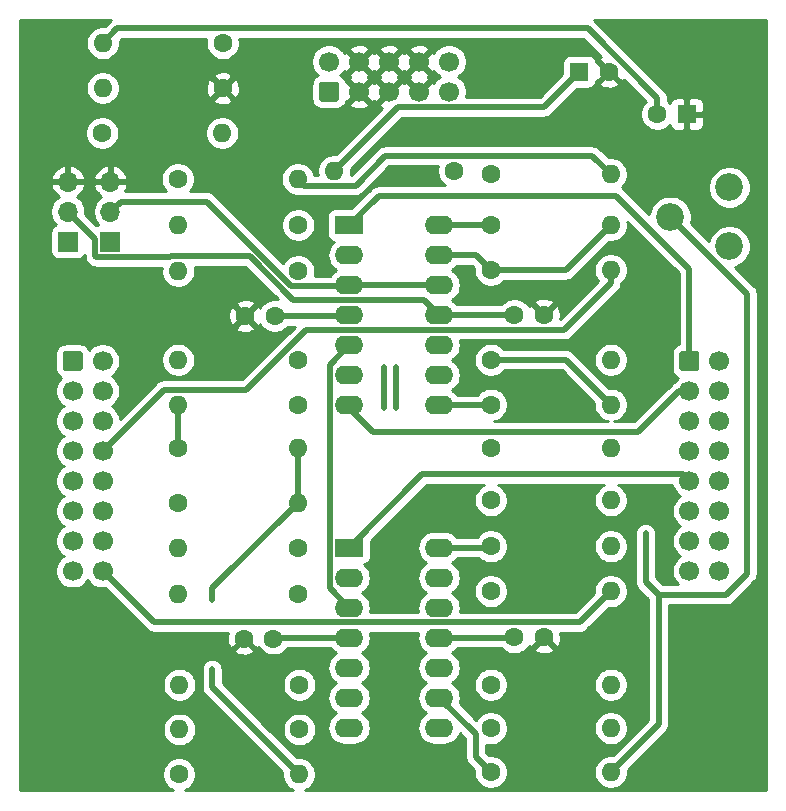
<source format=gbr>
%TF.GenerationSoftware,KiCad,Pcbnew,5.99.0+really5.1.10+dfsg1-1*%
%TF.CreationDate,2022-01-09T12:47:15+01:00*%
%TF.ProjectId,inverter-8,696e7665-7274-4657-922d-382e6b696361,v1.0.0*%
%TF.SameCoordinates,Original*%
%TF.FileFunction,Copper,L1,Top*%
%TF.FilePolarity,Positive*%
%FSLAX46Y46*%
G04 Gerber Fmt 4.6, Leading zero omitted, Abs format (unit mm)*
G04 Created by KiCad (PCBNEW 5.99.0+really5.1.10+dfsg1-1) date 2022-01-09 12:47:15*
%MOMM*%
%LPD*%
G01*
G04 APERTURE LIST*
%TA.AperFunction,ComponentPad*%
%ADD10C,2.340000*%
%TD*%
%TA.AperFunction,ComponentPad*%
%ADD11O,1.600000X1.600000*%
%TD*%
%TA.AperFunction,ComponentPad*%
%ADD12C,1.600000*%
%TD*%
%TA.AperFunction,ComponentPad*%
%ADD13O,1.700000X1.700000*%
%TD*%
%TA.AperFunction,ComponentPad*%
%ADD14R,1.700000X1.700000*%
%TD*%
%TA.AperFunction,ComponentPad*%
%ADD15R,1.600000X1.600000*%
%TD*%
%TA.AperFunction,ComponentPad*%
%ADD16O,2.400000X1.600000*%
%TD*%
%TA.AperFunction,ComponentPad*%
%ADD17R,2.400000X1.600000*%
%TD*%
%TA.AperFunction,ComponentPad*%
%ADD18C,1.700000*%
%TD*%
%TA.AperFunction,ViaPad*%
%ADD19C,0.508000*%
%TD*%
%TA.AperFunction,ViaPad*%
%ADD20C,3.500000*%
%TD*%
%TA.AperFunction,Conductor*%
%ADD21C,0.508000*%
%TD*%
%TA.AperFunction,Conductor*%
%ADD22C,0.254000*%
%TD*%
%TA.AperFunction,Conductor*%
%ADD23C,0.100000*%
%TD*%
G04 APERTURE END LIST*
D10*
%TO.P,RV1,1*%
%TO.N,-12V*%
X178200000Y-86300000D03*
%TO.P,RV1,2*%
%TO.N,OFFSET*%
X173200000Y-83800000D03*
%TO.P,RV1,3*%
%TO.N,+12V*%
X178200000Y-81300000D03*
%TD*%
D11*
%TO.P,R28,2*%
%TO.N,OFFSET*%
X168160000Y-107800000D03*
D12*
%TO.P,R28,1*%
%TO.N,Net-(R12-Pad1)*%
X158000000Y-107800000D03*
%TD*%
D11*
%TO.P,R27,2*%
%TO.N,OFFSET*%
X168160000Y-130800000D03*
D12*
%TO.P,R27,1*%
%TO.N,Net-(R11-Pad1)*%
X158000000Y-130800000D03*
%TD*%
D11*
%TO.P,R26,2*%
%TO.N,OFFSET*%
X141760000Y-131000000D03*
D12*
%TO.P,R26,1*%
%TO.N,Net-(R10-Pad1)*%
X131600000Y-131000000D03*
%TD*%
D11*
%TO.P,R25,2*%
%TO.N,OFFSET*%
X141660000Y-108000000D03*
D12*
%TO.P,R25,1*%
%TO.N,Net-(R13-Pad2)*%
X131500000Y-108000000D03*
%TD*%
D11*
%TO.P,R24,2*%
%TO.N,OFFSET*%
X168160000Y-80200000D03*
D12*
%TO.P,R24,1*%
%TO.N,Net-(R24-Pad1)*%
X158000000Y-80200000D03*
%TD*%
D11*
%TO.P,R23,2*%
%TO.N,OFFSET*%
X168160000Y-103400000D03*
D12*
%TO.P,R23,1*%
%TO.N,Net-(R23-Pad1)*%
X158000000Y-103400000D03*
%TD*%
D11*
%TO.P,R22,2*%
%TO.N,OFFSET*%
X141660000Y-103400000D03*
D12*
%TO.P,R22,1*%
%TO.N,Net-(R2-Pad1)*%
X131500000Y-103400000D03*
%TD*%
D11*
%TO.P,R21,2*%
%TO.N,OFFSET*%
X141660000Y-80600000D03*
D12*
%TO.P,R21,1*%
%TO.N,Net-(R1-Pad1)*%
X131500000Y-80600000D03*
%TD*%
D11*
%TO.P,R20,2*%
%TO.N,+12V*%
X135260000Y-76700000D03*
D12*
%TO.P,R20,1*%
%TO.N,Net-(J5-Pad1)*%
X125100000Y-76700000D03*
%TD*%
D11*
%TO.P,R19,2*%
%TO.N,Net-(J5-Pad1)*%
X125140000Y-72900000D03*
D12*
%TO.P,R19,1*%
%TO.N,GND*%
X135300000Y-72900000D03*
%TD*%
D13*
%TO.P,J5,3*%
%TO.N,GND*%
X125800000Y-80820000D03*
%TO.P,J5,2*%
%TO.N,REF*%
X125800000Y-83360000D03*
D14*
%TO.P,J5,1*%
%TO.N,Net-(J5-Pad1)*%
X125800000Y-85900000D03*
%TD*%
D12*
%TO.P,C6,2*%
%TO.N,Net-(C5-Pad2)*%
X160000000Y-119400000D03*
%TO.P,C6,1*%
%TO.N,GND*%
X162500000Y-119400000D03*
%TD*%
%TO.P,C5,2*%
%TO.N,Net-(C5-Pad2)*%
X160000000Y-92100000D03*
%TO.P,C5,1*%
%TO.N,GND*%
X162500000Y-92100000D03*
%TD*%
%TO.P,C3,2*%
%TO.N,-12V*%
X172100000Y-75100000D03*
D15*
%TO.P,C3,1*%
%TO.N,GND*%
X174600000Y-75100000D03*
%TD*%
D12*
%TO.P,C1,2*%
%TO.N,GND*%
X168000000Y-71500000D03*
D15*
%TO.P,C1,1*%
%TO.N,+12V*%
X165500000Y-71500000D03*
%TD*%
D16*
%TO.P,U2,14*%
%TO.N,OUT8*%
X153620000Y-111800000D03*
%TO.P,U2,7*%
%TO.N,OUT6*%
X146000000Y-127040000D03*
%TO.P,U2,13*%
%TO.N,Net-(R12-Pad1)*%
X153620000Y-114340000D03*
%TO.P,U2,6*%
%TO.N,Net-(R10-Pad1)*%
X146000000Y-124500000D03*
%TO.P,U2,12*%
%TO.N,REF*%
X153620000Y-116880000D03*
%TO.P,U2,5*%
X146000000Y-121960000D03*
%TO.P,U2,11*%
%TO.N,Net-(C5-Pad2)*%
X153620000Y-119420000D03*
%TO.P,U2,4*%
%TO.N,+12V*%
X146000000Y-119420000D03*
%TO.P,U2,10*%
%TO.N,REF*%
X153620000Y-121960000D03*
%TO.P,U2,3*%
X146000000Y-116880000D03*
%TO.P,U2,9*%
%TO.N,Net-(R11-Pad1)*%
X153620000Y-124500000D03*
%TO.P,U2,2*%
%TO.N,Net-(R13-Pad2)*%
X146000000Y-114340000D03*
%TO.P,U2,8*%
%TO.N,OUT7*%
X153620000Y-127040000D03*
D17*
%TO.P,U2,1*%
%TO.N,OUT5*%
X146000000Y-111800000D03*
%TD*%
D16*
%TO.P,U1,14*%
%TO.N,OUT4*%
X153620000Y-84500000D03*
%TO.P,U1,7*%
%TO.N,OUT2*%
X146000000Y-99740000D03*
%TO.P,U1,13*%
%TO.N,Net-(R24-Pad1)*%
X153620000Y-87040000D03*
%TO.P,U1,6*%
%TO.N,Net-(R2-Pad1)*%
X146000000Y-97200000D03*
%TO.P,U1,12*%
%TO.N,REF*%
X153620000Y-89580000D03*
%TO.P,U1,5*%
X146000000Y-94660000D03*
%TO.P,U1,11*%
%TO.N,Net-(C5-Pad2)*%
X153620000Y-92120000D03*
%TO.P,U1,4*%
%TO.N,+12V*%
X146000000Y-92120000D03*
%TO.P,U1,10*%
%TO.N,REF*%
X153620000Y-94660000D03*
%TO.P,U1,3*%
X146000000Y-89580000D03*
%TO.P,U1,9*%
%TO.N,Net-(R23-Pad1)*%
X153620000Y-97200000D03*
%TO.P,U1,2*%
%TO.N,Net-(R1-Pad1)*%
X146000000Y-87040000D03*
%TO.P,U1,8*%
%TO.N,OUT3*%
X153620000Y-99740000D03*
D17*
%TO.P,U1,1*%
%TO.N,OUT1*%
X146000000Y-84500000D03*
%TD*%
D11*
%TO.P,R18,2*%
%TO.N,-12V*%
X125140000Y-69100000D03*
D12*
%TO.P,R18,1*%
%TO.N,Net-(J4-Pad1)*%
X135300000Y-69100000D03*
%TD*%
D11*
%TO.P,R17,2*%
%TO.N,+12V*%
X144740000Y-79900000D03*
D12*
%TO.P,R17,1*%
%TO.N,Net-(J4-Pad10)*%
X154900000Y-79900000D03*
%TD*%
D11*
%TO.P,R16,2*%
%TO.N,Net-(R12-Pad1)*%
X168160000Y-111700000D03*
D12*
%TO.P,R16,1*%
%TO.N,OUT8*%
X158000000Y-111700000D03*
%TD*%
D11*
%TO.P,R15,2*%
%TO.N,Net-(R11-Pad1)*%
X168160000Y-127100000D03*
D12*
%TO.P,R15,1*%
%TO.N,OUT7*%
X158000000Y-127100000D03*
%TD*%
D11*
%TO.P,R14,2*%
%TO.N,Net-(R10-Pad1)*%
X131640000Y-127200000D03*
D12*
%TO.P,R14,1*%
%TO.N,OUT6*%
X141800000Y-127200000D03*
%TD*%
D11*
%TO.P,R13,2*%
%TO.N,Net-(R13-Pad2)*%
X131540000Y-111800000D03*
D12*
%TO.P,R13,1*%
%TO.N,OUT5*%
X141700000Y-111800000D03*
%TD*%
D11*
%TO.P,R12,2*%
%TO.N,IN8*%
X168160000Y-115500000D03*
D12*
%TO.P,R12,1*%
%TO.N,Net-(R12-Pad1)*%
X158000000Y-115500000D03*
%TD*%
D11*
%TO.P,R11,2*%
%TO.N,IN7*%
X168160000Y-123400000D03*
D12*
%TO.P,R11,1*%
%TO.N,Net-(R11-Pad1)*%
X158000000Y-123400000D03*
%TD*%
D11*
%TO.P,R10,2*%
%TO.N,IN6*%
X131640000Y-123400000D03*
D12*
%TO.P,R10,1*%
%TO.N,Net-(R10-Pad1)*%
X141800000Y-123400000D03*
%TD*%
D11*
%TO.P,R9,2*%
%TO.N,IN5*%
X131540000Y-115700000D03*
D12*
%TO.P,R9,1*%
%TO.N,Net-(R13-Pad2)*%
X141700000Y-115700000D03*
%TD*%
D11*
%TO.P,R8,2*%
%TO.N,Net-(R24-Pad1)*%
X168160000Y-84500000D03*
D12*
%TO.P,R8,1*%
%TO.N,OUT4*%
X158000000Y-84500000D03*
%TD*%
D11*
%TO.P,R7,2*%
%TO.N,Net-(R23-Pad1)*%
X168160000Y-99700000D03*
D12*
%TO.P,R7,1*%
%TO.N,OUT3*%
X158000000Y-99700000D03*
%TD*%
D11*
%TO.P,R6,2*%
%TO.N,Net-(R2-Pad1)*%
X131540000Y-99700000D03*
D12*
%TO.P,R6,1*%
%TO.N,OUT2*%
X141700000Y-99700000D03*
%TD*%
D11*
%TO.P,R5,2*%
%TO.N,Net-(R1-Pad1)*%
X131540000Y-84500000D03*
D12*
%TO.P,R5,1*%
%TO.N,OUT1*%
X141700000Y-84500000D03*
%TD*%
D11*
%TO.P,R4,2*%
%TO.N,IN4*%
X168160000Y-88300000D03*
D12*
%TO.P,R4,1*%
%TO.N,Net-(R24-Pad1)*%
X158000000Y-88300000D03*
%TD*%
D11*
%TO.P,R3,2*%
%TO.N,IN3*%
X168160000Y-95900000D03*
D12*
%TO.P,R3,1*%
%TO.N,Net-(R23-Pad1)*%
X158000000Y-95900000D03*
%TD*%
D11*
%TO.P,R2,2*%
%TO.N,IN2*%
X131540000Y-95900000D03*
D12*
%TO.P,R2,1*%
%TO.N,Net-(R2-Pad1)*%
X141700000Y-95900000D03*
%TD*%
D11*
%TO.P,R1,2*%
%TO.N,IN1*%
X131540000Y-88400000D03*
D12*
%TO.P,R1,1*%
%TO.N,Net-(R1-Pad1)*%
X141700000Y-88400000D03*
%TD*%
D18*
%TO.P,J4,10*%
%TO.N,Net-(J4-Pad10)*%
X154460000Y-70660000D03*
%TO.P,J4,8*%
%TO.N,GND*%
X151920000Y-70660000D03*
%TO.P,J4,6*%
X149380000Y-70660000D03*
%TO.P,J4,4*%
X146840000Y-70660000D03*
%TO.P,J4,2*%
%TO.N,Net-(J4-Pad1)*%
X144300000Y-70660000D03*
%TO.P,J4,9*%
%TO.N,Net-(J4-Pad10)*%
X154460000Y-73200000D03*
%TO.P,J4,7*%
%TO.N,GND*%
X151920000Y-73200000D03*
%TO.P,J4,5*%
X149380000Y-73200000D03*
%TO.P,J4,3*%
X146840000Y-73200000D03*
%TO.P,J4,1*%
%TO.N,Net-(J4-Pad1)*%
%TA.AperFunction,ComponentPad*%
G36*
G01*
X144900000Y-74050000D02*
X143700000Y-74050000D01*
G75*
G02*
X143450000Y-73800000I0J250000D01*
G01*
X143450000Y-72600000D01*
G75*
G02*
X143700000Y-72350000I250000J0D01*
G01*
X144900000Y-72350000D01*
G75*
G02*
X145150000Y-72600000I0J-250000D01*
G01*
X145150000Y-73800000D01*
G75*
G02*
X144900000Y-74050000I-250000J0D01*
G01*
G37*
%TD.AperFunction*%
%TD*%
D13*
%TO.P,J3,3*%
%TO.N,GND*%
X122200000Y-80820000D03*
%TO.P,J3,2*%
%TO.N,Net-(C5-Pad2)*%
X122200000Y-83360000D03*
D14*
%TO.P,J3,1*%
%TO.N,-12V*%
X122200000Y-85900000D03*
%TD*%
D18*
%TO.P,J2,16*%
%TO.N,OUT8*%
X177340000Y-113780000D03*
%TO.P,J2,14*%
%TO.N,OUT7*%
X177340000Y-111240000D03*
%TO.P,J2,12*%
%TO.N,OUT6*%
X177340000Y-108700000D03*
%TO.P,J2,10*%
%TO.N,OUT5*%
X177340000Y-106160000D03*
%TO.P,J2,8*%
%TO.N,OUT4*%
X177340000Y-103620000D03*
%TO.P,J2,6*%
%TO.N,OUT3*%
X177340000Y-101080000D03*
%TO.P,J2,4*%
%TO.N,OUT2*%
X177340000Y-98540000D03*
%TO.P,J2,2*%
%TO.N,OUT1*%
X177340000Y-96000000D03*
%TO.P,J2,15*%
%TO.N,OUT8*%
X174800000Y-113780000D03*
%TO.P,J2,13*%
%TO.N,OUT7*%
X174800000Y-111240000D03*
%TO.P,J2,11*%
%TO.N,OUT6*%
X174800000Y-108700000D03*
%TO.P,J2,9*%
%TO.N,OUT5*%
X174800000Y-106160000D03*
%TO.P,J2,7*%
%TO.N,OUT4*%
X174800000Y-103620000D03*
%TO.P,J2,5*%
%TO.N,OUT3*%
X174800000Y-101080000D03*
%TO.P,J2,3*%
%TO.N,OUT2*%
X174800000Y-98540000D03*
%TO.P,J2,1*%
%TO.N,OUT1*%
%TA.AperFunction,ComponentPad*%
G36*
G01*
X173950000Y-96600000D02*
X173950000Y-95400000D01*
G75*
G02*
X174200000Y-95150000I250000J0D01*
G01*
X175400000Y-95150000D01*
G75*
G02*
X175650000Y-95400000I0J-250000D01*
G01*
X175650000Y-96600000D01*
G75*
G02*
X175400000Y-96850000I-250000J0D01*
G01*
X174200000Y-96850000D01*
G75*
G02*
X173950000Y-96600000I0J250000D01*
G01*
G37*
%TD.AperFunction*%
%TD*%
%TO.P,J1,16*%
%TO.N,IN8*%
X125140000Y-113780000D03*
%TO.P,J1,14*%
%TO.N,IN7*%
X125140000Y-111240000D03*
%TO.P,J1,12*%
%TO.N,IN6*%
X125140000Y-108700000D03*
%TO.P,J1,10*%
%TO.N,IN5*%
X125140000Y-106160000D03*
%TO.P,J1,8*%
%TO.N,IN4*%
X125140000Y-103620000D03*
%TO.P,J1,6*%
%TO.N,IN3*%
X125140000Y-101080000D03*
%TO.P,J1,4*%
%TO.N,IN2*%
X125140000Y-98540000D03*
%TO.P,J1,2*%
%TO.N,IN1*%
X125140000Y-96000000D03*
%TO.P,J1,15*%
%TO.N,IN8*%
X122600000Y-113780000D03*
%TO.P,J1,13*%
%TO.N,IN7*%
X122600000Y-111240000D03*
%TO.P,J1,11*%
%TO.N,IN6*%
X122600000Y-108700000D03*
%TO.P,J1,9*%
%TO.N,IN5*%
X122600000Y-106160000D03*
%TO.P,J1,7*%
%TO.N,IN4*%
X122600000Y-103620000D03*
%TO.P,J1,5*%
%TO.N,IN3*%
X122600000Y-101080000D03*
%TO.P,J1,3*%
%TO.N,IN2*%
X122600000Y-98540000D03*
%TO.P,J1,1*%
%TO.N,IN1*%
%TA.AperFunction,ComponentPad*%
G36*
G01*
X121750000Y-96600000D02*
X121750000Y-95400000D01*
G75*
G02*
X122000000Y-95150000I250000J0D01*
G01*
X123200000Y-95150000D01*
G75*
G02*
X123450000Y-95400000I0J-250000D01*
G01*
X123450000Y-96600000D01*
G75*
G02*
X123200000Y-96850000I-250000J0D01*
G01*
X122000000Y-96850000D01*
G75*
G02*
X121750000Y-96600000I0J250000D01*
G01*
G37*
%TD.AperFunction*%
%TD*%
D12*
%TO.P,C4,2*%
%TO.N,+12V*%
X139600000Y-119500000D03*
%TO.P,C4,1*%
%TO.N,GND*%
X137100000Y-119500000D03*
%TD*%
%TO.P,C2,2*%
%TO.N,+12V*%
X139700000Y-92200000D03*
%TO.P,C2,1*%
%TO.N,GND*%
X137200000Y-92200000D03*
%TD*%
D19*
%TO.N,+12V*%
X149000000Y-96500000D03*
X149000000Y-100000000D03*
D20*
%TO.N,GND*%
X179000000Y-129500000D03*
X120500000Y-129500000D03*
X179000000Y-69500000D03*
X120500000Y-69500000D03*
D19*
%TO.N,Net-(C5-Pad2)*%
X150000000Y-96500000D03*
X150000000Y-100000000D03*
%TO.N,OFFSET*%
X171100000Y-110600000D03*
X134400000Y-116200000D03*
X134400000Y-122100000D03*
%TD*%
D21*
%TO.N,+12V*%
X139700000Y-92200000D02*
X145920000Y-92200000D01*
X146000000Y-119420000D02*
X139680000Y-119420000D01*
X149000000Y-96500000D02*
X149000000Y-100000000D01*
X149000000Y-100000000D02*
X149000000Y-100000000D01*
X165500000Y-71740000D02*
X165500000Y-71500000D01*
X150135999Y-74504001D02*
X144740000Y-79900000D01*
X162495999Y-74504001D02*
X150135999Y-74504001D01*
X165500000Y-71500000D02*
X162495999Y-74504001D01*
%TO.N,IN8*%
X129494010Y-118134010D02*
X125140000Y-113780000D01*
X165525990Y-118134010D02*
X129494010Y-118134010D01*
X168160000Y-115500000D02*
X165525990Y-118134010D01*
%TO.N,IN4*%
X168160000Y-89431370D02*
X168160000Y-88300000D01*
X164217360Y-93374010D02*
X168160000Y-89431370D01*
X142370068Y-93374010D02*
X164217360Y-93374010D01*
X130314001Y-98445999D02*
X125140000Y-103620000D01*
X137298079Y-98445999D02*
X130314001Y-98445999D01*
X142370068Y-93374010D02*
X137298079Y-98445999D01*
%TO.N,OUT8*%
X153620000Y-111800000D02*
X157900000Y-111800000D01*
%TO.N,OUT6*%
X146000000Y-127040000D02*
X146000000Y-127400000D01*
%TO.N,OUT5*%
X146000000Y-111800000D02*
X152200000Y-105600000D01*
X174240000Y-105600000D02*
X174800000Y-106160000D01*
X152200000Y-105600000D02*
X174240000Y-105600000D01*
%TO.N,OUT4*%
X158000000Y-84500000D02*
X153620000Y-84500000D01*
%TO.N,OUT3*%
X153620000Y-99740000D02*
X157960000Y-99740000D01*
%TO.N,OUT2*%
X146000000Y-99740000D02*
X146000000Y-100000000D01*
X146000000Y-100000000D02*
X148000000Y-102000000D01*
X148000000Y-102000000D02*
X170500000Y-102000000D01*
X173960000Y-98540000D02*
X174800000Y-98540000D01*
X170500000Y-102000000D02*
X173960000Y-98540000D01*
%TO.N,OUT1*%
X146000000Y-84500000D02*
X148500000Y-82000000D01*
X148500000Y-82000000D02*
X168600000Y-82000000D01*
X174800000Y-88200000D02*
X174800000Y-96000000D01*
X168600000Y-82000000D02*
X174800000Y-88200000D01*
%TO.N,-12V*%
X126394001Y-67845999D02*
X125140000Y-69100000D01*
X166201921Y-67845999D02*
X126394001Y-67845999D01*
X172100000Y-73744078D02*
X166201921Y-67845999D01*
X172100000Y-75100000D02*
X172100000Y-73744078D01*
%TO.N,Net-(R2-Pad1)*%
X131540000Y-103360000D02*
X131500000Y-103400000D01*
X131540000Y-99700000D02*
X131540000Y-103360000D01*
%TO.N,Net-(R11-Pad1)*%
X156745999Y-127625999D02*
X153620000Y-124500000D01*
X156745999Y-129545999D02*
X156745999Y-127625999D01*
X158000000Y-130800000D02*
X156745999Y-129545999D01*
%TO.N,Net-(C5-Pad2)*%
X160000000Y-92100000D02*
X153640000Y-92100000D01*
X153620000Y-119420000D02*
X159980000Y-119420000D01*
X150000000Y-96500000D02*
X150000000Y-100000000D01*
X150000000Y-100000000D02*
X150000000Y-100000000D01*
X137588801Y-87145999D02*
X141276812Y-90834010D01*
X141276812Y-90834010D02*
X152334010Y-90834010D01*
X130938079Y-87145999D02*
X137588801Y-87145999D01*
X130880077Y-87204001D02*
X130938079Y-87145999D01*
X124586799Y-87204001D02*
X130880077Y-87204001D01*
X124495999Y-87113201D02*
X124586799Y-87204001D01*
X152334010Y-90834010D02*
X153620000Y-92120000D01*
X124495999Y-85655999D02*
X124495999Y-87113201D01*
X122200000Y-83360000D02*
X124495999Y-85655999D01*
%TO.N,REF*%
X145925999Y-89654001D02*
X146000000Y-89580000D01*
X141098079Y-89654001D02*
X145925999Y-89654001D01*
X133954079Y-82510001D02*
X141098079Y-89654001D01*
X126649999Y-82510001D02*
X133954079Y-82510001D01*
X125800000Y-83360000D02*
X126649999Y-82510001D01*
X153620000Y-89580000D02*
X146000000Y-89580000D01*
X144345990Y-115225990D02*
X146000000Y-116880000D01*
X144345990Y-96314010D02*
X144345990Y-115225990D01*
X146000000Y-94660000D02*
X144345990Y-96314010D01*
%TO.N,Net-(R23-Pad1)*%
X164360000Y-95900000D02*
X168160000Y-99700000D01*
X158000000Y-95900000D02*
X164360000Y-95900000D01*
%TO.N,Net-(R24-Pad1)*%
X156740000Y-87040000D02*
X158000000Y-88300000D01*
X153620000Y-87040000D02*
X156740000Y-87040000D01*
X164360000Y-88300000D02*
X168160000Y-84500000D01*
X158000000Y-88300000D02*
X164360000Y-88300000D01*
%TO.N,OFFSET*%
X142214001Y-81154001D02*
X146545999Y-81154001D01*
X141660000Y-80600000D02*
X142214001Y-81154001D01*
X166605999Y-78645999D02*
X168160000Y-80200000D01*
X149054001Y-78645999D02*
X166605999Y-78645999D01*
X146545999Y-81154001D02*
X149054001Y-78645999D01*
X171100000Y-110600000D02*
X171100000Y-110600000D01*
X173200000Y-83800000D02*
X179700000Y-90300000D01*
X179700000Y-90300000D02*
X179700000Y-114000000D01*
X179700000Y-114000000D02*
X177900000Y-115800000D01*
X177900000Y-115800000D02*
X172200000Y-115800000D01*
X171100000Y-114700000D02*
X171100000Y-110600000D01*
X172200000Y-115800000D02*
X171100000Y-114700000D01*
X172200000Y-126760000D02*
X168160000Y-130800000D01*
X172200000Y-115800000D02*
X172200000Y-126760000D01*
X141660000Y-103400000D02*
X141660000Y-108000000D01*
X141660000Y-108000000D02*
X134400000Y-115260000D01*
X134400000Y-115260000D02*
X134400000Y-116200000D01*
X134400000Y-116200000D02*
X134400000Y-116200000D01*
X134400000Y-123640000D02*
X141760000Y-131000000D01*
X134400000Y-123640000D02*
X134400000Y-122100000D01*
X134400000Y-122100000D02*
X134400000Y-122100000D01*
%TD*%
D22*
%TO.N,GND*%
X125762342Y-67214340D02*
X125734507Y-67248258D01*
X125311720Y-67671044D01*
X125281335Y-67665000D01*
X124998665Y-67665000D01*
X124721426Y-67720147D01*
X124460273Y-67828320D01*
X124225241Y-67985363D01*
X124025363Y-68185241D01*
X123868320Y-68420273D01*
X123760147Y-68681426D01*
X123705000Y-68958665D01*
X123705000Y-69241335D01*
X123760147Y-69518574D01*
X123868320Y-69779727D01*
X124025363Y-70014759D01*
X124225241Y-70214637D01*
X124460273Y-70371680D01*
X124721426Y-70479853D01*
X124998665Y-70535000D01*
X125281335Y-70535000D01*
X125558574Y-70479853D01*
X125819727Y-70371680D01*
X126054759Y-70214637D01*
X126254637Y-70014759D01*
X126411680Y-69779727D01*
X126519853Y-69518574D01*
X126575000Y-69241335D01*
X126575000Y-68958665D01*
X126568956Y-68928280D01*
X126762237Y-68734999D01*
X133909491Y-68734999D01*
X133865000Y-68958665D01*
X133865000Y-69241335D01*
X133920147Y-69518574D01*
X134028320Y-69779727D01*
X134185363Y-70014759D01*
X134385241Y-70214637D01*
X134620273Y-70371680D01*
X134881426Y-70479853D01*
X135158665Y-70535000D01*
X135441335Y-70535000D01*
X135718574Y-70479853D01*
X135979727Y-70371680D01*
X136214759Y-70214637D01*
X136414637Y-70014759D01*
X136571680Y-69779727D01*
X136679853Y-69518574D01*
X136735000Y-69241335D01*
X136735000Y-68958665D01*
X136690509Y-68734999D01*
X165833686Y-68734999D01*
X167325954Y-70227267D01*
X167258486Y-70263329D01*
X167186903Y-70507298D01*
X168000000Y-71320395D01*
X168014143Y-71306253D01*
X168193748Y-71485858D01*
X168179605Y-71500000D01*
X168992702Y-72313097D01*
X169236671Y-72241514D01*
X169269924Y-72171237D01*
X171134646Y-74035959D01*
X170985363Y-74185241D01*
X170828320Y-74420273D01*
X170720147Y-74681426D01*
X170665000Y-74958665D01*
X170665000Y-75241335D01*
X170720147Y-75518574D01*
X170828320Y-75779727D01*
X170985363Y-76014759D01*
X171185241Y-76214637D01*
X171420273Y-76371680D01*
X171681426Y-76479853D01*
X171958665Y-76535000D01*
X172241335Y-76535000D01*
X172518574Y-76479853D01*
X172779727Y-76371680D01*
X173014759Y-76214637D01*
X173181339Y-76048057D01*
X173210498Y-76144180D01*
X173269463Y-76254494D01*
X173348815Y-76351185D01*
X173445506Y-76430537D01*
X173555820Y-76489502D01*
X173675518Y-76525812D01*
X173800000Y-76538072D01*
X174314250Y-76535000D01*
X174473000Y-76376250D01*
X174473000Y-75227000D01*
X174727000Y-75227000D01*
X174727000Y-76376250D01*
X174885750Y-76535000D01*
X175400000Y-76538072D01*
X175524482Y-76525812D01*
X175644180Y-76489502D01*
X175754494Y-76430537D01*
X175851185Y-76351185D01*
X175930537Y-76254494D01*
X175989502Y-76144180D01*
X176025812Y-76024482D01*
X176038072Y-75900000D01*
X176035000Y-75385750D01*
X175876250Y-75227000D01*
X174727000Y-75227000D01*
X174473000Y-75227000D01*
X174453000Y-75227000D01*
X174453000Y-74973000D01*
X174473000Y-74973000D01*
X174473000Y-73823750D01*
X174727000Y-73823750D01*
X174727000Y-74973000D01*
X175876250Y-74973000D01*
X176035000Y-74814250D01*
X176038072Y-74300000D01*
X176025812Y-74175518D01*
X175989502Y-74055820D01*
X175930537Y-73945506D01*
X175851185Y-73848815D01*
X175754494Y-73769463D01*
X175644180Y-73710498D01*
X175524482Y-73674188D01*
X175400000Y-73661928D01*
X174885750Y-73665000D01*
X174727000Y-73823750D01*
X174473000Y-73823750D01*
X174314250Y-73665000D01*
X173800000Y-73661928D01*
X173675518Y-73674188D01*
X173555820Y-73710498D01*
X173445506Y-73769463D01*
X173348815Y-73848815D01*
X173269463Y-73945506D01*
X173210498Y-74055820D01*
X173181339Y-74151943D01*
X173014759Y-73985363D01*
X172989000Y-73968151D01*
X172989000Y-73787737D01*
X172993300Y-73744077D01*
X172989000Y-73700417D01*
X172989000Y-73700411D01*
X172976136Y-73569804D01*
X172976136Y-73569802D01*
X172925302Y-73402225D01*
X172913211Y-73379605D01*
X172842753Y-73247787D01*
X172731659Y-73112419D01*
X172697736Y-73084579D01*
X166861420Y-67248263D01*
X166833580Y-67214340D01*
X166767367Y-67160000D01*
X181340001Y-67160000D01*
X181340000Y-132340000D01*
X142274788Y-132340000D01*
X142439727Y-132271680D01*
X142674759Y-132114637D01*
X142874637Y-131914759D01*
X143031680Y-131679727D01*
X143139853Y-131418574D01*
X143195000Y-131141335D01*
X143195000Y-130858665D01*
X143139853Y-130581426D01*
X143031680Y-130320273D01*
X142874637Y-130085241D01*
X142674759Y-129885363D01*
X142439727Y-129728320D01*
X142178574Y-129620147D01*
X141901335Y-129565000D01*
X141618665Y-129565000D01*
X141588280Y-129571044D01*
X139075901Y-127058665D01*
X140365000Y-127058665D01*
X140365000Y-127341335D01*
X140420147Y-127618574D01*
X140528320Y-127879727D01*
X140685363Y-128114759D01*
X140885241Y-128314637D01*
X141120273Y-128471680D01*
X141381426Y-128579853D01*
X141658665Y-128635000D01*
X141941335Y-128635000D01*
X142218574Y-128579853D01*
X142479727Y-128471680D01*
X142714759Y-128314637D01*
X142914637Y-128114759D01*
X143071680Y-127879727D01*
X143179853Y-127618574D01*
X143235000Y-127341335D01*
X143235000Y-127058665D01*
X143179853Y-126781426D01*
X143071680Y-126520273D01*
X142914637Y-126285241D01*
X142714759Y-126085363D01*
X142479727Y-125928320D01*
X142218574Y-125820147D01*
X141941335Y-125765000D01*
X141658665Y-125765000D01*
X141381426Y-125820147D01*
X141120273Y-125928320D01*
X140885241Y-126085363D01*
X140685363Y-126285241D01*
X140528320Y-126520273D01*
X140420147Y-126781426D01*
X140365000Y-127058665D01*
X139075901Y-127058665D01*
X135289000Y-123271765D01*
X135289000Y-123258665D01*
X140365000Y-123258665D01*
X140365000Y-123541335D01*
X140420147Y-123818574D01*
X140528320Y-124079727D01*
X140685363Y-124314759D01*
X140885241Y-124514637D01*
X141120273Y-124671680D01*
X141381426Y-124779853D01*
X141658665Y-124835000D01*
X141941335Y-124835000D01*
X142218574Y-124779853D01*
X142479727Y-124671680D01*
X142714759Y-124514637D01*
X142914637Y-124314759D01*
X143071680Y-124079727D01*
X143179853Y-123818574D01*
X143235000Y-123541335D01*
X143235000Y-123258665D01*
X143179853Y-122981426D01*
X143071680Y-122720273D01*
X142914637Y-122485241D01*
X142714759Y-122285363D01*
X142479727Y-122128320D01*
X142218574Y-122020147D01*
X141941335Y-121965000D01*
X141658665Y-121965000D01*
X141381426Y-122020147D01*
X141120273Y-122128320D01*
X140885241Y-122285363D01*
X140685363Y-122485241D01*
X140528320Y-122720273D01*
X140420147Y-122981426D01*
X140365000Y-123258665D01*
X135289000Y-123258665D01*
X135289000Y-122143667D01*
X135293301Y-122100000D01*
X135289000Y-122056333D01*
X135289000Y-122012441D01*
X135280437Y-121969391D01*
X135276136Y-121925726D01*
X135263399Y-121883737D01*
X135254836Y-121840688D01*
X135238041Y-121800143D01*
X135225303Y-121758149D01*
X135204614Y-121719443D01*
X135187821Y-121678901D01*
X135163442Y-121642415D01*
X135142753Y-121603709D01*
X135114912Y-121569785D01*
X135090531Y-121533296D01*
X135059499Y-121502264D01*
X135031659Y-121468341D01*
X134997736Y-121440501D01*
X134966704Y-121409469D01*
X134930215Y-121385088D01*
X134896291Y-121357247D01*
X134857585Y-121336558D01*
X134821099Y-121312179D01*
X134780557Y-121295386D01*
X134741851Y-121274697D01*
X134699857Y-121261959D01*
X134659312Y-121245164D01*
X134616263Y-121236601D01*
X134574274Y-121223864D01*
X134530609Y-121219563D01*
X134487559Y-121211000D01*
X134443667Y-121211000D01*
X134400000Y-121206699D01*
X134356333Y-121211000D01*
X134312441Y-121211000D01*
X134269391Y-121219563D01*
X134225726Y-121223864D01*
X134183737Y-121236601D01*
X134140688Y-121245164D01*
X134100143Y-121261959D01*
X134058149Y-121274697D01*
X134019443Y-121295386D01*
X133978901Y-121312179D01*
X133942415Y-121336558D01*
X133903709Y-121357247D01*
X133869785Y-121385088D01*
X133833296Y-121409469D01*
X133802264Y-121440501D01*
X133768341Y-121468341D01*
X133740501Y-121502264D01*
X133709469Y-121533296D01*
X133685088Y-121569785D01*
X133657247Y-121603709D01*
X133636558Y-121642415D01*
X133612179Y-121678901D01*
X133595386Y-121719443D01*
X133574697Y-121758149D01*
X133561959Y-121800143D01*
X133545164Y-121840688D01*
X133536601Y-121883737D01*
X133523864Y-121925726D01*
X133519563Y-121969391D01*
X133511000Y-122012441D01*
X133511000Y-122056333D01*
X133506699Y-122100000D01*
X133511000Y-122143667D01*
X133511000Y-122187559D01*
X133511001Y-122187564D01*
X133511000Y-123596340D01*
X133506700Y-123640000D01*
X133511000Y-123683660D01*
X133511000Y-123683666D01*
X133522057Y-123795926D01*
X133523864Y-123814274D01*
X133531821Y-123840505D01*
X133574697Y-123981850D01*
X133657247Y-124136290D01*
X133768341Y-124271659D01*
X133802264Y-124299499D01*
X140331044Y-130828280D01*
X140325000Y-130858665D01*
X140325000Y-131141335D01*
X140380147Y-131418574D01*
X140488320Y-131679727D01*
X140645363Y-131914759D01*
X140845241Y-132114637D01*
X141080273Y-132271680D01*
X141245212Y-132340000D01*
X132114788Y-132340000D01*
X132279727Y-132271680D01*
X132514759Y-132114637D01*
X132714637Y-131914759D01*
X132871680Y-131679727D01*
X132979853Y-131418574D01*
X133035000Y-131141335D01*
X133035000Y-130858665D01*
X132979853Y-130581426D01*
X132871680Y-130320273D01*
X132714637Y-130085241D01*
X132514759Y-129885363D01*
X132279727Y-129728320D01*
X132018574Y-129620147D01*
X131741335Y-129565000D01*
X131458665Y-129565000D01*
X131181426Y-129620147D01*
X130920273Y-129728320D01*
X130685241Y-129885363D01*
X130485363Y-130085241D01*
X130328320Y-130320273D01*
X130220147Y-130581426D01*
X130165000Y-130858665D01*
X130165000Y-131141335D01*
X130220147Y-131418574D01*
X130328320Y-131679727D01*
X130485363Y-131914759D01*
X130685241Y-132114637D01*
X130920273Y-132271680D01*
X131085212Y-132340000D01*
X118160000Y-132340000D01*
X118160000Y-127058665D01*
X130205000Y-127058665D01*
X130205000Y-127341335D01*
X130260147Y-127618574D01*
X130368320Y-127879727D01*
X130525363Y-128114759D01*
X130725241Y-128314637D01*
X130960273Y-128471680D01*
X131221426Y-128579853D01*
X131498665Y-128635000D01*
X131781335Y-128635000D01*
X132058574Y-128579853D01*
X132319727Y-128471680D01*
X132554759Y-128314637D01*
X132754637Y-128114759D01*
X132911680Y-127879727D01*
X133019853Y-127618574D01*
X133075000Y-127341335D01*
X133075000Y-127058665D01*
X133019853Y-126781426D01*
X132911680Y-126520273D01*
X132754637Y-126285241D01*
X132554759Y-126085363D01*
X132319727Y-125928320D01*
X132058574Y-125820147D01*
X131781335Y-125765000D01*
X131498665Y-125765000D01*
X131221426Y-125820147D01*
X130960273Y-125928320D01*
X130725241Y-126085363D01*
X130525363Y-126285241D01*
X130368320Y-126520273D01*
X130260147Y-126781426D01*
X130205000Y-127058665D01*
X118160000Y-127058665D01*
X118160000Y-123258665D01*
X130205000Y-123258665D01*
X130205000Y-123541335D01*
X130260147Y-123818574D01*
X130368320Y-124079727D01*
X130525363Y-124314759D01*
X130725241Y-124514637D01*
X130960273Y-124671680D01*
X131221426Y-124779853D01*
X131498665Y-124835000D01*
X131781335Y-124835000D01*
X132058574Y-124779853D01*
X132319727Y-124671680D01*
X132554759Y-124514637D01*
X132754637Y-124314759D01*
X132911680Y-124079727D01*
X133019853Y-123818574D01*
X133075000Y-123541335D01*
X133075000Y-123258665D01*
X133019853Y-122981426D01*
X132911680Y-122720273D01*
X132754637Y-122485241D01*
X132554759Y-122285363D01*
X132319727Y-122128320D01*
X132058574Y-122020147D01*
X131781335Y-121965000D01*
X131498665Y-121965000D01*
X131221426Y-122020147D01*
X130960273Y-122128320D01*
X130725241Y-122285363D01*
X130525363Y-122485241D01*
X130368320Y-122720273D01*
X130260147Y-122981426D01*
X130205000Y-123258665D01*
X118160000Y-123258665D01*
X118160000Y-120492702D01*
X136286903Y-120492702D01*
X136358486Y-120736671D01*
X136613996Y-120857571D01*
X136888184Y-120926300D01*
X137170512Y-120940217D01*
X137450130Y-120898787D01*
X137716292Y-120803603D01*
X137841514Y-120736671D01*
X137913097Y-120492702D01*
X137100000Y-119679605D01*
X136286903Y-120492702D01*
X118160000Y-120492702D01*
X118160000Y-93192702D01*
X136386903Y-93192702D01*
X136458486Y-93436671D01*
X136713996Y-93557571D01*
X136988184Y-93626300D01*
X137270512Y-93640217D01*
X137550130Y-93598787D01*
X137816292Y-93503603D01*
X137941514Y-93436671D01*
X138013097Y-93192702D01*
X137200000Y-92379605D01*
X136386903Y-93192702D01*
X118160000Y-93192702D01*
X118160000Y-92270512D01*
X135759783Y-92270512D01*
X135801213Y-92550130D01*
X135896397Y-92816292D01*
X135963329Y-92941514D01*
X136207298Y-93013097D01*
X137020395Y-92200000D01*
X136207298Y-91386903D01*
X135963329Y-91458486D01*
X135842429Y-91713996D01*
X135773700Y-91988184D01*
X135759783Y-92270512D01*
X118160000Y-92270512D01*
X118160000Y-91207298D01*
X136386903Y-91207298D01*
X137200000Y-92020395D01*
X138013097Y-91207298D01*
X137941514Y-90963329D01*
X137686004Y-90842429D01*
X137411816Y-90773700D01*
X137129488Y-90759783D01*
X136849870Y-90801213D01*
X136583708Y-90896397D01*
X136458486Y-90963329D01*
X136386903Y-91207298D01*
X118160000Y-91207298D01*
X118160000Y-85050000D01*
X120711928Y-85050000D01*
X120711928Y-86750000D01*
X120724188Y-86874482D01*
X120760498Y-86994180D01*
X120819463Y-87104494D01*
X120898815Y-87201185D01*
X120995506Y-87280537D01*
X121105820Y-87339502D01*
X121225518Y-87375812D01*
X121350000Y-87388072D01*
X123050000Y-87388072D01*
X123174482Y-87375812D01*
X123294180Y-87339502D01*
X123404494Y-87280537D01*
X123501185Y-87201185D01*
X123580537Y-87104494D01*
X123607000Y-87054986D01*
X123607000Y-87069532D01*
X123602699Y-87113201D01*
X123619863Y-87287475D01*
X123670697Y-87455053D01*
X123719231Y-87545853D01*
X123753247Y-87609492D01*
X123864341Y-87744860D01*
X123898258Y-87772695D01*
X123927300Y-87801737D01*
X123955140Y-87835660D01*
X124090508Y-87946754D01*
X124244948Y-88029304D01*
X124412525Y-88080137D01*
X124586799Y-88097302D01*
X124630467Y-88093001D01*
X130137953Y-88093001D01*
X130105000Y-88258665D01*
X130105000Y-88541335D01*
X130160147Y-88818574D01*
X130268320Y-89079727D01*
X130425363Y-89314759D01*
X130625241Y-89514637D01*
X130860273Y-89671680D01*
X131121426Y-89779853D01*
X131398665Y-89835000D01*
X131681335Y-89835000D01*
X131958574Y-89779853D01*
X132219727Y-89671680D01*
X132454759Y-89514637D01*
X132654637Y-89314759D01*
X132811680Y-89079727D01*
X132919853Y-88818574D01*
X132975000Y-88541335D01*
X132975000Y-88258665D01*
X132930509Y-88034999D01*
X137220566Y-88034999D01*
X139977689Y-90792123D01*
X139841335Y-90765000D01*
X139558665Y-90765000D01*
X139281426Y-90820147D01*
X139020273Y-90928320D01*
X138785241Y-91085363D01*
X138585363Y-91285241D01*
X138451308Y-91485869D01*
X138436671Y-91458486D01*
X138192702Y-91386903D01*
X137379605Y-92200000D01*
X138192702Y-93013097D01*
X138436671Y-92941514D01*
X138450324Y-92912659D01*
X138585363Y-93114759D01*
X138785241Y-93314637D01*
X139020273Y-93471680D01*
X139281426Y-93579853D01*
X139558665Y-93635000D01*
X139841335Y-93635000D01*
X140118574Y-93579853D01*
X140379727Y-93471680D01*
X140614759Y-93314637D01*
X140814637Y-93114759D01*
X140831849Y-93089000D01*
X141397842Y-93089000D01*
X136929844Y-97556999D01*
X130357660Y-97556999D01*
X130314000Y-97552699D01*
X130270340Y-97556999D01*
X130270334Y-97556999D01*
X130172925Y-97566593D01*
X130139725Y-97569863D01*
X130062240Y-97593368D01*
X129972150Y-97620696D01*
X129817710Y-97703246D01*
X129682342Y-97814340D01*
X129654502Y-97848263D01*
X126615713Y-100887052D01*
X126567932Y-100646842D01*
X126455990Y-100376589D01*
X126293475Y-100133368D01*
X126086632Y-99926525D01*
X125912240Y-99810000D01*
X126086632Y-99693475D01*
X126293475Y-99486632D01*
X126455990Y-99243411D01*
X126567932Y-98973158D01*
X126625000Y-98686260D01*
X126625000Y-98393740D01*
X126567932Y-98106842D01*
X126455990Y-97836589D01*
X126293475Y-97593368D01*
X126086632Y-97386525D01*
X125912240Y-97270000D01*
X126086632Y-97153475D01*
X126293475Y-96946632D01*
X126455990Y-96703411D01*
X126567932Y-96433158D01*
X126625000Y-96146260D01*
X126625000Y-95853740D01*
X126606089Y-95758665D01*
X130105000Y-95758665D01*
X130105000Y-96041335D01*
X130160147Y-96318574D01*
X130268320Y-96579727D01*
X130425363Y-96814759D01*
X130625241Y-97014637D01*
X130860273Y-97171680D01*
X131121426Y-97279853D01*
X131398665Y-97335000D01*
X131681335Y-97335000D01*
X131958574Y-97279853D01*
X132219727Y-97171680D01*
X132454759Y-97014637D01*
X132654637Y-96814759D01*
X132811680Y-96579727D01*
X132919853Y-96318574D01*
X132975000Y-96041335D01*
X132975000Y-95758665D01*
X132919853Y-95481426D01*
X132811680Y-95220273D01*
X132654637Y-94985241D01*
X132454759Y-94785363D01*
X132219727Y-94628320D01*
X131958574Y-94520147D01*
X131681335Y-94465000D01*
X131398665Y-94465000D01*
X131121426Y-94520147D01*
X130860273Y-94628320D01*
X130625241Y-94785363D01*
X130425363Y-94985241D01*
X130268320Y-95220273D01*
X130160147Y-95481426D01*
X130105000Y-95758665D01*
X126606089Y-95758665D01*
X126567932Y-95566842D01*
X126455990Y-95296589D01*
X126293475Y-95053368D01*
X126086632Y-94846525D01*
X125843411Y-94684010D01*
X125573158Y-94572068D01*
X125286260Y-94515000D01*
X124993740Y-94515000D01*
X124706842Y-94572068D01*
X124436589Y-94684010D01*
X124193368Y-94846525D01*
X124006285Y-95033608D01*
X123938405Y-94906614D01*
X123827962Y-94772038D01*
X123693386Y-94661595D01*
X123539850Y-94579528D01*
X123373254Y-94528992D01*
X123200000Y-94511928D01*
X122000000Y-94511928D01*
X121826746Y-94528992D01*
X121660150Y-94579528D01*
X121506614Y-94661595D01*
X121372038Y-94772038D01*
X121261595Y-94906614D01*
X121179528Y-95060150D01*
X121128992Y-95226746D01*
X121111928Y-95400000D01*
X121111928Y-96600000D01*
X121128992Y-96773254D01*
X121179528Y-96939850D01*
X121261595Y-97093386D01*
X121372038Y-97227962D01*
X121506614Y-97338405D01*
X121633608Y-97406285D01*
X121446525Y-97593368D01*
X121284010Y-97836589D01*
X121172068Y-98106842D01*
X121115000Y-98393740D01*
X121115000Y-98686260D01*
X121172068Y-98973158D01*
X121284010Y-99243411D01*
X121446525Y-99486632D01*
X121653368Y-99693475D01*
X121827760Y-99810000D01*
X121653368Y-99926525D01*
X121446525Y-100133368D01*
X121284010Y-100376589D01*
X121172068Y-100646842D01*
X121115000Y-100933740D01*
X121115000Y-101226260D01*
X121172068Y-101513158D01*
X121284010Y-101783411D01*
X121446525Y-102026632D01*
X121653368Y-102233475D01*
X121827760Y-102350000D01*
X121653368Y-102466525D01*
X121446525Y-102673368D01*
X121284010Y-102916589D01*
X121172068Y-103186842D01*
X121115000Y-103473740D01*
X121115000Y-103766260D01*
X121172068Y-104053158D01*
X121284010Y-104323411D01*
X121446525Y-104566632D01*
X121653368Y-104773475D01*
X121827760Y-104890000D01*
X121653368Y-105006525D01*
X121446525Y-105213368D01*
X121284010Y-105456589D01*
X121172068Y-105726842D01*
X121115000Y-106013740D01*
X121115000Y-106306260D01*
X121172068Y-106593158D01*
X121284010Y-106863411D01*
X121446525Y-107106632D01*
X121653368Y-107313475D01*
X121827760Y-107430000D01*
X121653368Y-107546525D01*
X121446525Y-107753368D01*
X121284010Y-107996589D01*
X121172068Y-108266842D01*
X121115000Y-108553740D01*
X121115000Y-108846260D01*
X121172068Y-109133158D01*
X121284010Y-109403411D01*
X121446525Y-109646632D01*
X121653368Y-109853475D01*
X121827760Y-109970000D01*
X121653368Y-110086525D01*
X121446525Y-110293368D01*
X121284010Y-110536589D01*
X121172068Y-110806842D01*
X121115000Y-111093740D01*
X121115000Y-111386260D01*
X121172068Y-111673158D01*
X121284010Y-111943411D01*
X121446525Y-112186632D01*
X121653368Y-112393475D01*
X121827760Y-112510000D01*
X121653368Y-112626525D01*
X121446525Y-112833368D01*
X121284010Y-113076589D01*
X121172068Y-113346842D01*
X121115000Y-113633740D01*
X121115000Y-113926260D01*
X121172068Y-114213158D01*
X121284010Y-114483411D01*
X121446525Y-114726632D01*
X121653368Y-114933475D01*
X121896589Y-115095990D01*
X122166842Y-115207932D01*
X122453740Y-115265000D01*
X122746260Y-115265000D01*
X123033158Y-115207932D01*
X123303411Y-115095990D01*
X123546632Y-114933475D01*
X123753475Y-114726632D01*
X123870000Y-114552240D01*
X123986525Y-114726632D01*
X124193368Y-114933475D01*
X124436589Y-115095990D01*
X124706842Y-115207932D01*
X124993740Y-115265000D01*
X125286260Y-115265000D01*
X125354242Y-115251477D01*
X128834516Y-118731752D01*
X128862351Y-118765669D01*
X128997719Y-118876763D01*
X129152159Y-118959313D01*
X129225057Y-118981426D01*
X129319735Y-119010146D01*
X129336335Y-119011781D01*
X129450343Y-119023010D01*
X129450350Y-119023010D01*
X129494010Y-119027310D01*
X129537670Y-119023010D01*
X135740170Y-119023010D01*
X135673700Y-119288184D01*
X135659783Y-119570512D01*
X135701213Y-119850130D01*
X135796397Y-120116292D01*
X135863329Y-120241514D01*
X136107298Y-120313097D01*
X136920395Y-119500000D01*
X136906253Y-119485858D01*
X137085858Y-119306253D01*
X137100000Y-119320395D01*
X137114143Y-119306253D01*
X137293748Y-119485858D01*
X137279605Y-119500000D01*
X138092702Y-120313097D01*
X138336671Y-120241514D01*
X138350324Y-120212659D01*
X138485363Y-120414759D01*
X138685241Y-120614637D01*
X138920273Y-120771680D01*
X139181426Y-120879853D01*
X139458665Y-120935000D01*
X139741335Y-120935000D01*
X140018574Y-120879853D01*
X140279727Y-120771680D01*
X140514759Y-120614637D01*
X140714637Y-120414759D01*
X140785303Y-120309000D01*
X144473205Y-120309000D01*
X144580392Y-120439608D01*
X144798899Y-120618932D01*
X144931858Y-120690000D01*
X144798899Y-120761068D01*
X144580392Y-120940392D01*
X144401068Y-121158899D01*
X144267818Y-121408192D01*
X144185764Y-121678691D01*
X144158057Y-121960000D01*
X144185764Y-122241309D01*
X144267818Y-122511808D01*
X144401068Y-122761101D01*
X144580392Y-122979608D01*
X144798899Y-123158932D01*
X144931858Y-123230000D01*
X144798899Y-123301068D01*
X144580392Y-123480392D01*
X144401068Y-123698899D01*
X144267818Y-123948192D01*
X144185764Y-124218691D01*
X144158057Y-124500000D01*
X144185764Y-124781309D01*
X144267818Y-125051808D01*
X144401068Y-125301101D01*
X144580392Y-125519608D01*
X144798899Y-125698932D01*
X144931858Y-125770000D01*
X144798899Y-125841068D01*
X144580392Y-126020392D01*
X144401068Y-126238899D01*
X144267818Y-126488192D01*
X144185764Y-126758691D01*
X144158057Y-127040000D01*
X144185764Y-127321309D01*
X144267818Y-127591808D01*
X144401068Y-127841101D01*
X144580392Y-128059608D01*
X144798899Y-128238932D01*
X145048192Y-128372182D01*
X145318691Y-128454236D01*
X145529508Y-128475000D01*
X146470492Y-128475000D01*
X146681309Y-128454236D01*
X146951808Y-128372182D01*
X147201101Y-128238932D01*
X147419608Y-128059608D01*
X147598932Y-127841101D01*
X147732182Y-127591808D01*
X147814236Y-127321309D01*
X147841943Y-127040000D01*
X147814236Y-126758691D01*
X147732182Y-126488192D01*
X147598932Y-126238899D01*
X147419608Y-126020392D01*
X147201101Y-125841068D01*
X147068142Y-125770000D01*
X147201101Y-125698932D01*
X147419608Y-125519608D01*
X147598932Y-125301101D01*
X147732182Y-125051808D01*
X147814236Y-124781309D01*
X147841943Y-124500000D01*
X147814236Y-124218691D01*
X147732182Y-123948192D01*
X147598932Y-123698899D01*
X147419608Y-123480392D01*
X147201101Y-123301068D01*
X147068142Y-123230000D01*
X147201101Y-123158932D01*
X147419608Y-122979608D01*
X147598932Y-122761101D01*
X147732182Y-122511808D01*
X147814236Y-122241309D01*
X147841943Y-121960000D01*
X147814236Y-121678691D01*
X147732182Y-121408192D01*
X147598932Y-121158899D01*
X147419608Y-120940392D01*
X147201101Y-120761068D01*
X147068142Y-120690000D01*
X147201101Y-120618932D01*
X147419608Y-120439608D01*
X147598932Y-120221101D01*
X147732182Y-119971808D01*
X147814236Y-119701309D01*
X147841943Y-119420000D01*
X147814236Y-119138691D01*
X147779145Y-119023010D01*
X151840855Y-119023010D01*
X151805764Y-119138691D01*
X151778057Y-119420000D01*
X151805764Y-119701309D01*
X151887818Y-119971808D01*
X152021068Y-120221101D01*
X152200392Y-120439608D01*
X152418899Y-120618932D01*
X152551858Y-120690000D01*
X152418899Y-120761068D01*
X152200392Y-120940392D01*
X152021068Y-121158899D01*
X151887818Y-121408192D01*
X151805764Y-121678691D01*
X151778057Y-121960000D01*
X151805764Y-122241309D01*
X151887818Y-122511808D01*
X152021068Y-122761101D01*
X152200392Y-122979608D01*
X152418899Y-123158932D01*
X152551858Y-123230000D01*
X152418899Y-123301068D01*
X152200392Y-123480392D01*
X152021068Y-123698899D01*
X151887818Y-123948192D01*
X151805764Y-124218691D01*
X151778057Y-124500000D01*
X151805764Y-124781309D01*
X151887818Y-125051808D01*
X152021068Y-125301101D01*
X152200392Y-125519608D01*
X152418899Y-125698932D01*
X152551858Y-125770000D01*
X152418899Y-125841068D01*
X152200392Y-126020392D01*
X152021068Y-126238899D01*
X151887818Y-126488192D01*
X151805764Y-126758691D01*
X151778057Y-127040000D01*
X151805764Y-127321309D01*
X151887818Y-127591808D01*
X152021068Y-127841101D01*
X152200392Y-128059608D01*
X152418899Y-128238932D01*
X152668192Y-128372182D01*
X152938691Y-128454236D01*
X153149508Y-128475000D01*
X154090492Y-128475000D01*
X154301309Y-128454236D01*
X154571808Y-128372182D01*
X154821101Y-128238932D01*
X155039608Y-128059608D01*
X155218932Y-127841101D01*
X155352182Y-127591808D01*
X155376013Y-127513248D01*
X155857000Y-127994236D01*
X155856999Y-129502339D01*
X155852699Y-129545999D01*
X155856999Y-129589659D01*
X155856999Y-129589665D01*
X155869863Y-129720272D01*
X155920696Y-129887849D01*
X156003246Y-130042289D01*
X156114340Y-130177658D01*
X156148263Y-130205498D01*
X156571044Y-130628280D01*
X156565000Y-130658665D01*
X156565000Y-130941335D01*
X156620147Y-131218574D01*
X156728320Y-131479727D01*
X156885363Y-131714759D01*
X157085241Y-131914637D01*
X157320273Y-132071680D01*
X157581426Y-132179853D01*
X157858665Y-132235000D01*
X158141335Y-132235000D01*
X158418574Y-132179853D01*
X158679727Y-132071680D01*
X158914759Y-131914637D01*
X159114637Y-131714759D01*
X159271680Y-131479727D01*
X159379853Y-131218574D01*
X159435000Y-130941335D01*
X159435000Y-130658665D01*
X159379853Y-130381426D01*
X159271680Y-130120273D01*
X159114637Y-129885241D01*
X158914759Y-129685363D01*
X158679727Y-129528320D01*
X158418574Y-129420147D01*
X158141335Y-129365000D01*
X157858665Y-129365000D01*
X157828280Y-129371044D01*
X157634999Y-129177764D01*
X157634999Y-128490509D01*
X157858665Y-128535000D01*
X158141335Y-128535000D01*
X158418574Y-128479853D01*
X158679727Y-128371680D01*
X158914759Y-128214637D01*
X159114637Y-128014759D01*
X159271680Y-127779727D01*
X159379853Y-127518574D01*
X159435000Y-127241335D01*
X159435000Y-126958665D01*
X166725000Y-126958665D01*
X166725000Y-127241335D01*
X166780147Y-127518574D01*
X166888320Y-127779727D01*
X167045363Y-128014759D01*
X167245241Y-128214637D01*
X167480273Y-128371680D01*
X167741426Y-128479853D01*
X168018665Y-128535000D01*
X168301335Y-128535000D01*
X168578574Y-128479853D01*
X168839727Y-128371680D01*
X169074759Y-128214637D01*
X169274637Y-128014759D01*
X169431680Y-127779727D01*
X169539853Y-127518574D01*
X169595000Y-127241335D01*
X169595000Y-126958665D01*
X169539853Y-126681426D01*
X169431680Y-126420273D01*
X169274637Y-126185241D01*
X169074759Y-125985363D01*
X168839727Y-125828320D01*
X168578574Y-125720147D01*
X168301335Y-125665000D01*
X168018665Y-125665000D01*
X167741426Y-125720147D01*
X167480273Y-125828320D01*
X167245241Y-125985363D01*
X167045363Y-126185241D01*
X166888320Y-126420273D01*
X166780147Y-126681426D01*
X166725000Y-126958665D01*
X159435000Y-126958665D01*
X159379853Y-126681426D01*
X159271680Y-126420273D01*
X159114637Y-126185241D01*
X158914759Y-125985363D01*
X158679727Y-125828320D01*
X158418574Y-125720147D01*
X158141335Y-125665000D01*
X157858665Y-125665000D01*
X157581426Y-125720147D01*
X157320273Y-125828320D01*
X157085241Y-125985363D01*
X156885363Y-126185241D01*
X156756033Y-126378797D01*
X155370071Y-124992836D01*
X155434236Y-124781309D01*
X155461943Y-124500000D01*
X155434236Y-124218691D01*
X155352182Y-123948192D01*
X155218932Y-123698899D01*
X155039608Y-123480392D01*
X154821101Y-123301068D01*
X154741771Y-123258665D01*
X156565000Y-123258665D01*
X156565000Y-123541335D01*
X156620147Y-123818574D01*
X156728320Y-124079727D01*
X156885363Y-124314759D01*
X157085241Y-124514637D01*
X157320273Y-124671680D01*
X157581426Y-124779853D01*
X157858665Y-124835000D01*
X158141335Y-124835000D01*
X158418574Y-124779853D01*
X158679727Y-124671680D01*
X158914759Y-124514637D01*
X159114637Y-124314759D01*
X159271680Y-124079727D01*
X159379853Y-123818574D01*
X159435000Y-123541335D01*
X159435000Y-123258665D01*
X166725000Y-123258665D01*
X166725000Y-123541335D01*
X166780147Y-123818574D01*
X166888320Y-124079727D01*
X167045363Y-124314759D01*
X167245241Y-124514637D01*
X167480273Y-124671680D01*
X167741426Y-124779853D01*
X168018665Y-124835000D01*
X168301335Y-124835000D01*
X168578574Y-124779853D01*
X168839727Y-124671680D01*
X169074759Y-124514637D01*
X169274637Y-124314759D01*
X169431680Y-124079727D01*
X169539853Y-123818574D01*
X169595000Y-123541335D01*
X169595000Y-123258665D01*
X169539853Y-122981426D01*
X169431680Y-122720273D01*
X169274637Y-122485241D01*
X169074759Y-122285363D01*
X168839727Y-122128320D01*
X168578574Y-122020147D01*
X168301335Y-121965000D01*
X168018665Y-121965000D01*
X167741426Y-122020147D01*
X167480273Y-122128320D01*
X167245241Y-122285363D01*
X167045363Y-122485241D01*
X166888320Y-122720273D01*
X166780147Y-122981426D01*
X166725000Y-123258665D01*
X159435000Y-123258665D01*
X159379853Y-122981426D01*
X159271680Y-122720273D01*
X159114637Y-122485241D01*
X158914759Y-122285363D01*
X158679727Y-122128320D01*
X158418574Y-122020147D01*
X158141335Y-121965000D01*
X157858665Y-121965000D01*
X157581426Y-122020147D01*
X157320273Y-122128320D01*
X157085241Y-122285363D01*
X156885363Y-122485241D01*
X156728320Y-122720273D01*
X156620147Y-122981426D01*
X156565000Y-123258665D01*
X154741771Y-123258665D01*
X154688142Y-123230000D01*
X154821101Y-123158932D01*
X155039608Y-122979608D01*
X155218932Y-122761101D01*
X155352182Y-122511808D01*
X155434236Y-122241309D01*
X155461943Y-121960000D01*
X155434236Y-121678691D01*
X155352182Y-121408192D01*
X155218932Y-121158899D01*
X155039608Y-120940392D01*
X154821101Y-120761068D01*
X154688142Y-120690000D01*
X154821101Y-120618932D01*
X155039608Y-120439608D01*
X155146795Y-120309000D01*
X158881515Y-120309000D01*
X158885363Y-120314759D01*
X159085241Y-120514637D01*
X159320273Y-120671680D01*
X159581426Y-120779853D01*
X159858665Y-120835000D01*
X160141335Y-120835000D01*
X160418574Y-120779853D01*
X160679727Y-120671680D01*
X160914759Y-120514637D01*
X161036694Y-120392702D01*
X161686903Y-120392702D01*
X161758486Y-120636671D01*
X162013996Y-120757571D01*
X162288184Y-120826300D01*
X162570512Y-120840217D01*
X162850130Y-120798787D01*
X163116292Y-120703603D01*
X163241514Y-120636671D01*
X163313097Y-120392702D01*
X162500000Y-119579605D01*
X161686903Y-120392702D01*
X161036694Y-120392702D01*
X161114637Y-120314759D01*
X161248692Y-120114131D01*
X161263329Y-120141514D01*
X161507298Y-120213097D01*
X162320395Y-119400000D01*
X162306253Y-119385858D01*
X162485858Y-119206253D01*
X162500000Y-119220395D01*
X162514143Y-119206253D01*
X162693748Y-119385858D01*
X162679605Y-119400000D01*
X163492702Y-120213097D01*
X163736671Y-120141514D01*
X163857571Y-119886004D01*
X163926300Y-119611816D01*
X163940217Y-119329488D01*
X163898787Y-119049870D01*
X163889181Y-119023010D01*
X165482330Y-119023010D01*
X165525990Y-119027310D01*
X165569650Y-119023010D01*
X165569657Y-119023010D01*
X165700264Y-119010146D01*
X165867841Y-118959313D01*
X166022281Y-118876763D01*
X166157649Y-118765669D01*
X166185489Y-118731746D01*
X167988280Y-116928956D01*
X168018665Y-116935000D01*
X168301335Y-116935000D01*
X168578574Y-116879853D01*
X168839727Y-116771680D01*
X169074759Y-116614637D01*
X169274637Y-116414759D01*
X169431680Y-116179727D01*
X169539853Y-115918574D01*
X169595000Y-115641335D01*
X169595000Y-115358665D01*
X169539853Y-115081426D01*
X169431680Y-114820273D01*
X169274637Y-114585241D01*
X169074759Y-114385363D01*
X168839727Y-114228320D01*
X168578574Y-114120147D01*
X168301335Y-114065000D01*
X168018665Y-114065000D01*
X167741426Y-114120147D01*
X167480273Y-114228320D01*
X167245241Y-114385363D01*
X167045363Y-114585241D01*
X166888320Y-114820273D01*
X166780147Y-115081426D01*
X166725000Y-115358665D01*
X166725000Y-115641335D01*
X166731044Y-115671720D01*
X165157755Y-117245010D01*
X155408846Y-117245010D01*
X155434236Y-117161309D01*
X155461943Y-116880000D01*
X155434236Y-116598691D01*
X155352182Y-116328192D01*
X155218932Y-116078899D01*
X155039608Y-115860392D01*
X154821101Y-115681068D01*
X154688142Y-115610000D01*
X154821101Y-115538932D01*
X155039608Y-115359608D01*
X155040381Y-115358665D01*
X156565000Y-115358665D01*
X156565000Y-115641335D01*
X156620147Y-115918574D01*
X156728320Y-116179727D01*
X156885363Y-116414759D01*
X157085241Y-116614637D01*
X157320273Y-116771680D01*
X157581426Y-116879853D01*
X157858665Y-116935000D01*
X158141335Y-116935000D01*
X158418574Y-116879853D01*
X158679727Y-116771680D01*
X158914759Y-116614637D01*
X159114637Y-116414759D01*
X159271680Y-116179727D01*
X159379853Y-115918574D01*
X159435000Y-115641335D01*
X159435000Y-115358665D01*
X159379853Y-115081426D01*
X159271680Y-114820273D01*
X159114637Y-114585241D01*
X158914759Y-114385363D01*
X158679727Y-114228320D01*
X158418574Y-114120147D01*
X158141335Y-114065000D01*
X157858665Y-114065000D01*
X157581426Y-114120147D01*
X157320273Y-114228320D01*
X157085241Y-114385363D01*
X156885363Y-114585241D01*
X156728320Y-114820273D01*
X156620147Y-115081426D01*
X156565000Y-115358665D01*
X155040381Y-115358665D01*
X155218932Y-115141101D01*
X155352182Y-114891808D01*
X155434236Y-114621309D01*
X155461943Y-114340000D01*
X155434236Y-114058691D01*
X155352182Y-113788192D01*
X155218932Y-113538899D01*
X155039608Y-113320392D01*
X154821101Y-113141068D01*
X154688142Y-113070000D01*
X154821101Y-112998932D01*
X155039608Y-112819608D01*
X155146795Y-112689000D01*
X156959604Y-112689000D01*
X157085241Y-112814637D01*
X157320273Y-112971680D01*
X157581426Y-113079853D01*
X157858665Y-113135000D01*
X158141335Y-113135000D01*
X158418574Y-113079853D01*
X158679727Y-112971680D01*
X158914759Y-112814637D01*
X159114637Y-112614759D01*
X159271680Y-112379727D01*
X159379853Y-112118574D01*
X159435000Y-111841335D01*
X159435000Y-111558665D01*
X166725000Y-111558665D01*
X166725000Y-111841335D01*
X166780147Y-112118574D01*
X166888320Y-112379727D01*
X167045363Y-112614759D01*
X167245241Y-112814637D01*
X167480273Y-112971680D01*
X167741426Y-113079853D01*
X168018665Y-113135000D01*
X168301335Y-113135000D01*
X168578574Y-113079853D01*
X168839727Y-112971680D01*
X169074759Y-112814637D01*
X169274637Y-112614759D01*
X169431680Y-112379727D01*
X169539853Y-112118574D01*
X169595000Y-111841335D01*
X169595000Y-111558665D01*
X169539853Y-111281426D01*
X169431680Y-111020273D01*
X169274637Y-110785241D01*
X169074759Y-110585363D01*
X168839727Y-110428320D01*
X168578574Y-110320147D01*
X168301335Y-110265000D01*
X168018665Y-110265000D01*
X167741426Y-110320147D01*
X167480273Y-110428320D01*
X167245241Y-110585363D01*
X167045363Y-110785241D01*
X166888320Y-111020273D01*
X166780147Y-111281426D01*
X166725000Y-111558665D01*
X159435000Y-111558665D01*
X159379853Y-111281426D01*
X159271680Y-111020273D01*
X159114637Y-110785241D01*
X158914759Y-110585363D01*
X158679727Y-110428320D01*
X158418574Y-110320147D01*
X158141335Y-110265000D01*
X157858665Y-110265000D01*
X157581426Y-110320147D01*
X157320273Y-110428320D01*
X157085241Y-110585363D01*
X156885363Y-110785241D01*
X156801334Y-110911000D01*
X155146795Y-110911000D01*
X155039608Y-110780392D01*
X154821101Y-110601068D01*
X154571808Y-110467818D01*
X154301309Y-110385764D01*
X154090492Y-110365000D01*
X153149508Y-110365000D01*
X152938691Y-110385764D01*
X152668192Y-110467818D01*
X152418899Y-110601068D01*
X152200392Y-110780392D01*
X152021068Y-110998899D01*
X151887818Y-111248192D01*
X151805764Y-111518691D01*
X151778057Y-111800000D01*
X151805764Y-112081309D01*
X151887818Y-112351808D01*
X152021068Y-112601101D01*
X152200392Y-112819608D01*
X152418899Y-112998932D01*
X152551858Y-113070000D01*
X152418899Y-113141068D01*
X152200392Y-113320392D01*
X152021068Y-113538899D01*
X151887818Y-113788192D01*
X151805764Y-114058691D01*
X151778057Y-114340000D01*
X151805764Y-114621309D01*
X151887818Y-114891808D01*
X152021068Y-115141101D01*
X152200392Y-115359608D01*
X152418899Y-115538932D01*
X152551858Y-115610000D01*
X152418899Y-115681068D01*
X152200392Y-115860392D01*
X152021068Y-116078899D01*
X151887818Y-116328192D01*
X151805764Y-116598691D01*
X151778057Y-116880000D01*
X151805764Y-117161309D01*
X151831154Y-117245010D01*
X147788846Y-117245010D01*
X147814236Y-117161309D01*
X147841943Y-116880000D01*
X147814236Y-116598691D01*
X147732182Y-116328192D01*
X147598932Y-116078899D01*
X147419608Y-115860392D01*
X147201101Y-115681068D01*
X147068142Y-115610000D01*
X147201101Y-115538932D01*
X147419608Y-115359608D01*
X147598932Y-115141101D01*
X147732182Y-114891808D01*
X147814236Y-114621309D01*
X147841943Y-114340000D01*
X147814236Y-114058691D01*
X147732182Y-113788192D01*
X147598932Y-113538899D01*
X147419608Y-113320392D01*
X147306518Y-113227581D01*
X147324482Y-113225812D01*
X147444180Y-113189502D01*
X147554494Y-113130537D01*
X147651185Y-113051185D01*
X147730537Y-112954494D01*
X147789502Y-112844180D01*
X147825812Y-112724482D01*
X147838072Y-112600000D01*
X147838072Y-111219163D01*
X152568236Y-106489000D01*
X157415200Y-106489000D01*
X157320273Y-106528320D01*
X157085241Y-106685363D01*
X156885363Y-106885241D01*
X156728320Y-107120273D01*
X156620147Y-107381426D01*
X156565000Y-107658665D01*
X156565000Y-107941335D01*
X156620147Y-108218574D01*
X156728320Y-108479727D01*
X156885363Y-108714759D01*
X157085241Y-108914637D01*
X157320273Y-109071680D01*
X157581426Y-109179853D01*
X157858665Y-109235000D01*
X158141335Y-109235000D01*
X158418574Y-109179853D01*
X158679727Y-109071680D01*
X158914759Y-108914637D01*
X159114637Y-108714759D01*
X159271680Y-108479727D01*
X159379853Y-108218574D01*
X159435000Y-107941335D01*
X159435000Y-107658665D01*
X159379853Y-107381426D01*
X159271680Y-107120273D01*
X159114637Y-106885241D01*
X158914759Y-106685363D01*
X158679727Y-106528320D01*
X158584800Y-106489000D01*
X167575200Y-106489000D01*
X167480273Y-106528320D01*
X167245241Y-106685363D01*
X167045363Y-106885241D01*
X166888320Y-107120273D01*
X166780147Y-107381426D01*
X166725000Y-107658665D01*
X166725000Y-107941335D01*
X166780147Y-108218574D01*
X166888320Y-108479727D01*
X167045363Y-108714759D01*
X167245241Y-108914637D01*
X167480273Y-109071680D01*
X167741426Y-109179853D01*
X168018665Y-109235000D01*
X168301335Y-109235000D01*
X168578574Y-109179853D01*
X168839727Y-109071680D01*
X169074759Y-108914637D01*
X169274637Y-108714759D01*
X169431680Y-108479727D01*
X169539853Y-108218574D01*
X169595000Y-107941335D01*
X169595000Y-107658665D01*
X169539853Y-107381426D01*
X169431680Y-107120273D01*
X169274637Y-106885241D01*
X169074759Y-106685363D01*
X168839727Y-106528320D01*
X168744800Y-106489000D01*
X173351350Y-106489000D01*
X173372068Y-106593158D01*
X173484010Y-106863411D01*
X173646525Y-107106632D01*
X173853368Y-107313475D01*
X174027760Y-107430000D01*
X173853368Y-107546525D01*
X173646525Y-107753368D01*
X173484010Y-107996589D01*
X173372068Y-108266842D01*
X173315000Y-108553740D01*
X173315000Y-108846260D01*
X173372068Y-109133158D01*
X173484010Y-109403411D01*
X173646525Y-109646632D01*
X173853368Y-109853475D01*
X174027760Y-109970000D01*
X173853368Y-110086525D01*
X173646525Y-110293368D01*
X173484010Y-110536589D01*
X173372068Y-110806842D01*
X173315000Y-111093740D01*
X173315000Y-111386260D01*
X173372068Y-111673158D01*
X173484010Y-111943411D01*
X173646525Y-112186632D01*
X173853368Y-112393475D01*
X174027760Y-112510000D01*
X173853368Y-112626525D01*
X173646525Y-112833368D01*
X173484010Y-113076589D01*
X173372068Y-113346842D01*
X173315000Y-113633740D01*
X173315000Y-113926260D01*
X173372068Y-114213158D01*
X173484010Y-114483411D01*
X173646525Y-114726632D01*
X173830893Y-114911000D01*
X172568236Y-114911000D01*
X171989000Y-114331765D01*
X171989000Y-110643667D01*
X171993301Y-110600000D01*
X171989000Y-110556333D01*
X171989000Y-110512441D01*
X171980437Y-110469391D01*
X171976136Y-110425726D01*
X171963399Y-110383737D01*
X171954836Y-110340688D01*
X171938041Y-110300143D01*
X171925303Y-110258149D01*
X171904614Y-110219443D01*
X171887821Y-110178901D01*
X171863442Y-110142415D01*
X171842753Y-110103709D01*
X171814912Y-110069785D01*
X171790531Y-110033296D01*
X171759499Y-110002264D01*
X171731659Y-109968341D01*
X171697736Y-109940501D01*
X171666704Y-109909469D01*
X171630215Y-109885088D01*
X171596291Y-109857247D01*
X171557585Y-109836558D01*
X171521099Y-109812179D01*
X171480557Y-109795386D01*
X171441851Y-109774697D01*
X171399857Y-109761959D01*
X171359312Y-109745164D01*
X171316263Y-109736601D01*
X171274274Y-109723864D01*
X171230609Y-109719563D01*
X171187559Y-109711000D01*
X171143667Y-109711000D01*
X171100000Y-109706699D01*
X171056333Y-109711000D01*
X171012441Y-109711000D01*
X170969391Y-109719563D01*
X170925726Y-109723864D01*
X170883737Y-109736601D01*
X170840688Y-109745164D01*
X170800143Y-109761959D01*
X170758149Y-109774697D01*
X170719443Y-109795386D01*
X170678901Y-109812179D01*
X170642415Y-109836558D01*
X170603709Y-109857247D01*
X170569785Y-109885088D01*
X170533296Y-109909469D01*
X170502264Y-109940501D01*
X170468341Y-109968341D01*
X170440501Y-110002264D01*
X170409469Y-110033296D01*
X170385088Y-110069785D01*
X170357247Y-110103709D01*
X170336558Y-110142415D01*
X170312179Y-110178901D01*
X170295386Y-110219443D01*
X170274697Y-110258149D01*
X170261959Y-110300143D01*
X170245164Y-110340688D01*
X170236601Y-110383737D01*
X170223864Y-110425726D01*
X170219563Y-110469391D01*
X170211000Y-110512441D01*
X170211000Y-110556333D01*
X170206699Y-110600000D01*
X170211000Y-110643667D01*
X170211000Y-110687559D01*
X170211001Y-110687564D01*
X170211000Y-114656340D01*
X170206700Y-114700000D01*
X170211000Y-114743660D01*
X170211000Y-114743666D01*
X170223864Y-114874273D01*
X170274697Y-115041850D01*
X170357247Y-115196290D01*
X170468341Y-115331659D01*
X170502264Y-115359499D01*
X171311000Y-116168236D01*
X171311001Y-126391763D01*
X168331721Y-129371044D01*
X168301335Y-129365000D01*
X168018665Y-129365000D01*
X167741426Y-129420147D01*
X167480273Y-129528320D01*
X167245241Y-129685363D01*
X167045363Y-129885241D01*
X166888320Y-130120273D01*
X166780147Y-130381426D01*
X166725000Y-130658665D01*
X166725000Y-130941335D01*
X166780147Y-131218574D01*
X166888320Y-131479727D01*
X167045363Y-131714759D01*
X167245241Y-131914637D01*
X167480273Y-132071680D01*
X167741426Y-132179853D01*
X168018665Y-132235000D01*
X168301335Y-132235000D01*
X168578574Y-132179853D01*
X168839727Y-132071680D01*
X169074759Y-131914637D01*
X169274637Y-131714759D01*
X169431680Y-131479727D01*
X169539853Y-131218574D01*
X169595000Y-130941335D01*
X169595000Y-130658665D01*
X169588956Y-130628279D01*
X172797742Y-127419494D01*
X172831659Y-127391659D01*
X172942753Y-127256291D01*
X173025303Y-127101851D01*
X173076136Y-126934274D01*
X173089000Y-126803667D01*
X173089000Y-126803660D01*
X173093300Y-126760000D01*
X173089000Y-126716340D01*
X173089000Y-116689000D01*
X177856340Y-116689000D01*
X177900000Y-116693300D01*
X177943660Y-116689000D01*
X177943667Y-116689000D01*
X178074274Y-116676136D01*
X178241851Y-116625303D01*
X178396291Y-116542753D01*
X178531659Y-116431659D01*
X178559499Y-116397736D01*
X180297736Y-114659499D01*
X180331659Y-114631659D01*
X180442753Y-114496291D01*
X180525303Y-114341851D01*
X180564341Y-114213158D01*
X180576136Y-114174276D01*
X180581467Y-114120147D01*
X180589000Y-114043667D01*
X180589000Y-114043661D01*
X180593300Y-114000001D01*
X180589000Y-113956341D01*
X180589000Y-90343659D01*
X180593300Y-90299999D01*
X180589000Y-90256334D01*
X180589000Y-90256333D01*
X180576136Y-90125726D01*
X180576136Y-90125724D01*
X180525302Y-89958147D01*
X180505901Y-89921851D01*
X180442753Y-89803709D01*
X180331659Y-89668341D01*
X180297743Y-89640507D01*
X178698450Y-88041214D01*
X178726499Y-88035635D01*
X179054988Y-87899571D01*
X179350621Y-87702035D01*
X179602035Y-87450621D01*
X179799571Y-87154988D01*
X179935635Y-86826499D01*
X180005000Y-86477777D01*
X180005000Y-86122223D01*
X179935635Y-85773501D01*
X179799571Y-85445012D01*
X179602035Y-85149379D01*
X179350621Y-84897965D01*
X179054988Y-84700429D01*
X178726499Y-84564365D01*
X178377777Y-84495000D01*
X178022223Y-84495000D01*
X177673501Y-84564365D01*
X177345012Y-84700429D01*
X177049379Y-84897965D01*
X176797965Y-85149379D01*
X176600429Y-85445012D01*
X176464365Y-85773501D01*
X176458786Y-85801550D01*
X174943615Y-84286380D01*
X175005000Y-83977777D01*
X175005000Y-83622223D01*
X174935635Y-83273501D01*
X174799571Y-82945012D01*
X174602035Y-82649379D01*
X174350621Y-82397965D01*
X174054988Y-82200429D01*
X173726499Y-82064365D01*
X173377777Y-81995000D01*
X173022223Y-81995000D01*
X172673501Y-82064365D01*
X172345012Y-82200429D01*
X172049379Y-82397965D01*
X171797965Y-82649379D01*
X171600429Y-82945012D01*
X171464365Y-83273501D01*
X171409013Y-83551777D01*
X169259499Y-81402264D01*
X169231659Y-81368341D01*
X169115986Y-81273410D01*
X169267173Y-81122223D01*
X176395000Y-81122223D01*
X176395000Y-81477777D01*
X176464365Y-81826499D01*
X176600429Y-82154988D01*
X176797965Y-82450621D01*
X177049379Y-82702035D01*
X177345012Y-82899571D01*
X177673501Y-83035635D01*
X178022223Y-83105000D01*
X178377777Y-83105000D01*
X178726499Y-83035635D01*
X179054988Y-82899571D01*
X179350621Y-82702035D01*
X179602035Y-82450621D01*
X179799571Y-82154988D01*
X179935635Y-81826499D01*
X180005000Y-81477777D01*
X180005000Y-81122223D01*
X179935635Y-80773501D01*
X179799571Y-80445012D01*
X179602035Y-80149379D01*
X179350621Y-79897965D01*
X179054988Y-79700429D01*
X178726499Y-79564365D01*
X178377777Y-79495000D01*
X178022223Y-79495000D01*
X177673501Y-79564365D01*
X177345012Y-79700429D01*
X177049379Y-79897965D01*
X176797965Y-80149379D01*
X176600429Y-80445012D01*
X176464365Y-80773501D01*
X176395000Y-81122223D01*
X169267173Y-81122223D01*
X169274637Y-81114759D01*
X169431680Y-80879727D01*
X169539853Y-80618574D01*
X169595000Y-80341335D01*
X169595000Y-80058665D01*
X169539853Y-79781426D01*
X169431680Y-79520273D01*
X169274637Y-79285241D01*
X169074759Y-79085363D01*
X168839727Y-78928320D01*
X168578574Y-78820147D01*
X168301335Y-78765000D01*
X168018665Y-78765000D01*
X167988279Y-78771044D01*
X167265498Y-78048263D01*
X167237658Y-78014340D01*
X167102290Y-77903246D01*
X166947850Y-77820696D01*
X166780273Y-77769863D01*
X166649666Y-77756999D01*
X166649659Y-77756999D01*
X166605999Y-77752699D01*
X166562339Y-77756999D01*
X149097660Y-77756999D01*
X149054000Y-77752699D01*
X149010340Y-77756999D01*
X149010334Y-77756999D01*
X148912925Y-77766593D01*
X148879725Y-77769863D01*
X148778059Y-77800703D01*
X148712150Y-77820696D01*
X148557710Y-77903246D01*
X148422342Y-78014340D01*
X148394507Y-78048257D01*
X146177764Y-80265001D01*
X146130509Y-80265001D01*
X146175000Y-80041335D01*
X146175000Y-79758665D01*
X146168956Y-79728279D01*
X150504235Y-75393001D01*
X162452339Y-75393001D01*
X162495999Y-75397301D01*
X162539659Y-75393001D01*
X162539666Y-75393001D01*
X162670273Y-75380137D01*
X162837850Y-75329304D01*
X162992290Y-75246754D01*
X163127658Y-75135660D01*
X163155498Y-75101737D01*
X165319164Y-72938072D01*
X166300000Y-72938072D01*
X166424482Y-72925812D01*
X166544180Y-72889502D01*
X166654494Y-72830537D01*
X166751185Y-72751185D01*
X166830537Y-72654494D01*
X166889502Y-72544180D01*
X166905117Y-72492702D01*
X167186903Y-72492702D01*
X167258486Y-72736671D01*
X167513996Y-72857571D01*
X167788184Y-72926300D01*
X168070512Y-72940217D01*
X168350130Y-72898787D01*
X168616292Y-72803603D01*
X168741514Y-72736671D01*
X168813097Y-72492702D01*
X168000000Y-71679605D01*
X167186903Y-72492702D01*
X166905117Y-72492702D01*
X166925812Y-72424482D01*
X166938072Y-72300000D01*
X166938072Y-72292785D01*
X167007298Y-72313097D01*
X167820395Y-71500000D01*
X167007298Y-70686903D01*
X166938072Y-70707215D01*
X166938072Y-70700000D01*
X166925812Y-70575518D01*
X166889502Y-70455820D01*
X166830537Y-70345506D01*
X166751185Y-70248815D01*
X166654494Y-70169463D01*
X166544180Y-70110498D01*
X166424482Y-70074188D01*
X166300000Y-70061928D01*
X164700000Y-70061928D01*
X164575518Y-70074188D01*
X164455820Y-70110498D01*
X164345506Y-70169463D01*
X164248815Y-70248815D01*
X164169463Y-70345506D01*
X164110498Y-70455820D01*
X164074188Y-70575518D01*
X164061928Y-70700000D01*
X164061928Y-71680836D01*
X162127764Y-73615001D01*
X155891544Y-73615001D01*
X155945000Y-73346260D01*
X155945000Y-73053740D01*
X155887932Y-72766842D01*
X155775990Y-72496589D01*
X155613475Y-72253368D01*
X155406632Y-72046525D01*
X155232240Y-71930000D01*
X155406632Y-71813475D01*
X155613475Y-71606632D01*
X155775990Y-71363411D01*
X155887932Y-71093158D01*
X155945000Y-70806260D01*
X155945000Y-70513740D01*
X155887932Y-70226842D01*
X155775990Y-69956589D01*
X155613475Y-69713368D01*
X155406632Y-69506525D01*
X155163411Y-69344010D01*
X154893158Y-69232068D01*
X154606260Y-69175000D01*
X154313740Y-69175000D01*
X154026842Y-69232068D01*
X153756589Y-69344010D01*
X153513368Y-69506525D01*
X153306525Y-69713368D01*
X153190689Y-69886729D01*
X152948397Y-69811208D01*
X152099605Y-70660000D01*
X152948397Y-71508792D01*
X153190689Y-71433271D01*
X153306525Y-71606632D01*
X153513368Y-71813475D01*
X153687760Y-71930000D01*
X153513368Y-72046525D01*
X153306525Y-72253368D01*
X153190689Y-72426729D01*
X152948397Y-72351208D01*
X152099605Y-73200000D01*
X152113748Y-73214143D01*
X151934143Y-73393748D01*
X151920000Y-73379605D01*
X151905858Y-73393748D01*
X151726253Y-73214143D01*
X151740395Y-73200000D01*
X150891603Y-72351208D01*
X150650000Y-72426514D01*
X150408397Y-72351208D01*
X149559605Y-73200000D01*
X149573748Y-73214143D01*
X149394143Y-73393748D01*
X149380000Y-73379605D01*
X148531208Y-74228397D01*
X148608843Y-74477472D01*
X148809578Y-74573186D01*
X144911721Y-78471044D01*
X144881335Y-78465000D01*
X144598665Y-78465000D01*
X144321426Y-78520147D01*
X144060273Y-78628320D01*
X143825241Y-78785363D01*
X143625363Y-78985241D01*
X143468320Y-79220273D01*
X143360147Y-79481426D01*
X143305000Y-79758665D01*
X143305000Y-80041335D01*
X143349491Y-80265001D01*
X143056477Y-80265001D01*
X143039853Y-80181426D01*
X142931680Y-79920273D01*
X142774637Y-79685241D01*
X142574759Y-79485363D01*
X142339727Y-79328320D01*
X142078574Y-79220147D01*
X141801335Y-79165000D01*
X141518665Y-79165000D01*
X141241426Y-79220147D01*
X140980273Y-79328320D01*
X140745241Y-79485363D01*
X140545363Y-79685241D01*
X140388320Y-79920273D01*
X140280147Y-80181426D01*
X140225000Y-80458665D01*
X140225000Y-80741335D01*
X140280147Y-81018574D01*
X140388320Y-81279727D01*
X140545363Y-81514759D01*
X140745241Y-81714637D01*
X140980273Y-81871680D01*
X141241426Y-81979853D01*
X141518665Y-82035000D01*
X141801335Y-82035000D01*
X141954996Y-82004435D01*
X141988893Y-82014717D01*
X142039726Y-82030137D01*
X142056326Y-82031772D01*
X142170334Y-82043001D01*
X142170341Y-82043001D01*
X142214001Y-82047301D01*
X142257661Y-82043001D01*
X146502339Y-82043001D01*
X146545999Y-82047301D01*
X146589659Y-82043001D01*
X146589666Y-82043001D01*
X146720273Y-82030137D01*
X146887850Y-81979304D01*
X147042290Y-81896754D01*
X147177658Y-81785660D01*
X147205498Y-81751737D01*
X149422237Y-79534999D01*
X153509491Y-79534999D01*
X153465000Y-79758665D01*
X153465000Y-80041335D01*
X153520147Y-80318574D01*
X153628320Y-80579727D01*
X153785363Y-80814759D01*
X153985241Y-81014637D01*
X154129459Y-81111000D01*
X148543660Y-81111000D01*
X148500000Y-81106700D01*
X148456340Y-81111000D01*
X148456333Y-81111000D01*
X148342387Y-81122223D01*
X148325725Y-81123864D01*
X148252758Y-81145998D01*
X148158149Y-81174697D01*
X148003709Y-81257247D01*
X147868341Y-81368341D01*
X147840506Y-81402258D01*
X146180837Y-83061928D01*
X144800000Y-83061928D01*
X144675518Y-83074188D01*
X144555820Y-83110498D01*
X144445506Y-83169463D01*
X144348815Y-83248815D01*
X144269463Y-83345506D01*
X144210498Y-83455820D01*
X144174188Y-83575518D01*
X144161928Y-83700000D01*
X144161928Y-85300000D01*
X144174188Y-85424482D01*
X144210498Y-85544180D01*
X144269463Y-85654494D01*
X144348815Y-85751185D01*
X144445506Y-85830537D01*
X144555820Y-85889502D01*
X144675518Y-85925812D01*
X144693482Y-85927581D01*
X144580392Y-86020392D01*
X144401068Y-86238899D01*
X144267818Y-86488192D01*
X144185764Y-86758691D01*
X144158057Y-87040000D01*
X144185764Y-87321309D01*
X144267818Y-87591808D01*
X144401068Y-87841101D01*
X144580392Y-88059608D01*
X144798899Y-88238932D01*
X144931858Y-88310000D01*
X144798899Y-88381068D01*
X144580392Y-88560392D01*
X144412474Y-88765001D01*
X143090509Y-88765001D01*
X143135000Y-88541335D01*
X143135000Y-88258665D01*
X143079853Y-87981426D01*
X142971680Y-87720273D01*
X142814637Y-87485241D01*
X142614759Y-87285363D01*
X142379727Y-87128320D01*
X142118574Y-87020147D01*
X141841335Y-86965000D01*
X141558665Y-86965000D01*
X141281426Y-87020147D01*
X141020273Y-87128320D01*
X140785241Y-87285363D01*
X140585363Y-87485241D01*
X140428320Y-87720273D01*
X140426348Y-87725034D01*
X137059979Y-84358665D01*
X140265000Y-84358665D01*
X140265000Y-84641335D01*
X140320147Y-84918574D01*
X140428320Y-85179727D01*
X140585363Y-85414759D01*
X140785241Y-85614637D01*
X141020273Y-85771680D01*
X141281426Y-85879853D01*
X141558665Y-85935000D01*
X141841335Y-85935000D01*
X142118574Y-85879853D01*
X142379727Y-85771680D01*
X142614759Y-85614637D01*
X142814637Y-85414759D01*
X142971680Y-85179727D01*
X143079853Y-84918574D01*
X143135000Y-84641335D01*
X143135000Y-84358665D01*
X143079853Y-84081426D01*
X142971680Y-83820273D01*
X142814637Y-83585241D01*
X142614759Y-83385363D01*
X142379727Y-83228320D01*
X142118574Y-83120147D01*
X141841335Y-83065000D01*
X141558665Y-83065000D01*
X141281426Y-83120147D01*
X141020273Y-83228320D01*
X140785241Y-83385363D01*
X140585363Y-83585241D01*
X140428320Y-83820273D01*
X140320147Y-84081426D01*
X140265000Y-84358665D01*
X137059979Y-84358665D01*
X134613578Y-81912265D01*
X134585738Y-81878342D01*
X134450370Y-81767248D01*
X134295930Y-81684698D01*
X134128353Y-81633865D01*
X133997746Y-81621001D01*
X133997739Y-81621001D01*
X133954079Y-81616701D01*
X133910419Y-81621001D01*
X132508395Y-81621001D01*
X132614637Y-81514759D01*
X132771680Y-81279727D01*
X132879853Y-81018574D01*
X132935000Y-80741335D01*
X132935000Y-80458665D01*
X132879853Y-80181426D01*
X132771680Y-79920273D01*
X132614637Y-79685241D01*
X132414759Y-79485363D01*
X132179727Y-79328320D01*
X131918574Y-79220147D01*
X131641335Y-79165000D01*
X131358665Y-79165000D01*
X131081426Y-79220147D01*
X130820273Y-79328320D01*
X130585241Y-79485363D01*
X130385363Y-79685241D01*
X130228320Y-79920273D01*
X130120147Y-80181426D01*
X130065000Y-80458665D01*
X130065000Y-80741335D01*
X130120147Y-81018574D01*
X130228320Y-81279727D01*
X130385363Y-81514759D01*
X130491605Y-81621001D01*
X127046220Y-81621001D01*
X127071641Y-81586920D01*
X127196825Y-81324099D01*
X127241476Y-81176890D01*
X127120155Y-80947000D01*
X125927000Y-80947000D01*
X125927000Y-80967000D01*
X125673000Y-80967000D01*
X125673000Y-80947000D01*
X124479845Y-80947000D01*
X124358524Y-81176890D01*
X124403175Y-81324099D01*
X124528359Y-81586920D01*
X124702412Y-81820269D01*
X124918645Y-82015178D01*
X125035534Y-82084805D01*
X124853368Y-82206525D01*
X124646525Y-82413368D01*
X124484010Y-82656589D01*
X124372068Y-82926842D01*
X124315000Y-83213740D01*
X124315000Y-83506260D01*
X124372068Y-83793158D01*
X124484010Y-84063411D01*
X124646525Y-84306632D01*
X124778380Y-84438487D01*
X124705820Y-84460498D01*
X124609317Y-84512081D01*
X123671477Y-83574242D01*
X123685000Y-83506260D01*
X123685000Y-83213740D01*
X123627932Y-82926842D01*
X123515990Y-82656589D01*
X123353475Y-82413368D01*
X123146632Y-82206525D01*
X122964466Y-82084805D01*
X123081355Y-82015178D01*
X123297588Y-81820269D01*
X123471641Y-81586920D01*
X123596825Y-81324099D01*
X123641476Y-81176890D01*
X123520155Y-80947000D01*
X122327000Y-80947000D01*
X122327000Y-80967000D01*
X122073000Y-80967000D01*
X122073000Y-80947000D01*
X120879845Y-80947000D01*
X120758524Y-81176890D01*
X120803175Y-81324099D01*
X120928359Y-81586920D01*
X121102412Y-81820269D01*
X121318645Y-82015178D01*
X121435534Y-82084805D01*
X121253368Y-82206525D01*
X121046525Y-82413368D01*
X120884010Y-82656589D01*
X120772068Y-82926842D01*
X120715000Y-83213740D01*
X120715000Y-83506260D01*
X120772068Y-83793158D01*
X120884010Y-84063411D01*
X121046525Y-84306632D01*
X121178380Y-84438487D01*
X121105820Y-84460498D01*
X120995506Y-84519463D01*
X120898815Y-84598815D01*
X120819463Y-84695506D01*
X120760498Y-84805820D01*
X120724188Y-84925518D01*
X120711928Y-85050000D01*
X118160000Y-85050000D01*
X118160000Y-80463110D01*
X120758524Y-80463110D01*
X120879845Y-80693000D01*
X122073000Y-80693000D01*
X122073000Y-79499186D01*
X122327000Y-79499186D01*
X122327000Y-80693000D01*
X123520155Y-80693000D01*
X123641476Y-80463110D01*
X124358524Y-80463110D01*
X124479845Y-80693000D01*
X125673000Y-80693000D01*
X125673000Y-79499186D01*
X125927000Y-79499186D01*
X125927000Y-80693000D01*
X127120155Y-80693000D01*
X127241476Y-80463110D01*
X127196825Y-80315901D01*
X127071641Y-80053080D01*
X126897588Y-79819731D01*
X126681355Y-79624822D01*
X126431252Y-79475843D01*
X126156891Y-79378519D01*
X125927000Y-79499186D01*
X125673000Y-79499186D01*
X125443109Y-79378519D01*
X125168748Y-79475843D01*
X124918645Y-79624822D01*
X124702412Y-79819731D01*
X124528359Y-80053080D01*
X124403175Y-80315901D01*
X124358524Y-80463110D01*
X123641476Y-80463110D01*
X123596825Y-80315901D01*
X123471641Y-80053080D01*
X123297588Y-79819731D01*
X123081355Y-79624822D01*
X122831252Y-79475843D01*
X122556891Y-79378519D01*
X122327000Y-79499186D01*
X122073000Y-79499186D01*
X121843109Y-79378519D01*
X121568748Y-79475843D01*
X121318645Y-79624822D01*
X121102412Y-79819731D01*
X120928359Y-80053080D01*
X120803175Y-80315901D01*
X120758524Y-80463110D01*
X118160000Y-80463110D01*
X118160000Y-76558665D01*
X123665000Y-76558665D01*
X123665000Y-76841335D01*
X123720147Y-77118574D01*
X123828320Y-77379727D01*
X123985363Y-77614759D01*
X124185241Y-77814637D01*
X124420273Y-77971680D01*
X124681426Y-78079853D01*
X124958665Y-78135000D01*
X125241335Y-78135000D01*
X125518574Y-78079853D01*
X125779727Y-77971680D01*
X126014759Y-77814637D01*
X126214637Y-77614759D01*
X126371680Y-77379727D01*
X126479853Y-77118574D01*
X126535000Y-76841335D01*
X126535000Y-76558665D01*
X133825000Y-76558665D01*
X133825000Y-76841335D01*
X133880147Y-77118574D01*
X133988320Y-77379727D01*
X134145363Y-77614759D01*
X134345241Y-77814637D01*
X134580273Y-77971680D01*
X134841426Y-78079853D01*
X135118665Y-78135000D01*
X135401335Y-78135000D01*
X135678574Y-78079853D01*
X135939727Y-77971680D01*
X136174759Y-77814637D01*
X136374637Y-77614759D01*
X136531680Y-77379727D01*
X136639853Y-77118574D01*
X136695000Y-76841335D01*
X136695000Y-76558665D01*
X136639853Y-76281426D01*
X136531680Y-76020273D01*
X136374637Y-75785241D01*
X136174759Y-75585363D01*
X135939727Y-75428320D01*
X135678574Y-75320147D01*
X135401335Y-75265000D01*
X135118665Y-75265000D01*
X134841426Y-75320147D01*
X134580273Y-75428320D01*
X134345241Y-75585363D01*
X134145363Y-75785241D01*
X133988320Y-76020273D01*
X133880147Y-76281426D01*
X133825000Y-76558665D01*
X126535000Y-76558665D01*
X126479853Y-76281426D01*
X126371680Y-76020273D01*
X126214637Y-75785241D01*
X126014759Y-75585363D01*
X125779727Y-75428320D01*
X125518574Y-75320147D01*
X125241335Y-75265000D01*
X124958665Y-75265000D01*
X124681426Y-75320147D01*
X124420273Y-75428320D01*
X124185241Y-75585363D01*
X123985363Y-75785241D01*
X123828320Y-76020273D01*
X123720147Y-76281426D01*
X123665000Y-76558665D01*
X118160000Y-76558665D01*
X118160000Y-72758665D01*
X123705000Y-72758665D01*
X123705000Y-73041335D01*
X123760147Y-73318574D01*
X123868320Y-73579727D01*
X124025363Y-73814759D01*
X124225241Y-74014637D01*
X124460273Y-74171680D01*
X124721426Y-74279853D01*
X124998665Y-74335000D01*
X125281335Y-74335000D01*
X125558574Y-74279853D01*
X125819727Y-74171680D01*
X126054759Y-74014637D01*
X126176694Y-73892702D01*
X134486903Y-73892702D01*
X134558486Y-74136671D01*
X134813996Y-74257571D01*
X135088184Y-74326300D01*
X135370512Y-74340217D01*
X135650130Y-74298787D01*
X135916292Y-74203603D01*
X136041514Y-74136671D01*
X136113097Y-73892702D01*
X135300000Y-73079605D01*
X134486903Y-73892702D01*
X126176694Y-73892702D01*
X126254637Y-73814759D01*
X126411680Y-73579727D01*
X126519853Y-73318574D01*
X126575000Y-73041335D01*
X126575000Y-72970512D01*
X133859783Y-72970512D01*
X133901213Y-73250130D01*
X133996397Y-73516292D01*
X134063329Y-73641514D01*
X134307298Y-73713097D01*
X135120395Y-72900000D01*
X135479605Y-72900000D01*
X136292702Y-73713097D01*
X136536671Y-73641514D01*
X136657571Y-73386004D01*
X136726300Y-73111816D01*
X136740217Y-72829488D01*
X136706215Y-72600000D01*
X142811928Y-72600000D01*
X142811928Y-73800000D01*
X142828992Y-73973254D01*
X142879528Y-74139850D01*
X142961595Y-74293386D01*
X143072038Y-74427962D01*
X143206614Y-74538405D01*
X143360150Y-74620472D01*
X143526746Y-74671008D01*
X143700000Y-74688072D01*
X144900000Y-74688072D01*
X145073254Y-74671008D01*
X145239850Y-74620472D01*
X145393386Y-74538405D01*
X145527962Y-74427962D01*
X145638405Y-74293386D01*
X145673142Y-74228397D01*
X145991208Y-74228397D01*
X146068843Y-74477472D01*
X146332883Y-74603371D01*
X146616411Y-74675339D01*
X146908531Y-74690611D01*
X147198019Y-74648599D01*
X147473747Y-74550919D01*
X147611157Y-74477472D01*
X147688792Y-74228397D01*
X146840000Y-73379605D01*
X145991208Y-74228397D01*
X145673142Y-74228397D01*
X145720472Y-74139850D01*
X145753580Y-74030707D01*
X145811603Y-74048792D01*
X146660395Y-73200000D01*
X147019605Y-73200000D01*
X147868397Y-74048792D01*
X148110000Y-73973486D01*
X148351603Y-74048792D01*
X149200395Y-73200000D01*
X148351603Y-72351208D01*
X148110000Y-72426514D01*
X147868397Y-72351208D01*
X147019605Y-73200000D01*
X146660395Y-73200000D01*
X145811603Y-72351208D01*
X145753580Y-72369293D01*
X145720472Y-72260150D01*
X145638405Y-72106614D01*
X145527962Y-71972038D01*
X145393386Y-71861595D01*
X145266392Y-71793715D01*
X145371710Y-71688397D01*
X145991208Y-71688397D01*
X146066514Y-71930000D01*
X145991208Y-72171603D01*
X146840000Y-73020395D01*
X147688792Y-72171603D01*
X147613486Y-71930000D01*
X147688792Y-71688397D01*
X148531208Y-71688397D01*
X148606514Y-71930000D01*
X148531208Y-72171603D01*
X149380000Y-73020395D01*
X150228792Y-72171603D01*
X150153486Y-71930000D01*
X150228792Y-71688397D01*
X151071208Y-71688397D01*
X151146514Y-71930000D01*
X151071208Y-72171603D01*
X151920000Y-73020395D01*
X152768792Y-72171603D01*
X152693486Y-71930000D01*
X152768792Y-71688397D01*
X151920000Y-70839605D01*
X151071208Y-71688397D01*
X150228792Y-71688397D01*
X149380000Y-70839605D01*
X148531208Y-71688397D01*
X147688792Y-71688397D01*
X146840000Y-70839605D01*
X145991208Y-71688397D01*
X145371710Y-71688397D01*
X145453475Y-71606632D01*
X145569311Y-71433271D01*
X145811603Y-71508792D01*
X146660395Y-70660000D01*
X147019605Y-70660000D01*
X147868397Y-71508792D01*
X148110000Y-71433486D01*
X148351603Y-71508792D01*
X149200395Y-70660000D01*
X149559605Y-70660000D01*
X150408397Y-71508792D01*
X150650000Y-71433486D01*
X150891603Y-71508792D01*
X151740395Y-70660000D01*
X150891603Y-69811208D01*
X150650000Y-69886514D01*
X150408397Y-69811208D01*
X149559605Y-70660000D01*
X149200395Y-70660000D01*
X148351603Y-69811208D01*
X148110000Y-69886514D01*
X147868397Y-69811208D01*
X147019605Y-70660000D01*
X146660395Y-70660000D01*
X145811603Y-69811208D01*
X145569311Y-69886729D01*
X145453475Y-69713368D01*
X145371710Y-69631603D01*
X145991208Y-69631603D01*
X146840000Y-70480395D01*
X147688792Y-69631603D01*
X148531208Y-69631603D01*
X149380000Y-70480395D01*
X150228792Y-69631603D01*
X151071208Y-69631603D01*
X151920000Y-70480395D01*
X152768792Y-69631603D01*
X152691157Y-69382528D01*
X152427117Y-69256629D01*
X152143589Y-69184661D01*
X151851469Y-69169389D01*
X151561981Y-69211401D01*
X151286253Y-69309081D01*
X151148843Y-69382528D01*
X151071208Y-69631603D01*
X150228792Y-69631603D01*
X150151157Y-69382528D01*
X149887117Y-69256629D01*
X149603589Y-69184661D01*
X149311469Y-69169389D01*
X149021981Y-69211401D01*
X148746253Y-69309081D01*
X148608843Y-69382528D01*
X148531208Y-69631603D01*
X147688792Y-69631603D01*
X147611157Y-69382528D01*
X147347117Y-69256629D01*
X147063589Y-69184661D01*
X146771469Y-69169389D01*
X146481981Y-69211401D01*
X146206253Y-69309081D01*
X146068843Y-69382528D01*
X145991208Y-69631603D01*
X145371710Y-69631603D01*
X145246632Y-69506525D01*
X145003411Y-69344010D01*
X144733158Y-69232068D01*
X144446260Y-69175000D01*
X144153740Y-69175000D01*
X143866842Y-69232068D01*
X143596589Y-69344010D01*
X143353368Y-69506525D01*
X143146525Y-69713368D01*
X142984010Y-69956589D01*
X142872068Y-70226842D01*
X142815000Y-70513740D01*
X142815000Y-70806260D01*
X142872068Y-71093158D01*
X142984010Y-71363411D01*
X143146525Y-71606632D01*
X143333608Y-71793715D01*
X143206614Y-71861595D01*
X143072038Y-71972038D01*
X142961595Y-72106614D01*
X142879528Y-72260150D01*
X142828992Y-72426746D01*
X142811928Y-72600000D01*
X136706215Y-72600000D01*
X136698787Y-72549870D01*
X136603603Y-72283708D01*
X136536671Y-72158486D01*
X136292702Y-72086903D01*
X135479605Y-72900000D01*
X135120395Y-72900000D01*
X134307298Y-72086903D01*
X134063329Y-72158486D01*
X133942429Y-72413996D01*
X133873700Y-72688184D01*
X133859783Y-72970512D01*
X126575000Y-72970512D01*
X126575000Y-72758665D01*
X126519853Y-72481426D01*
X126411680Y-72220273D01*
X126254637Y-71985241D01*
X126176694Y-71907298D01*
X134486903Y-71907298D01*
X135300000Y-72720395D01*
X136113097Y-71907298D01*
X136041514Y-71663329D01*
X135786004Y-71542429D01*
X135511816Y-71473700D01*
X135229488Y-71459783D01*
X134949870Y-71501213D01*
X134683708Y-71596397D01*
X134558486Y-71663329D01*
X134486903Y-71907298D01*
X126176694Y-71907298D01*
X126054759Y-71785363D01*
X125819727Y-71628320D01*
X125558574Y-71520147D01*
X125281335Y-71465000D01*
X124998665Y-71465000D01*
X124721426Y-71520147D01*
X124460273Y-71628320D01*
X124225241Y-71785363D01*
X124025363Y-71985241D01*
X123868320Y-72220273D01*
X123760147Y-72481426D01*
X123705000Y-72758665D01*
X118160000Y-72758665D01*
X118160000Y-67160000D01*
X125828555Y-67160000D01*
X125762342Y-67214340D01*
%TA.AperFunction,Conductor*%
D23*
G36*
X125762342Y-67214340D02*
G01*
X125734507Y-67248258D01*
X125311720Y-67671044D01*
X125281335Y-67665000D01*
X124998665Y-67665000D01*
X124721426Y-67720147D01*
X124460273Y-67828320D01*
X124225241Y-67985363D01*
X124025363Y-68185241D01*
X123868320Y-68420273D01*
X123760147Y-68681426D01*
X123705000Y-68958665D01*
X123705000Y-69241335D01*
X123760147Y-69518574D01*
X123868320Y-69779727D01*
X124025363Y-70014759D01*
X124225241Y-70214637D01*
X124460273Y-70371680D01*
X124721426Y-70479853D01*
X124998665Y-70535000D01*
X125281335Y-70535000D01*
X125558574Y-70479853D01*
X125819727Y-70371680D01*
X126054759Y-70214637D01*
X126254637Y-70014759D01*
X126411680Y-69779727D01*
X126519853Y-69518574D01*
X126575000Y-69241335D01*
X126575000Y-68958665D01*
X126568956Y-68928280D01*
X126762237Y-68734999D01*
X133909491Y-68734999D01*
X133865000Y-68958665D01*
X133865000Y-69241335D01*
X133920147Y-69518574D01*
X134028320Y-69779727D01*
X134185363Y-70014759D01*
X134385241Y-70214637D01*
X134620273Y-70371680D01*
X134881426Y-70479853D01*
X135158665Y-70535000D01*
X135441335Y-70535000D01*
X135718574Y-70479853D01*
X135979727Y-70371680D01*
X136214759Y-70214637D01*
X136414637Y-70014759D01*
X136571680Y-69779727D01*
X136679853Y-69518574D01*
X136735000Y-69241335D01*
X136735000Y-68958665D01*
X136690509Y-68734999D01*
X165833686Y-68734999D01*
X167325954Y-70227267D01*
X167258486Y-70263329D01*
X167186903Y-70507298D01*
X168000000Y-71320395D01*
X168014143Y-71306253D01*
X168193748Y-71485858D01*
X168179605Y-71500000D01*
X168992702Y-72313097D01*
X169236671Y-72241514D01*
X169269924Y-72171237D01*
X171134646Y-74035959D01*
X170985363Y-74185241D01*
X170828320Y-74420273D01*
X170720147Y-74681426D01*
X170665000Y-74958665D01*
X170665000Y-75241335D01*
X170720147Y-75518574D01*
X170828320Y-75779727D01*
X170985363Y-76014759D01*
X171185241Y-76214637D01*
X171420273Y-76371680D01*
X171681426Y-76479853D01*
X171958665Y-76535000D01*
X172241335Y-76535000D01*
X172518574Y-76479853D01*
X172779727Y-76371680D01*
X173014759Y-76214637D01*
X173181339Y-76048057D01*
X173210498Y-76144180D01*
X173269463Y-76254494D01*
X173348815Y-76351185D01*
X173445506Y-76430537D01*
X173555820Y-76489502D01*
X173675518Y-76525812D01*
X173800000Y-76538072D01*
X174314250Y-76535000D01*
X174473000Y-76376250D01*
X174473000Y-75227000D01*
X174727000Y-75227000D01*
X174727000Y-76376250D01*
X174885750Y-76535000D01*
X175400000Y-76538072D01*
X175524482Y-76525812D01*
X175644180Y-76489502D01*
X175754494Y-76430537D01*
X175851185Y-76351185D01*
X175930537Y-76254494D01*
X175989502Y-76144180D01*
X176025812Y-76024482D01*
X176038072Y-75900000D01*
X176035000Y-75385750D01*
X175876250Y-75227000D01*
X174727000Y-75227000D01*
X174473000Y-75227000D01*
X174453000Y-75227000D01*
X174453000Y-74973000D01*
X174473000Y-74973000D01*
X174473000Y-73823750D01*
X174727000Y-73823750D01*
X174727000Y-74973000D01*
X175876250Y-74973000D01*
X176035000Y-74814250D01*
X176038072Y-74300000D01*
X176025812Y-74175518D01*
X175989502Y-74055820D01*
X175930537Y-73945506D01*
X175851185Y-73848815D01*
X175754494Y-73769463D01*
X175644180Y-73710498D01*
X175524482Y-73674188D01*
X175400000Y-73661928D01*
X174885750Y-73665000D01*
X174727000Y-73823750D01*
X174473000Y-73823750D01*
X174314250Y-73665000D01*
X173800000Y-73661928D01*
X173675518Y-73674188D01*
X173555820Y-73710498D01*
X173445506Y-73769463D01*
X173348815Y-73848815D01*
X173269463Y-73945506D01*
X173210498Y-74055820D01*
X173181339Y-74151943D01*
X173014759Y-73985363D01*
X172989000Y-73968151D01*
X172989000Y-73787737D01*
X172993300Y-73744077D01*
X172989000Y-73700417D01*
X172989000Y-73700411D01*
X172976136Y-73569804D01*
X172976136Y-73569802D01*
X172925302Y-73402225D01*
X172913211Y-73379605D01*
X172842753Y-73247787D01*
X172731659Y-73112419D01*
X172697736Y-73084579D01*
X166861420Y-67248263D01*
X166833580Y-67214340D01*
X166767367Y-67160000D01*
X181340001Y-67160000D01*
X181340000Y-132340000D01*
X142274788Y-132340000D01*
X142439727Y-132271680D01*
X142674759Y-132114637D01*
X142874637Y-131914759D01*
X143031680Y-131679727D01*
X143139853Y-131418574D01*
X143195000Y-131141335D01*
X143195000Y-130858665D01*
X143139853Y-130581426D01*
X143031680Y-130320273D01*
X142874637Y-130085241D01*
X142674759Y-129885363D01*
X142439727Y-129728320D01*
X142178574Y-129620147D01*
X141901335Y-129565000D01*
X141618665Y-129565000D01*
X141588280Y-129571044D01*
X139075901Y-127058665D01*
X140365000Y-127058665D01*
X140365000Y-127341335D01*
X140420147Y-127618574D01*
X140528320Y-127879727D01*
X140685363Y-128114759D01*
X140885241Y-128314637D01*
X141120273Y-128471680D01*
X141381426Y-128579853D01*
X141658665Y-128635000D01*
X141941335Y-128635000D01*
X142218574Y-128579853D01*
X142479727Y-128471680D01*
X142714759Y-128314637D01*
X142914637Y-128114759D01*
X143071680Y-127879727D01*
X143179853Y-127618574D01*
X143235000Y-127341335D01*
X143235000Y-127058665D01*
X143179853Y-126781426D01*
X143071680Y-126520273D01*
X142914637Y-126285241D01*
X142714759Y-126085363D01*
X142479727Y-125928320D01*
X142218574Y-125820147D01*
X141941335Y-125765000D01*
X141658665Y-125765000D01*
X141381426Y-125820147D01*
X141120273Y-125928320D01*
X140885241Y-126085363D01*
X140685363Y-126285241D01*
X140528320Y-126520273D01*
X140420147Y-126781426D01*
X140365000Y-127058665D01*
X139075901Y-127058665D01*
X135289000Y-123271765D01*
X135289000Y-123258665D01*
X140365000Y-123258665D01*
X140365000Y-123541335D01*
X140420147Y-123818574D01*
X140528320Y-124079727D01*
X140685363Y-124314759D01*
X140885241Y-124514637D01*
X141120273Y-124671680D01*
X141381426Y-124779853D01*
X141658665Y-124835000D01*
X141941335Y-124835000D01*
X142218574Y-124779853D01*
X142479727Y-124671680D01*
X142714759Y-124514637D01*
X142914637Y-124314759D01*
X143071680Y-124079727D01*
X143179853Y-123818574D01*
X143235000Y-123541335D01*
X143235000Y-123258665D01*
X143179853Y-122981426D01*
X143071680Y-122720273D01*
X142914637Y-122485241D01*
X142714759Y-122285363D01*
X142479727Y-122128320D01*
X142218574Y-122020147D01*
X141941335Y-121965000D01*
X141658665Y-121965000D01*
X141381426Y-122020147D01*
X141120273Y-122128320D01*
X140885241Y-122285363D01*
X140685363Y-122485241D01*
X140528320Y-122720273D01*
X140420147Y-122981426D01*
X140365000Y-123258665D01*
X135289000Y-123258665D01*
X135289000Y-122143667D01*
X135293301Y-122100000D01*
X135289000Y-122056333D01*
X135289000Y-122012441D01*
X135280437Y-121969391D01*
X135276136Y-121925726D01*
X135263399Y-121883737D01*
X135254836Y-121840688D01*
X135238041Y-121800143D01*
X135225303Y-121758149D01*
X135204614Y-121719443D01*
X135187821Y-121678901D01*
X135163442Y-121642415D01*
X135142753Y-121603709D01*
X135114912Y-121569785D01*
X135090531Y-121533296D01*
X135059499Y-121502264D01*
X135031659Y-121468341D01*
X134997736Y-121440501D01*
X134966704Y-121409469D01*
X134930215Y-121385088D01*
X134896291Y-121357247D01*
X134857585Y-121336558D01*
X134821099Y-121312179D01*
X134780557Y-121295386D01*
X134741851Y-121274697D01*
X134699857Y-121261959D01*
X134659312Y-121245164D01*
X134616263Y-121236601D01*
X134574274Y-121223864D01*
X134530609Y-121219563D01*
X134487559Y-121211000D01*
X134443667Y-121211000D01*
X134400000Y-121206699D01*
X134356333Y-121211000D01*
X134312441Y-121211000D01*
X134269391Y-121219563D01*
X134225726Y-121223864D01*
X134183737Y-121236601D01*
X134140688Y-121245164D01*
X134100143Y-121261959D01*
X134058149Y-121274697D01*
X134019443Y-121295386D01*
X133978901Y-121312179D01*
X133942415Y-121336558D01*
X133903709Y-121357247D01*
X133869785Y-121385088D01*
X133833296Y-121409469D01*
X133802264Y-121440501D01*
X133768341Y-121468341D01*
X133740501Y-121502264D01*
X133709469Y-121533296D01*
X133685088Y-121569785D01*
X133657247Y-121603709D01*
X133636558Y-121642415D01*
X133612179Y-121678901D01*
X133595386Y-121719443D01*
X133574697Y-121758149D01*
X133561959Y-121800143D01*
X133545164Y-121840688D01*
X133536601Y-121883737D01*
X133523864Y-121925726D01*
X133519563Y-121969391D01*
X133511000Y-122012441D01*
X133511000Y-122056333D01*
X133506699Y-122100000D01*
X133511000Y-122143667D01*
X133511000Y-122187559D01*
X133511001Y-122187564D01*
X133511000Y-123596340D01*
X133506700Y-123640000D01*
X133511000Y-123683660D01*
X133511000Y-123683666D01*
X133522057Y-123795926D01*
X133523864Y-123814274D01*
X133531821Y-123840505D01*
X133574697Y-123981850D01*
X133657247Y-124136290D01*
X133768341Y-124271659D01*
X133802264Y-124299499D01*
X140331044Y-130828280D01*
X140325000Y-130858665D01*
X140325000Y-131141335D01*
X140380147Y-131418574D01*
X140488320Y-131679727D01*
X140645363Y-131914759D01*
X140845241Y-132114637D01*
X141080273Y-132271680D01*
X141245212Y-132340000D01*
X132114788Y-132340000D01*
X132279727Y-132271680D01*
X132514759Y-132114637D01*
X132714637Y-131914759D01*
X132871680Y-131679727D01*
X132979853Y-131418574D01*
X133035000Y-131141335D01*
X133035000Y-130858665D01*
X132979853Y-130581426D01*
X132871680Y-130320273D01*
X132714637Y-130085241D01*
X132514759Y-129885363D01*
X132279727Y-129728320D01*
X132018574Y-129620147D01*
X131741335Y-129565000D01*
X131458665Y-129565000D01*
X131181426Y-129620147D01*
X130920273Y-129728320D01*
X130685241Y-129885363D01*
X130485363Y-130085241D01*
X130328320Y-130320273D01*
X130220147Y-130581426D01*
X130165000Y-130858665D01*
X130165000Y-131141335D01*
X130220147Y-131418574D01*
X130328320Y-131679727D01*
X130485363Y-131914759D01*
X130685241Y-132114637D01*
X130920273Y-132271680D01*
X131085212Y-132340000D01*
X118160000Y-132340000D01*
X118160000Y-127058665D01*
X130205000Y-127058665D01*
X130205000Y-127341335D01*
X130260147Y-127618574D01*
X130368320Y-127879727D01*
X130525363Y-128114759D01*
X130725241Y-128314637D01*
X130960273Y-128471680D01*
X131221426Y-128579853D01*
X131498665Y-128635000D01*
X131781335Y-128635000D01*
X132058574Y-128579853D01*
X132319727Y-128471680D01*
X132554759Y-128314637D01*
X132754637Y-128114759D01*
X132911680Y-127879727D01*
X133019853Y-127618574D01*
X133075000Y-127341335D01*
X133075000Y-127058665D01*
X133019853Y-126781426D01*
X132911680Y-126520273D01*
X132754637Y-126285241D01*
X132554759Y-126085363D01*
X132319727Y-125928320D01*
X132058574Y-125820147D01*
X131781335Y-125765000D01*
X131498665Y-125765000D01*
X131221426Y-125820147D01*
X130960273Y-125928320D01*
X130725241Y-126085363D01*
X130525363Y-126285241D01*
X130368320Y-126520273D01*
X130260147Y-126781426D01*
X130205000Y-127058665D01*
X118160000Y-127058665D01*
X118160000Y-123258665D01*
X130205000Y-123258665D01*
X130205000Y-123541335D01*
X130260147Y-123818574D01*
X130368320Y-124079727D01*
X130525363Y-124314759D01*
X130725241Y-124514637D01*
X130960273Y-124671680D01*
X131221426Y-124779853D01*
X131498665Y-124835000D01*
X131781335Y-124835000D01*
X132058574Y-124779853D01*
X132319727Y-124671680D01*
X132554759Y-124514637D01*
X132754637Y-124314759D01*
X132911680Y-124079727D01*
X133019853Y-123818574D01*
X133075000Y-123541335D01*
X133075000Y-123258665D01*
X133019853Y-122981426D01*
X132911680Y-122720273D01*
X132754637Y-122485241D01*
X132554759Y-122285363D01*
X132319727Y-122128320D01*
X132058574Y-122020147D01*
X131781335Y-121965000D01*
X131498665Y-121965000D01*
X131221426Y-122020147D01*
X130960273Y-122128320D01*
X130725241Y-122285363D01*
X130525363Y-122485241D01*
X130368320Y-122720273D01*
X130260147Y-122981426D01*
X130205000Y-123258665D01*
X118160000Y-123258665D01*
X118160000Y-120492702D01*
X136286903Y-120492702D01*
X136358486Y-120736671D01*
X136613996Y-120857571D01*
X136888184Y-120926300D01*
X137170512Y-120940217D01*
X137450130Y-120898787D01*
X137716292Y-120803603D01*
X137841514Y-120736671D01*
X137913097Y-120492702D01*
X137100000Y-119679605D01*
X136286903Y-120492702D01*
X118160000Y-120492702D01*
X118160000Y-93192702D01*
X136386903Y-93192702D01*
X136458486Y-93436671D01*
X136713996Y-93557571D01*
X136988184Y-93626300D01*
X137270512Y-93640217D01*
X137550130Y-93598787D01*
X137816292Y-93503603D01*
X137941514Y-93436671D01*
X138013097Y-93192702D01*
X137200000Y-92379605D01*
X136386903Y-93192702D01*
X118160000Y-93192702D01*
X118160000Y-92270512D01*
X135759783Y-92270512D01*
X135801213Y-92550130D01*
X135896397Y-92816292D01*
X135963329Y-92941514D01*
X136207298Y-93013097D01*
X137020395Y-92200000D01*
X136207298Y-91386903D01*
X135963329Y-91458486D01*
X135842429Y-91713996D01*
X135773700Y-91988184D01*
X135759783Y-92270512D01*
X118160000Y-92270512D01*
X118160000Y-91207298D01*
X136386903Y-91207298D01*
X137200000Y-92020395D01*
X138013097Y-91207298D01*
X137941514Y-90963329D01*
X137686004Y-90842429D01*
X137411816Y-90773700D01*
X137129488Y-90759783D01*
X136849870Y-90801213D01*
X136583708Y-90896397D01*
X136458486Y-90963329D01*
X136386903Y-91207298D01*
X118160000Y-91207298D01*
X118160000Y-85050000D01*
X120711928Y-85050000D01*
X120711928Y-86750000D01*
X120724188Y-86874482D01*
X120760498Y-86994180D01*
X120819463Y-87104494D01*
X120898815Y-87201185D01*
X120995506Y-87280537D01*
X121105820Y-87339502D01*
X121225518Y-87375812D01*
X121350000Y-87388072D01*
X123050000Y-87388072D01*
X123174482Y-87375812D01*
X123294180Y-87339502D01*
X123404494Y-87280537D01*
X123501185Y-87201185D01*
X123580537Y-87104494D01*
X123607000Y-87054986D01*
X123607000Y-87069532D01*
X123602699Y-87113201D01*
X123619863Y-87287475D01*
X123670697Y-87455053D01*
X123719231Y-87545853D01*
X123753247Y-87609492D01*
X123864341Y-87744860D01*
X123898258Y-87772695D01*
X123927300Y-87801737D01*
X123955140Y-87835660D01*
X124090508Y-87946754D01*
X124244948Y-88029304D01*
X124412525Y-88080137D01*
X124586799Y-88097302D01*
X124630467Y-88093001D01*
X130137953Y-88093001D01*
X130105000Y-88258665D01*
X130105000Y-88541335D01*
X130160147Y-88818574D01*
X130268320Y-89079727D01*
X130425363Y-89314759D01*
X130625241Y-89514637D01*
X130860273Y-89671680D01*
X131121426Y-89779853D01*
X131398665Y-89835000D01*
X131681335Y-89835000D01*
X131958574Y-89779853D01*
X132219727Y-89671680D01*
X132454759Y-89514637D01*
X132654637Y-89314759D01*
X132811680Y-89079727D01*
X132919853Y-88818574D01*
X132975000Y-88541335D01*
X132975000Y-88258665D01*
X132930509Y-88034999D01*
X137220566Y-88034999D01*
X139977689Y-90792123D01*
X139841335Y-90765000D01*
X139558665Y-90765000D01*
X139281426Y-90820147D01*
X139020273Y-90928320D01*
X138785241Y-91085363D01*
X138585363Y-91285241D01*
X138451308Y-91485869D01*
X138436671Y-91458486D01*
X138192702Y-91386903D01*
X137379605Y-92200000D01*
X138192702Y-93013097D01*
X138436671Y-92941514D01*
X138450324Y-92912659D01*
X138585363Y-93114759D01*
X138785241Y-93314637D01*
X139020273Y-93471680D01*
X139281426Y-93579853D01*
X139558665Y-93635000D01*
X139841335Y-93635000D01*
X140118574Y-93579853D01*
X140379727Y-93471680D01*
X140614759Y-93314637D01*
X140814637Y-93114759D01*
X140831849Y-93089000D01*
X141397842Y-93089000D01*
X136929844Y-97556999D01*
X130357660Y-97556999D01*
X130314000Y-97552699D01*
X130270340Y-97556999D01*
X130270334Y-97556999D01*
X130172925Y-97566593D01*
X130139725Y-97569863D01*
X130062240Y-97593368D01*
X129972150Y-97620696D01*
X129817710Y-97703246D01*
X129682342Y-97814340D01*
X129654502Y-97848263D01*
X126615713Y-100887052D01*
X126567932Y-100646842D01*
X126455990Y-100376589D01*
X126293475Y-100133368D01*
X126086632Y-99926525D01*
X125912240Y-99810000D01*
X126086632Y-99693475D01*
X126293475Y-99486632D01*
X126455990Y-99243411D01*
X126567932Y-98973158D01*
X126625000Y-98686260D01*
X126625000Y-98393740D01*
X126567932Y-98106842D01*
X126455990Y-97836589D01*
X126293475Y-97593368D01*
X126086632Y-97386525D01*
X125912240Y-97270000D01*
X126086632Y-97153475D01*
X126293475Y-96946632D01*
X126455990Y-96703411D01*
X126567932Y-96433158D01*
X126625000Y-96146260D01*
X126625000Y-95853740D01*
X126606089Y-95758665D01*
X130105000Y-95758665D01*
X130105000Y-96041335D01*
X130160147Y-96318574D01*
X130268320Y-96579727D01*
X130425363Y-96814759D01*
X130625241Y-97014637D01*
X130860273Y-97171680D01*
X131121426Y-97279853D01*
X131398665Y-97335000D01*
X131681335Y-97335000D01*
X131958574Y-97279853D01*
X132219727Y-97171680D01*
X132454759Y-97014637D01*
X132654637Y-96814759D01*
X132811680Y-96579727D01*
X132919853Y-96318574D01*
X132975000Y-96041335D01*
X132975000Y-95758665D01*
X132919853Y-95481426D01*
X132811680Y-95220273D01*
X132654637Y-94985241D01*
X132454759Y-94785363D01*
X132219727Y-94628320D01*
X131958574Y-94520147D01*
X131681335Y-94465000D01*
X131398665Y-94465000D01*
X131121426Y-94520147D01*
X130860273Y-94628320D01*
X130625241Y-94785363D01*
X130425363Y-94985241D01*
X130268320Y-95220273D01*
X130160147Y-95481426D01*
X130105000Y-95758665D01*
X126606089Y-95758665D01*
X126567932Y-95566842D01*
X126455990Y-95296589D01*
X126293475Y-95053368D01*
X126086632Y-94846525D01*
X125843411Y-94684010D01*
X125573158Y-94572068D01*
X125286260Y-94515000D01*
X124993740Y-94515000D01*
X124706842Y-94572068D01*
X124436589Y-94684010D01*
X124193368Y-94846525D01*
X124006285Y-95033608D01*
X123938405Y-94906614D01*
X123827962Y-94772038D01*
X123693386Y-94661595D01*
X123539850Y-94579528D01*
X123373254Y-94528992D01*
X123200000Y-94511928D01*
X122000000Y-94511928D01*
X121826746Y-94528992D01*
X121660150Y-94579528D01*
X121506614Y-94661595D01*
X121372038Y-94772038D01*
X121261595Y-94906614D01*
X121179528Y-95060150D01*
X121128992Y-95226746D01*
X121111928Y-95400000D01*
X121111928Y-96600000D01*
X121128992Y-96773254D01*
X121179528Y-96939850D01*
X121261595Y-97093386D01*
X121372038Y-97227962D01*
X121506614Y-97338405D01*
X121633608Y-97406285D01*
X121446525Y-97593368D01*
X121284010Y-97836589D01*
X121172068Y-98106842D01*
X121115000Y-98393740D01*
X121115000Y-98686260D01*
X121172068Y-98973158D01*
X121284010Y-99243411D01*
X121446525Y-99486632D01*
X121653368Y-99693475D01*
X121827760Y-99810000D01*
X121653368Y-99926525D01*
X121446525Y-100133368D01*
X121284010Y-100376589D01*
X121172068Y-100646842D01*
X121115000Y-100933740D01*
X121115000Y-101226260D01*
X121172068Y-101513158D01*
X121284010Y-101783411D01*
X121446525Y-102026632D01*
X121653368Y-102233475D01*
X121827760Y-102350000D01*
X121653368Y-102466525D01*
X121446525Y-102673368D01*
X121284010Y-102916589D01*
X121172068Y-103186842D01*
X121115000Y-103473740D01*
X121115000Y-103766260D01*
X121172068Y-104053158D01*
X121284010Y-104323411D01*
X121446525Y-104566632D01*
X121653368Y-104773475D01*
X121827760Y-104890000D01*
X121653368Y-105006525D01*
X121446525Y-105213368D01*
X121284010Y-105456589D01*
X121172068Y-105726842D01*
X121115000Y-106013740D01*
X121115000Y-106306260D01*
X121172068Y-106593158D01*
X121284010Y-106863411D01*
X121446525Y-107106632D01*
X121653368Y-107313475D01*
X121827760Y-107430000D01*
X121653368Y-107546525D01*
X121446525Y-107753368D01*
X121284010Y-107996589D01*
X121172068Y-108266842D01*
X121115000Y-108553740D01*
X121115000Y-108846260D01*
X121172068Y-109133158D01*
X121284010Y-109403411D01*
X121446525Y-109646632D01*
X121653368Y-109853475D01*
X121827760Y-109970000D01*
X121653368Y-110086525D01*
X121446525Y-110293368D01*
X121284010Y-110536589D01*
X121172068Y-110806842D01*
X121115000Y-111093740D01*
X121115000Y-111386260D01*
X121172068Y-111673158D01*
X121284010Y-111943411D01*
X121446525Y-112186632D01*
X121653368Y-112393475D01*
X121827760Y-112510000D01*
X121653368Y-112626525D01*
X121446525Y-112833368D01*
X121284010Y-113076589D01*
X121172068Y-113346842D01*
X121115000Y-113633740D01*
X121115000Y-113926260D01*
X121172068Y-114213158D01*
X121284010Y-114483411D01*
X121446525Y-114726632D01*
X121653368Y-114933475D01*
X121896589Y-115095990D01*
X122166842Y-115207932D01*
X122453740Y-115265000D01*
X122746260Y-115265000D01*
X123033158Y-115207932D01*
X123303411Y-115095990D01*
X123546632Y-114933475D01*
X123753475Y-114726632D01*
X123870000Y-114552240D01*
X123986525Y-114726632D01*
X124193368Y-114933475D01*
X124436589Y-115095990D01*
X124706842Y-115207932D01*
X124993740Y-115265000D01*
X125286260Y-115265000D01*
X125354242Y-115251477D01*
X128834516Y-118731752D01*
X128862351Y-118765669D01*
X128997719Y-118876763D01*
X129152159Y-118959313D01*
X129225057Y-118981426D01*
X129319735Y-119010146D01*
X129336335Y-119011781D01*
X129450343Y-119023010D01*
X129450350Y-119023010D01*
X129494010Y-119027310D01*
X129537670Y-119023010D01*
X135740170Y-119023010D01*
X135673700Y-119288184D01*
X135659783Y-119570512D01*
X135701213Y-119850130D01*
X135796397Y-120116292D01*
X135863329Y-120241514D01*
X136107298Y-120313097D01*
X136920395Y-119500000D01*
X136906253Y-119485858D01*
X137085858Y-119306253D01*
X137100000Y-119320395D01*
X137114143Y-119306253D01*
X137293748Y-119485858D01*
X137279605Y-119500000D01*
X138092702Y-120313097D01*
X138336671Y-120241514D01*
X138350324Y-120212659D01*
X138485363Y-120414759D01*
X138685241Y-120614637D01*
X138920273Y-120771680D01*
X139181426Y-120879853D01*
X139458665Y-120935000D01*
X139741335Y-120935000D01*
X140018574Y-120879853D01*
X140279727Y-120771680D01*
X140514759Y-120614637D01*
X140714637Y-120414759D01*
X140785303Y-120309000D01*
X144473205Y-120309000D01*
X144580392Y-120439608D01*
X144798899Y-120618932D01*
X144931858Y-120690000D01*
X144798899Y-120761068D01*
X144580392Y-120940392D01*
X144401068Y-121158899D01*
X144267818Y-121408192D01*
X144185764Y-121678691D01*
X144158057Y-121960000D01*
X144185764Y-122241309D01*
X144267818Y-122511808D01*
X144401068Y-122761101D01*
X144580392Y-122979608D01*
X144798899Y-123158932D01*
X144931858Y-123230000D01*
X144798899Y-123301068D01*
X144580392Y-123480392D01*
X144401068Y-123698899D01*
X144267818Y-123948192D01*
X144185764Y-124218691D01*
X144158057Y-124500000D01*
X144185764Y-124781309D01*
X144267818Y-125051808D01*
X144401068Y-125301101D01*
X144580392Y-125519608D01*
X144798899Y-125698932D01*
X144931858Y-125770000D01*
X144798899Y-125841068D01*
X144580392Y-126020392D01*
X144401068Y-126238899D01*
X144267818Y-126488192D01*
X144185764Y-126758691D01*
X144158057Y-127040000D01*
X144185764Y-127321309D01*
X144267818Y-127591808D01*
X144401068Y-127841101D01*
X144580392Y-128059608D01*
X144798899Y-128238932D01*
X145048192Y-128372182D01*
X145318691Y-128454236D01*
X145529508Y-128475000D01*
X146470492Y-128475000D01*
X146681309Y-128454236D01*
X146951808Y-128372182D01*
X147201101Y-128238932D01*
X147419608Y-128059608D01*
X147598932Y-127841101D01*
X147732182Y-127591808D01*
X147814236Y-127321309D01*
X147841943Y-127040000D01*
X147814236Y-126758691D01*
X147732182Y-126488192D01*
X147598932Y-126238899D01*
X147419608Y-126020392D01*
X147201101Y-125841068D01*
X147068142Y-125770000D01*
X147201101Y-125698932D01*
X147419608Y-125519608D01*
X147598932Y-125301101D01*
X147732182Y-125051808D01*
X147814236Y-124781309D01*
X147841943Y-124500000D01*
X147814236Y-124218691D01*
X147732182Y-123948192D01*
X147598932Y-123698899D01*
X147419608Y-123480392D01*
X147201101Y-123301068D01*
X147068142Y-123230000D01*
X147201101Y-123158932D01*
X147419608Y-122979608D01*
X147598932Y-122761101D01*
X147732182Y-122511808D01*
X147814236Y-122241309D01*
X147841943Y-121960000D01*
X147814236Y-121678691D01*
X147732182Y-121408192D01*
X147598932Y-121158899D01*
X147419608Y-120940392D01*
X147201101Y-120761068D01*
X147068142Y-120690000D01*
X147201101Y-120618932D01*
X147419608Y-120439608D01*
X147598932Y-120221101D01*
X147732182Y-119971808D01*
X147814236Y-119701309D01*
X147841943Y-119420000D01*
X147814236Y-119138691D01*
X147779145Y-119023010D01*
X151840855Y-119023010D01*
X151805764Y-119138691D01*
X151778057Y-119420000D01*
X151805764Y-119701309D01*
X151887818Y-119971808D01*
X152021068Y-120221101D01*
X152200392Y-120439608D01*
X152418899Y-120618932D01*
X152551858Y-120690000D01*
X152418899Y-120761068D01*
X152200392Y-120940392D01*
X152021068Y-121158899D01*
X151887818Y-121408192D01*
X151805764Y-121678691D01*
X151778057Y-121960000D01*
X151805764Y-122241309D01*
X151887818Y-122511808D01*
X152021068Y-122761101D01*
X152200392Y-122979608D01*
X152418899Y-123158932D01*
X152551858Y-123230000D01*
X152418899Y-123301068D01*
X152200392Y-123480392D01*
X152021068Y-123698899D01*
X151887818Y-123948192D01*
X151805764Y-124218691D01*
X151778057Y-124500000D01*
X151805764Y-124781309D01*
X151887818Y-125051808D01*
X152021068Y-125301101D01*
X152200392Y-125519608D01*
X152418899Y-125698932D01*
X152551858Y-125770000D01*
X152418899Y-125841068D01*
X152200392Y-126020392D01*
X152021068Y-126238899D01*
X151887818Y-126488192D01*
X151805764Y-126758691D01*
X151778057Y-127040000D01*
X151805764Y-127321309D01*
X151887818Y-127591808D01*
X152021068Y-127841101D01*
X152200392Y-128059608D01*
X152418899Y-128238932D01*
X152668192Y-128372182D01*
X152938691Y-128454236D01*
X153149508Y-128475000D01*
X154090492Y-128475000D01*
X154301309Y-128454236D01*
X154571808Y-128372182D01*
X154821101Y-128238932D01*
X155039608Y-128059608D01*
X155218932Y-127841101D01*
X155352182Y-127591808D01*
X155376013Y-127513248D01*
X155857000Y-127994236D01*
X155856999Y-129502339D01*
X155852699Y-129545999D01*
X155856999Y-129589659D01*
X155856999Y-129589665D01*
X155869863Y-129720272D01*
X155920696Y-129887849D01*
X156003246Y-130042289D01*
X156114340Y-130177658D01*
X156148263Y-130205498D01*
X156571044Y-130628280D01*
X156565000Y-130658665D01*
X156565000Y-130941335D01*
X156620147Y-131218574D01*
X156728320Y-131479727D01*
X156885363Y-131714759D01*
X157085241Y-131914637D01*
X157320273Y-132071680D01*
X157581426Y-132179853D01*
X157858665Y-132235000D01*
X158141335Y-132235000D01*
X158418574Y-132179853D01*
X158679727Y-132071680D01*
X158914759Y-131914637D01*
X159114637Y-131714759D01*
X159271680Y-131479727D01*
X159379853Y-131218574D01*
X159435000Y-130941335D01*
X159435000Y-130658665D01*
X159379853Y-130381426D01*
X159271680Y-130120273D01*
X159114637Y-129885241D01*
X158914759Y-129685363D01*
X158679727Y-129528320D01*
X158418574Y-129420147D01*
X158141335Y-129365000D01*
X157858665Y-129365000D01*
X157828280Y-129371044D01*
X157634999Y-129177764D01*
X157634999Y-128490509D01*
X157858665Y-128535000D01*
X158141335Y-128535000D01*
X158418574Y-128479853D01*
X158679727Y-128371680D01*
X158914759Y-128214637D01*
X159114637Y-128014759D01*
X159271680Y-127779727D01*
X159379853Y-127518574D01*
X159435000Y-127241335D01*
X159435000Y-126958665D01*
X166725000Y-126958665D01*
X166725000Y-127241335D01*
X166780147Y-127518574D01*
X166888320Y-127779727D01*
X167045363Y-128014759D01*
X167245241Y-128214637D01*
X167480273Y-128371680D01*
X167741426Y-128479853D01*
X168018665Y-128535000D01*
X168301335Y-128535000D01*
X168578574Y-128479853D01*
X168839727Y-128371680D01*
X169074759Y-128214637D01*
X169274637Y-128014759D01*
X169431680Y-127779727D01*
X169539853Y-127518574D01*
X169595000Y-127241335D01*
X169595000Y-126958665D01*
X169539853Y-126681426D01*
X169431680Y-126420273D01*
X169274637Y-126185241D01*
X169074759Y-125985363D01*
X168839727Y-125828320D01*
X168578574Y-125720147D01*
X168301335Y-125665000D01*
X168018665Y-125665000D01*
X167741426Y-125720147D01*
X167480273Y-125828320D01*
X167245241Y-125985363D01*
X167045363Y-126185241D01*
X166888320Y-126420273D01*
X166780147Y-126681426D01*
X166725000Y-126958665D01*
X159435000Y-126958665D01*
X159379853Y-126681426D01*
X159271680Y-126420273D01*
X159114637Y-126185241D01*
X158914759Y-125985363D01*
X158679727Y-125828320D01*
X158418574Y-125720147D01*
X158141335Y-125665000D01*
X157858665Y-125665000D01*
X157581426Y-125720147D01*
X157320273Y-125828320D01*
X157085241Y-125985363D01*
X156885363Y-126185241D01*
X156756033Y-126378797D01*
X155370071Y-124992836D01*
X155434236Y-124781309D01*
X155461943Y-124500000D01*
X155434236Y-124218691D01*
X155352182Y-123948192D01*
X155218932Y-123698899D01*
X155039608Y-123480392D01*
X154821101Y-123301068D01*
X154741771Y-123258665D01*
X156565000Y-123258665D01*
X156565000Y-123541335D01*
X156620147Y-123818574D01*
X156728320Y-124079727D01*
X156885363Y-124314759D01*
X157085241Y-124514637D01*
X157320273Y-124671680D01*
X157581426Y-124779853D01*
X157858665Y-124835000D01*
X158141335Y-124835000D01*
X158418574Y-124779853D01*
X158679727Y-124671680D01*
X158914759Y-124514637D01*
X159114637Y-124314759D01*
X159271680Y-124079727D01*
X159379853Y-123818574D01*
X159435000Y-123541335D01*
X159435000Y-123258665D01*
X166725000Y-123258665D01*
X166725000Y-123541335D01*
X166780147Y-123818574D01*
X166888320Y-124079727D01*
X167045363Y-124314759D01*
X167245241Y-124514637D01*
X167480273Y-124671680D01*
X167741426Y-124779853D01*
X168018665Y-124835000D01*
X168301335Y-124835000D01*
X168578574Y-124779853D01*
X168839727Y-124671680D01*
X169074759Y-124514637D01*
X169274637Y-124314759D01*
X169431680Y-124079727D01*
X169539853Y-123818574D01*
X169595000Y-123541335D01*
X169595000Y-123258665D01*
X169539853Y-122981426D01*
X169431680Y-122720273D01*
X169274637Y-122485241D01*
X169074759Y-122285363D01*
X168839727Y-122128320D01*
X168578574Y-122020147D01*
X168301335Y-121965000D01*
X168018665Y-121965000D01*
X167741426Y-122020147D01*
X167480273Y-122128320D01*
X167245241Y-122285363D01*
X167045363Y-122485241D01*
X166888320Y-122720273D01*
X166780147Y-122981426D01*
X166725000Y-123258665D01*
X159435000Y-123258665D01*
X159379853Y-122981426D01*
X159271680Y-122720273D01*
X159114637Y-122485241D01*
X158914759Y-122285363D01*
X158679727Y-122128320D01*
X158418574Y-122020147D01*
X158141335Y-121965000D01*
X157858665Y-121965000D01*
X157581426Y-122020147D01*
X157320273Y-122128320D01*
X157085241Y-122285363D01*
X156885363Y-122485241D01*
X156728320Y-122720273D01*
X156620147Y-122981426D01*
X156565000Y-123258665D01*
X154741771Y-123258665D01*
X154688142Y-123230000D01*
X154821101Y-123158932D01*
X155039608Y-122979608D01*
X155218932Y-122761101D01*
X155352182Y-122511808D01*
X155434236Y-122241309D01*
X155461943Y-121960000D01*
X155434236Y-121678691D01*
X155352182Y-121408192D01*
X155218932Y-121158899D01*
X155039608Y-120940392D01*
X154821101Y-120761068D01*
X154688142Y-120690000D01*
X154821101Y-120618932D01*
X155039608Y-120439608D01*
X155146795Y-120309000D01*
X158881515Y-120309000D01*
X158885363Y-120314759D01*
X159085241Y-120514637D01*
X159320273Y-120671680D01*
X159581426Y-120779853D01*
X159858665Y-120835000D01*
X160141335Y-120835000D01*
X160418574Y-120779853D01*
X160679727Y-120671680D01*
X160914759Y-120514637D01*
X161036694Y-120392702D01*
X161686903Y-120392702D01*
X161758486Y-120636671D01*
X162013996Y-120757571D01*
X162288184Y-120826300D01*
X162570512Y-120840217D01*
X162850130Y-120798787D01*
X163116292Y-120703603D01*
X163241514Y-120636671D01*
X163313097Y-120392702D01*
X162500000Y-119579605D01*
X161686903Y-120392702D01*
X161036694Y-120392702D01*
X161114637Y-120314759D01*
X161248692Y-120114131D01*
X161263329Y-120141514D01*
X161507298Y-120213097D01*
X162320395Y-119400000D01*
X162306253Y-119385858D01*
X162485858Y-119206253D01*
X162500000Y-119220395D01*
X162514143Y-119206253D01*
X162693748Y-119385858D01*
X162679605Y-119400000D01*
X163492702Y-120213097D01*
X163736671Y-120141514D01*
X163857571Y-119886004D01*
X163926300Y-119611816D01*
X163940217Y-119329488D01*
X163898787Y-119049870D01*
X163889181Y-119023010D01*
X165482330Y-119023010D01*
X165525990Y-119027310D01*
X165569650Y-119023010D01*
X165569657Y-119023010D01*
X165700264Y-119010146D01*
X165867841Y-118959313D01*
X166022281Y-118876763D01*
X166157649Y-118765669D01*
X166185489Y-118731746D01*
X167988280Y-116928956D01*
X168018665Y-116935000D01*
X168301335Y-116935000D01*
X168578574Y-116879853D01*
X168839727Y-116771680D01*
X169074759Y-116614637D01*
X169274637Y-116414759D01*
X169431680Y-116179727D01*
X169539853Y-115918574D01*
X169595000Y-115641335D01*
X169595000Y-115358665D01*
X169539853Y-115081426D01*
X169431680Y-114820273D01*
X169274637Y-114585241D01*
X169074759Y-114385363D01*
X168839727Y-114228320D01*
X168578574Y-114120147D01*
X168301335Y-114065000D01*
X168018665Y-114065000D01*
X167741426Y-114120147D01*
X167480273Y-114228320D01*
X167245241Y-114385363D01*
X167045363Y-114585241D01*
X166888320Y-114820273D01*
X166780147Y-115081426D01*
X166725000Y-115358665D01*
X166725000Y-115641335D01*
X166731044Y-115671720D01*
X165157755Y-117245010D01*
X155408846Y-117245010D01*
X155434236Y-117161309D01*
X155461943Y-116880000D01*
X155434236Y-116598691D01*
X155352182Y-116328192D01*
X155218932Y-116078899D01*
X155039608Y-115860392D01*
X154821101Y-115681068D01*
X154688142Y-115610000D01*
X154821101Y-115538932D01*
X155039608Y-115359608D01*
X155040381Y-115358665D01*
X156565000Y-115358665D01*
X156565000Y-115641335D01*
X156620147Y-115918574D01*
X156728320Y-116179727D01*
X156885363Y-116414759D01*
X157085241Y-116614637D01*
X157320273Y-116771680D01*
X157581426Y-116879853D01*
X157858665Y-116935000D01*
X158141335Y-116935000D01*
X158418574Y-116879853D01*
X158679727Y-116771680D01*
X158914759Y-116614637D01*
X159114637Y-116414759D01*
X159271680Y-116179727D01*
X159379853Y-115918574D01*
X159435000Y-115641335D01*
X159435000Y-115358665D01*
X159379853Y-115081426D01*
X159271680Y-114820273D01*
X159114637Y-114585241D01*
X158914759Y-114385363D01*
X158679727Y-114228320D01*
X158418574Y-114120147D01*
X158141335Y-114065000D01*
X157858665Y-114065000D01*
X157581426Y-114120147D01*
X157320273Y-114228320D01*
X157085241Y-114385363D01*
X156885363Y-114585241D01*
X156728320Y-114820273D01*
X156620147Y-115081426D01*
X156565000Y-115358665D01*
X155040381Y-115358665D01*
X155218932Y-115141101D01*
X155352182Y-114891808D01*
X155434236Y-114621309D01*
X155461943Y-114340000D01*
X155434236Y-114058691D01*
X155352182Y-113788192D01*
X155218932Y-113538899D01*
X155039608Y-113320392D01*
X154821101Y-113141068D01*
X154688142Y-113070000D01*
X154821101Y-112998932D01*
X155039608Y-112819608D01*
X155146795Y-112689000D01*
X156959604Y-112689000D01*
X157085241Y-112814637D01*
X157320273Y-112971680D01*
X157581426Y-113079853D01*
X157858665Y-113135000D01*
X158141335Y-113135000D01*
X158418574Y-113079853D01*
X158679727Y-112971680D01*
X158914759Y-112814637D01*
X159114637Y-112614759D01*
X159271680Y-112379727D01*
X159379853Y-112118574D01*
X159435000Y-111841335D01*
X159435000Y-111558665D01*
X166725000Y-111558665D01*
X166725000Y-111841335D01*
X166780147Y-112118574D01*
X166888320Y-112379727D01*
X167045363Y-112614759D01*
X167245241Y-112814637D01*
X167480273Y-112971680D01*
X167741426Y-113079853D01*
X168018665Y-113135000D01*
X168301335Y-113135000D01*
X168578574Y-113079853D01*
X168839727Y-112971680D01*
X169074759Y-112814637D01*
X169274637Y-112614759D01*
X169431680Y-112379727D01*
X169539853Y-112118574D01*
X169595000Y-111841335D01*
X169595000Y-111558665D01*
X169539853Y-111281426D01*
X169431680Y-111020273D01*
X169274637Y-110785241D01*
X169074759Y-110585363D01*
X168839727Y-110428320D01*
X168578574Y-110320147D01*
X168301335Y-110265000D01*
X168018665Y-110265000D01*
X167741426Y-110320147D01*
X167480273Y-110428320D01*
X167245241Y-110585363D01*
X167045363Y-110785241D01*
X166888320Y-111020273D01*
X166780147Y-111281426D01*
X166725000Y-111558665D01*
X159435000Y-111558665D01*
X159379853Y-111281426D01*
X159271680Y-111020273D01*
X159114637Y-110785241D01*
X158914759Y-110585363D01*
X158679727Y-110428320D01*
X158418574Y-110320147D01*
X158141335Y-110265000D01*
X157858665Y-110265000D01*
X157581426Y-110320147D01*
X157320273Y-110428320D01*
X157085241Y-110585363D01*
X156885363Y-110785241D01*
X156801334Y-110911000D01*
X155146795Y-110911000D01*
X155039608Y-110780392D01*
X154821101Y-110601068D01*
X154571808Y-110467818D01*
X154301309Y-110385764D01*
X154090492Y-110365000D01*
X153149508Y-110365000D01*
X152938691Y-110385764D01*
X152668192Y-110467818D01*
X152418899Y-110601068D01*
X152200392Y-110780392D01*
X152021068Y-110998899D01*
X151887818Y-111248192D01*
X151805764Y-111518691D01*
X151778057Y-111800000D01*
X151805764Y-112081309D01*
X151887818Y-112351808D01*
X152021068Y-112601101D01*
X152200392Y-112819608D01*
X152418899Y-112998932D01*
X152551858Y-113070000D01*
X152418899Y-113141068D01*
X152200392Y-113320392D01*
X152021068Y-113538899D01*
X151887818Y-113788192D01*
X151805764Y-114058691D01*
X151778057Y-114340000D01*
X151805764Y-114621309D01*
X151887818Y-114891808D01*
X152021068Y-115141101D01*
X152200392Y-115359608D01*
X152418899Y-115538932D01*
X152551858Y-115610000D01*
X152418899Y-115681068D01*
X152200392Y-115860392D01*
X152021068Y-116078899D01*
X151887818Y-116328192D01*
X151805764Y-116598691D01*
X151778057Y-116880000D01*
X151805764Y-117161309D01*
X151831154Y-117245010D01*
X147788846Y-117245010D01*
X147814236Y-117161309D01*
X147841943Y-116880000D01*
X147814236Y-116598691D01*
X147732182Y-116328192D01*
X147598932Y-116078899D01*
X147419608Y-115860392D01*
X147201101Y-115681068D01*
X147068142Y-115610000D01*
X147201101Y-115538932D01*
X147419608Y-115359608D01*
X147598932Y-115141101D01*
X147732182Y-114891808D01*
X147814236Y-114621309D01*
X147841943Y-114340000D01*
X147814236Y-114058691D01*
X147732182Y-113788192D01*
X147598932Y-113538899D01*
X147419608Y-113320392D01*
X147306518Y-113227581D01*
X147324482Y-113225812D01*
X147444180Y-113189502D01*
X147554494Y-113130537D01*
X147651185Y-113051185D01*
X147730537Y-112954494D01*
X147789502Y-112844180D01*
X147825812Y-112724482D01*
X147838072Y-112600000D01*
X147838072Y-111219163D01*
X152568236Y-106489000D01*
X157415200Y-106489000D01*
X157320273Y-106528320D01*
X157085241Y-106685363D01*
X156885363Y-106885241D01*
X156728320Y-107120273D01*
X156620147Y-107381426D01*
X156565000Y-107658665D01*
X156565000Y-107941335D01*
X156620147Y-108218574D01*
X156728320Y-108479727D01*
X156885363Y-108714759D01*
X157085241Y-108914637D01*
X157320273Y-109071680D01*
X157581426Y-109179853D01*
X157858665Y-109235000D01*
X158141335Y-109235000D01*
X158418574Y-109179853D01*
X158679727Y-109071680D01*
X158914759Y-108914637D01*
X159114637Y-108714759D01*
X159271680Y-108479727D01*
X159379853Y-108218574D01*
X159435000Y-107941335D01*
X159435000Y-107658665D01*
X159379853Y-107381426D01*
X159271680Y-107120273D01*
X159114637Y-106885241D01*
X158914759Y-106685363D01*
X158679727Y-106528320D01*
X158584800Y-106489000D01*
X167575200Y-106489000D01*
X167480273Y-106528320D01*
X167245241Y-106685363D01*
X167045363Y-106885241D01*
X166888320Y-107120273D01*
X166780147Y-107381426D01*
X166725000Y-107658665D01*
X166725000Y-107941335D01*
X166780147Y-108218574D01*
X166888320Y-108479727D01*
X167045363Y-108714759D01*
X167245241Y-108914637D01*
X167480273Y-109071680D01*
X167741426Y-109179853D01*
X168018665Y-109235000D01*
X168301335Y-109235000D01*
X168578574Y-109179853D01*
X168839727Y-109071680D01*
X169074759Y-108914637D01*
X169274637Y-108714759D01*
X169431680Y-108479727D01*
X169539853Y-108218574D01*
X169595000Y-107941335D01*
X169595000Y-107658665D01*
X169539853Y-107381426D01*
X169431680Y-107120273D01*
X169274637Y-106885241D01*
X169074759Y-106685363D01*
X168839727Y-106528320D01*
X168744800Y-106489000D01*
X173351350Y-106489000D01*
X173372068Y-106593158D01*
X173484010Y-106863411D01*
X173646525Y-107106632D01*
X173853368Y-107313475D01*
X174027760Y-107430000D01*
X173853368Y-107546525D01*
X173646525Y-107753368D01*
X173484010Y-107996589D01*
X173372068Y-108266842D01*
X173315000Y-108553740D01*
X173315000Y-108846260D01*
X173372068Y-109133158D01*
X173484010Y-109403411D01*
X173646525Y-109646632D01*
X173853368Y-109853475D01*
X174027760Y-109970000D01*
X173853368Y-110086525D01*
X173646525Y-110293368D01*
X173484010Y-110536589D01*
X173372068Y-110806842D01*
X173315000Y-111093740D01*
X173315000Y-111386260D01*
X173372068Y-111673158D01*
X173484010Y-111943411D01*
X173646525Y-112186632D01*
X173853368Y-112393475D01*
X174027760Y-112510000D01*
X173853368Y-112626525D01*
X173646525Y-112833368D01*
X173484010Y-113076589D01*
X173372068Y-113346842D01*
X173315000Y-113633740D01*
X173315000Y-113926260D01*
X173372068Y-114213158D01*
X173484010Y-114483411D01*
X173646525Y-114726632D01*
X173830893Y-114911000D01*
X172568236Y-114911000D01*
X171989000Y-114331765D01*
X171989000Y-110643667D01*
X171993301Y-110600000D01*
X171989000Y-110556333D01*
X171989000Y-110512441D01*
X171980437Y-110469391D01*
X171976136Y-110425726D01*
X171963399Y-110383737D01*
X171954836Y-110340688D01*
X171938041Y-110300143D01*
X171925303Y-110258149D01*
X171904614Y-110219443D01*
X171887821Y-110178901D01*
X171863442Y-110142415D01*
X171842753Y-110103709D01*
X171814912Y-110069785D01*
X171790531Y-110033296D01*
X171759499Y-110002264D01*
X171731659Y-109968341D01*
X171697736Y-109940501D01*
X171666704Y-109909469D01*
X171630215Y-109885088D01*
X171596291Y-109857247D01*
X171557585Y-109836558D01*
X171521099Y-109812179D01*
X171480557Y-109795386D01*
X171441851Y-109774697D01*
X171399857Y-109761959D01*
X171359312Y-109745164D01*
X171316263Y-109736601D01*
X171274274Y-109723864D01*
X171230609Y-109719563D01*
X171187559Y-109711000D01*
X171143667Y-109711000D01*
X171100000Y-109706699D01*
X171056333Y-109711000D01*
X171012441Y-109711000D01*
X170969391Y-109719563D01*
X170925726Y-109723864D01*
X170883737Y-109736601D01*
X170840688Y-109745164D01*
X170800143Y-109761959D01*
X170758149Y-109774697D01*
X170719443Y-109795386D01*
X170678901Y-109812179D01*
X170642415Y-109836558D01*
X170603709Y-109857247D01*
X170569785Y-109885088D01*
X170533296Y-109909469D01*
X170502264Y-109940501D01*
X170468341Y-109968341D01*
X170440501Y-110002264D01*
X170409469Y-110033296D01*
X170385088Y-110069785D01*
X170357247Y-110103709D01*
X170336558Y-110142415D01*
X170312179Y-110178901D01*
X170295386Y-110219443D01*
X170274697Y-110258149D01*
X170261959Y-110300143D01*
X170245164Y-110340688D01*
X170236601Y-110383737D01*
X170223864Y-110425726D01*
X170219563Y-110469391D01*
X170211000Y-110512441D01*
X170211000Y-110556333D01*
X170206699Y-110600000D01*
X170211000Y-110643667D01*
X170211000Y-110687559D01*
X170211001Y-110687564D01*
X170211000Y-114656340D01*
X170206700Y-114700000D01*
X170211000Y-114743660D01*
X170211000Y-114743666D01*
X170223864Y-114874273D01*
X170274697Y-115041850D01*
X170357247Y-115196290D01*
X170468341Y-115331659D01*
X170502264Y-115359499D01*
X171311000Y-116168236D01*
X171311001Y-126391763D01*
X168331721Y-129371044D01*
X168301335Y-129365000D01*
X168018665Y-129365000D01*
X167741426Y-129420147D01*
X167480273Y-129528320D01*
X167245241Y-129685363D01*
X167045363Y-129885241D01*
X166888320Y-130120273D01*
X166780147Y-130381426D01*
X166725000Y-130658665D01*
X166725000Y-130941335D01*
X166780147Y-131218574D01*
X166888320Y-131479727D01*
X167045363Y-131714759D01*
X167245241Y-131914637D01*
X167480273Y-132071680D01*
X167741426Y-132179853D01*
X168018665Y-132235000D01*
X168301335Y-132235000D01*
X168578574Y-132179853D01*
X168839727Y-132071680D01*
X169074759Y-131914637D01*
X169274637Y-131714759D01*
X169431680Y-131479727D01*
X169539853Y-131218574D01*
X169595000Y-130941335D01*
X169595000Y-130658665D01*
X169588956Y-130628279D01*
X172797742Y-127419494D01*
X172831659Y-127391659D01*
X172942753Y-127256291D01*
X173025303Y-127101851D01*
X173076136Y-126934274D01*
X173089000Y-126803667D01*
X173089000Y-126803660D01*
X173093300Y-126760000D01*
X173089000Y-126716340D01*
X173089000Y-116689000D01*
X177856340Y-116689000D01*
X177900000Y-116693300D01*
X177943660Y-116689000D01*
X177943667Y-116689000D01*
X178074274Y-116676136D01*
X178241851Y-116625303D01*
X178396291Y-116542753D01*
X178531659Y-116431659D01*
X178559499Y-116397736D01*
X180297736Y-114659499D01*
X180331659Y-114631659D01*
X180442753Y-114496291D01*
X180525303Y-114341851D01*
X180564341Y-114213158D01*
X180576136Y-114174276D01*
X180581467Y-114120147D01*
X180589000Y-114043667D01*
X180589000Y-114043661D01*
X180593300Y-114000001D01*
X180589000Y-113956341D01*
X180589000Y-90343659D01*
X180593300Y-90299999D01*
X180589000Y-90256334D01*
X180589000Y-90256333D01*
X180576136Y-90125726D01*
X180576136Y-90125724D01*
X180525302Y-89958147D01*
X180505901Y-89921851D01*
X180442753Y-89803709D01*
X180331659Y-89668341D01*
X180297743Y-89640507D01*
X178698450Y-88041214D01*
X178726499Y-88035635D01*
X179054988Y-87899571D01*
X179350621Y-87702035D01*
X179602035Y-87450621D01*
X179799571Y-87154988D01*
X179935635Y-86826499D01*
X180005000Y-86477777D01*
X180005000Y-86122223D01*
X179935635Y-85773501D01*
X179799571Y-85445012D01*
X179602035Y-85149379D01*
X179350621Y-84897965D01*
X179054988Y-84700429D01*
X178726499Y-84564365D01*
X178377777Y-84495000D01*
X178022223Y-84495000D01*
X177673501Y-84564365D01*
X177345012Y-84700429D01*
X177049379Y-84897965D01*
X176797965Y-85149379D01*
X176600429Y-85445012D01*
X176464365Y-85773501D01*
X176458786Y-85801550D01*
X174943615Y-84286380D01*
X175005000Y-83977777D01*
X175005000Y-83622223D01*
X174935635Y-83273501D01*
X174799571Y-82945012D01*
X174602035Y-82649379D01*
X174350621Y-82397965D01*
X174054988Y-82200429D01*
X173726499Y-82064365D01*
X173377777Y-81995000D01*
X173022223Y-81995000D01*
X172673501Y-82064365D01*
X172345012Y-82200429D01*
X172049379Y-82397965D01*
X171797965Y-82649379D01*
X171600429Y-82945012D01*
X171464365Y-83273501D01*
X171409013Y-83551777D01*
X169259499Y-81402264D01*
X169231659Y-81368341D01*
X169115986Y-81273410D01*
X169267173Y-81122223D01*
X176395000Y-81122223D01*
X176395000Y-81477777D01*
X176464365Y-81826499D01*
X176600429Y-82154988D01*
X176797965Y-82450621D01*
X177049379Y-82702035D01*
X177345012Y-82899571D01*
X177673501Y-83035635D01*
X178022223Y-83105000D01*
X178377777Y-83105000D01*
X178726499Y-83035635D01*
X179054988Y-82899571D01*
X179350621Y-82702035D01*
X179602035Y-82450621D01*
X179799571Y-82154988D01*
X179935635Y-81826499D01*
X180005000Y-81477777D01*
X180005000Y-81122223D01*
X179935635Y-80773501D01*
X179799571Y-80445012D01*
X179602035Y-80149379D01*
X179350621Y-79897965D01*
X179054988Y-79700429D01*
X178726499Y-79564365D01*
X178377777Y-79495000D01*
X178022223Y-79495000D01*
X177673501Y-79564365D01*
X177345012Y-79700429D01*
X177049379Y-79897965D01*
X176797965Y-80149379D01*
X176600429Y-80445012D01*
X176464365Y-80773501D01*
X176395000Y-81122223D01*
X169267173Y-81122223D01*
X169274637Y-81114759D01*
X169431680Y-80879727D01*
X169539853Y-80618574D01*
X169595000Y-80341335D01*
X169595000Y-80058665D01*
X169539853Y-79781426D01*
X169431680Y-79520273D01*
X169274637Y-79285241D01*
X169074759Y-79085363D01*
X168839727Y-78928320D01*
X168578574Y-78820147D01*
X168301335Y-78765000D01*
X168018665Y-78765000D01*
X167988279Y-78771044D01*
X167265498Y-78048263D01*
X167237658Y-78014340D01*
X167102290Y-77903246D01*
X166947850Y-77820696D01*
X166780273Y-77769863D01*
X166649666Y-77756999D01*
X166649659Y-77756999D01*
X166605999Y-77752699D01*
X166562339Y-77756999D01*
X149097660Y-77756999D01*
X149054000Y-77752699D01*
X149010340Y-77756999D01*
X149010334Y-77756999D01*
X148912925Y-77766593D01*
X148879725Y-77769863D01*
X148778059Y-77800703D01*
X148712150Y-77820696D01*
X148557710Y-77903246D01*
X148422342Y-78014340D01*
X148394507Y-78048257D01*
X146177764Y-80265001D01*
X146130509Y-80265001D01*
X146175000Y-80041335D01*
X146175000Y-79758665D01*
X146168956Y-79728279D01*
X150504235Y-75393001D01*
X162452339Y-75393001D01*
X162495999Y-75397301D01*
X162539659Y-75393001D01*
X162539666Y-75393001D01*
X162670273Y-75380137D01*
X162837850Y-75329304D01*
X162992290Y-75246754D01*
X163127658Y-75135660D01*
X163155498Y-75101737D01*
X165319164Y-72938072D01*
X166300000Y-72938072D01*
X166424482Y-72925812D01*
X166544180Y-72889502D01*
X166654494Y-72830537D01*
X166751185Y-72751185D01*
X166830537Y-72654494D01*
X166889502Y-72544180D01*
X166905117Y-72492702D01*
X167186903Y-72492702D01*
X167258486Y-72736671D01*
X167513996Y-72857571D01*
X167788184Y-72926300D01*
X168070512Y-72940217D01*
X168350130Y-72898787D01*
X168616292Y-72803603D01*
X168741514Y-72736671D01*
X168813097Y-72492702D01*
X168000000Y-71679605D01*
X167186903Y-72492702D01*
X166905117Y-72492702D01*
X166925812Y-72424482D01*
X166938072Y-72300000D01*
X166938072Y-72292785D01*
X167007298Y-72313097D01*
X167820395Y-71500000D01*
X167007298Y-70686903D01*
X166938072Y-70707215D01*
X166938072Y-70700000D01*
X166925812Y-70575518D01*
X166889502Y-70455820D01*
X166830537Y-70345506D01*
X166751185Y-70248815D01*
X166654494Y-70169463D01*
X166544180Y-70110498D01*
X166424482Y-70074188D01*
X166300000Y-70061928D01*
X164700000Y-70061928D01*
X164575518Y-70074188D01*
X164455820Y-70110498D01*
X164345506Y-70169463D01*
X164248815Y-70248815D01*
X164169463Y-70345506D01*
X164110498Y-70455820D01*
X164074188Y-70575518D01*
X164061928Y-70700000D01*
X164061928Y-71680836D01*
X162127764Y-73615001D01*
X155891544Y-73615001D01*
X155945000Y-73346260D01*
X155945000Y-73053740D01*
X155887932Y-72766842D01*
X155775990Y-72496589D01*
X155613475Y-72253368D01*
X155406632Y-72046525D01*
X155232240Y-71930000D01*
X155406632Y-71813475D01*
X155613475Y-71606632D01*
X155775990Y-71363411D01*
X155887932Y-71093158D01*
X155945000Y-70806260D01*
X155945000Y-70513740D01*
X155887932Y-70226842D01*
X155775990Y-69956589D01*
X155613475Y-69713368D01*
X155406632Y-69506525D01*
X155163411Y-69344010D01*
X154893158Y-69232068D01*
X154606260Y-69175000D01*
X154313740Y-69175000D01*
X154026842Y-69232068D01*
X153756589Y-69344010D01*
X153513368Y-69506525D01*
X153306525Y-69713368D01*
X153190689Y-69886729D01*
X152948397Y-69811208D01*
X152099605Y-70660000D01*
X152948397Y-71508792D01*
X153190689Y-71433271D01*
X153306525Y-71606632D01*
X153513368Y-71813475D01*
X153687760Y-71930000D01*
X153513368Y-72046525D01*
X153306525Y-72253368D01*
X153190689Y-72426729D01*
X152948397Y-72351208D01*
X152099605Y-73200000D01*
X152113748Y-73214143D01*
X151934143Y-73393748D01*
X151920000Y-73379605D01*
X151905858Y-73393748D01*
X151726253Y-73214143D01*
X151740395Y-73200000D01*
X150891603Y-72351208D01*
X150650000Y-72426514D01*
X150408397Y-72351208D01*
X149559605Y-73200000D01*
X149573748Y-73214143D01*
X149394143Y-73393748D01*
X149380000Y-73379605D01*
X148531208Y-74228397D01*
X148608843Y-74477472D01*
X148809578Y-74573186D01*
X144911721Y-78471044D01*
X144881335Y-78465000D01*
X144598665Y-78465000D01*
X144321426Y-78520147D01*
X144060273Y-78628320D01*
X143825241Y-78785363D01*
X143625363Y-78985241D01*
X143468320Y-79220273D01*
X143360147Y-79481426D01*
X143305000Y-79758665D01*
X143305000Y-80041335D01*
X143349491Y-80265001D01*
X143056477Y-80265001D01*
X143039853Y-80181426D01*
X142931680Y-79920273D01*
X142774637Y-79685241D01*
X142574759Y-79485363D01*
X142339727Y-79328320D01*
X142078574Y-79220147D01*
X141801335Y-79165000D01*
X141518665Y-79165000D01*
X141241426Y-79220147D01*
X140980273Y-79328320D01*
X140745241Y-79485363D01*
X140545363Y-79685241D01*
X140388320Y-79920273D01*
X140280147Y-80181426D01*
X140225000Y-80458665D01*
X140225000Y-80741335D01*
X140280147Y-81018574D01*
X140388320Y-81279727D01*
X140545363Y-81514759D01*
X140745241Y-81714637D01*
X140980273Y-81871680D01*
X141241426Y-81979853D01*
X141518665Y-82035000D01*
X141801335Y-82035000D01*
X141954996Y-82004435D01*
X141988893Y-82014717D01*
X142039726Y-82030137D01*
X142056326Y-82031772D01*
X142170334Y-82043001D01*
X142170341Y-82043001D01*
X142214001Y-82047301D01*
X142257661Y-82043001D01*
X146502339Y-82043001D01*
X146545999Y-82047301D01*
X146589659Y-82043001D01*
X146589666Y-82043001D01*
X146720273Y-82030137D01*
X146887850Y-81979304D01*
X147042290Y-81896754D01*
X147177658Y-81785660D01*
X147205498Y-81751737D01*
X149422237Y-79534999D01*
X153509491Y-79534999D01*
X153465000Y-79758665D01*
X153465000Y-80041335D01*
X153520147Y-80318574D01*
X153628320Y-80579727D01*
X153785363Y-80814759D01*
X153985241Y-81014637D01*
X154129459Y-81111000D01*
X148543660Y-81111000D01*
X148500000Y-81106700D01*
X148456340Y-81111000D01*
X148456333Y-81111000D01*
X148342387Y-81122223D01*
X148325725Y-81123864D01*
X148252758Y-81145998D01*
X148158149Y-81174697D01*
X148003709Y-81257247D01*
X147868341Y-81368341D01*
X147840506Y-81402258D01*
X146180837Y-83061928D01*
X144800000Y-83061928D01*
X144675518Y-83074188D01*
X144555820Y-83110498D01*
X144445506Y-83169463D01*
X144348815Y-83248815D01*
X144269463Y-83345506D01*
X144210498Y-83455820D01*
X144174188Y-83575518D01*
X144161928Y-83700000D01*
X144161928Y-85300000D01*
X144174188Y-85424482D01*
X144210498Y-85544180D01*
X144269463Y-85654494D01*
X144348815Y-85751185D01*
X144445506Y-85830537D01*
X144555820Y-85889502D01*
X144675518Y-85925812D01*
X144693482Y-85927581D01*
X144580392Y-86020392D01*
X144401068Y-86238899D01*
X144267818Y-86488192D01*
X144185764Y-86758691D01*
X144158057Y-87040000D01*
X144185764Y-87321309D01*
X144267818Y-87591808D01*
X144401068Y-87841101D01*
X144580392Y-88059608D01*
X144798899Y-88238932D01*
X144931858Y-88310000D01*
X144798899Y-88381068D01*
X144580392Y-88560392D01*
X144412474Y-88765001D01*
X143090509Y-88765001D01*
X143135000Y-88541335D01*
X143135000Y-88258665D01*
X143079853Y-87981426D01*
X142971680Y-87720273D01*
X142814637Y-87485241D01*
X142614759Y-87285363D01*
X142379727Y-87128320D01*
X142118574Y-87020147D01*
X141841335Y-86965000D01*
X141558665Y-86965000D01*
X141281426Y-87020147D01*
X141020273Y-87128320D01*
X140785241Y-87285363D01*
X140585363Y-87485241D01*
X140428320Y-87720273D01*
X140426348Y-87725034D01*
X137059979Y-84358665D01*
X140265000Y-84358665D01*
X140265000Y-84641335D01*
X140320147Y-84918574D01*
X140428320Y-85179727D01*
X140585363Y-85414759D01*
X140785241Y-85614637D01*
X141020273Y-85771680D01*
X141281426Y-85879853D01*
X141558665Y-85935000D01*
X141841335Y-85935000D01*
X142118574Y-85879853D01*
X142379727Y-85771680D01*
X142614759Y-85614637D01*
X142814637Y-85414759D01*
X142971680Y-85179727D01*
X143079853Y-84918574D01*
X143135000Y-84641335D01*
X143135000Y-84358665D01*
X143079853Y-84081426D01*
X142971680Y-83820273D01*
X142814637Y-83585241D01*
X142614759Y-83385363D01*
X142379727Y-83228320D01*
X142118574Y-83120147D01*
X141841335Y-83065000D01*
X141558665Y-83065000D01*
X141281426Y-83120147D01*
X141020273Y-83228320D01*
X140785241Y-83385363D01*
X140585363Y-83585241D01*
X140428320Y-83820273D01*
X140320147Y-84081426D01*
X140265000Y-84358665D01*
X137059979Y-84358665D01*
X134613578Y-81912265D01*
X134585738Y-81878342D01*
X134450370Y-81767248D01*
X134295930Y-81684698D01*
X134128353Y-81633865D01*
X133997746Y-81621001D01*
X133997739Y-81621001D01*
X133954079Y-81616701D01*
X133910419Y-81621001D01*
X132508395Y-81621001D01*
X132614637Y-81514759D01*
X132771680Y-81279727D01*
X132879853Y-81018574D01*
X132935000Y-80741335D01*
X132935000Y-80458665D01*
X132879853Y-80181426D01*
X132771680Y-79920273D01*
X132614637Y-79685241D01*
X132414759Y-79485363D01*
X132179727Y-79328320D01*
X131918574Y-79220147D01*
X131641335Y-79165000D01*
X131358665Y-79165000D01*
X131081426Y-79220147D01*
X130820273Y-79328320D01*
X130585241Y-79485363D01*
X130385363Y-79685241D01*
X130228320Y-79920273D01*
X130120147Y-80181426D01*
X130065000Y-80458665D01*
X130065000Y-80741335D01*
X130120147Y-81018574D01*
X130228320Y-81279727D01*
X130385363Y-81514759D01*
X130491605Y-81621001D01*
X127046220Y-81621001D01*
X127071641Y-81586920D01*
X127196825Y-81324099D01*
X127241476Y-81176890D01*
X127120155Y-80947000D01*
X125927000Y-80947000D01*
X125927000Y-80967000D01*
X125673000Y-80967000D01*
X125673000Y-80947000D01*
X124479845Y-80947000D01*
X124358524Y-81176890D01*
X124403175Y-81324099D01*
X124528359Y-81586920D01*
X124702412Y-81820269D01*
X124918645Y-82015178D01*
X125035534Y-82084805D01*
X124853368Y-82206525D01*
X124646525Y-82413368D01*
X124484010Y-82656589D01*
X124372068Y-82926842D01*
X124315000Y-83213740D01*
X124315000Y-83506260D01*
X124372068Y-83793158D01*
X124484010Y-84063411D01*
X124646525Y-84306632D01*
X124778380Y-84438487D01*
X124705820Y-84460498D01*
X124609317Y-84512081D01*
X123671477Y-83574242D01*
X123685000Y-83506260D01*
X123685000Y-83213740D01*
X123627932Y-82926842D01*
X123515990Y-82656589D01*
X123353475Y-82413368D01*
X123146632Y-82206525D01*
X122964466Y-82084805D01*
X123081355Y-82015178D01*
X123297588Y-81820269D01*
X123471641Y-81586920D01*
X123596825Y-81324099D01*
X123641476Y-81176890D01*
X123520155Y-80947000D01*
X122327000Y-80947000D01*
X122327000Y-80967000D01*
X122073000Y-80967000D01*
X122073000Y-80947000D01*
X120879845Y-80947000D01*
X120758524Y-81176890D01*
X120803175Y-81324099D01*
X120928359Y-81586920D01*
X121102412Y-81820269D01*
X121318645Y-82015178D01*
X121435534Y-82084805D01*
X121253368Y-82206525D01*
X121046525Y-82413368D01*
X120884010Y-82656589D01*
X120772068Y-82926842D01*
X120715000Y-83213740D01*
X120715000Y-83506260D01*
X120772068Y-83793158D01*
X120884010Y-84063411D01*
X121046525Y-84306632D01*
X121178380Y-84438487D01*
X121105820Y-84460498D01*
X120995506Y-84519463D01*
X120898815Y-84598815D01*
X120819463Y-84695506D01*
X120760498Y-84805820D01*
X120724188Y-84925518D01*
X120711928Y-85050000D01*
X118160000Y-85050000D01*
X118160000Y-80463110D01*
X120758524Y-80463110D01*
X120879845Y-80693000D01*
X122073000Y-80693000D01*
X122073000Y-79499186D01*
X122327000Y-79499186D01*
X122327000Y-80693000D01*
X123520155Y-80693000D01*
X123641476Y-80463110D01*
X124358524Y-80463110D01*
X124479845Y-80693000D01*
X125673000Y-80693000D01*
X125673000Y-79499186D01*
X125927000Y-79499186D01*
X125927000Y-80693000D01*
X127120155Y-80693000D01*
X127241476Y-80463110D01*
X127196825Y-80315901D01*
X127071641Y-80053080D01*
X126897588Y-79819731D01*
X126681355Y-79624822D01*
X126431252Y-79475843D01*
X126156891Y-79378519D01*
X125927000Y-79499186D01*
X125673000Y-79499186D01*
X125443109Y-79378519D01*
X125168748Y-79475843D01*
X124918645Y-79624822D01*
X124702412Y-79819731D01*
X124528359Y-80053080D01*
X124403175Y-80315901D01*
X124358524Y-80463110D01*
X123641476Y-80463110D01*
X123596825Y-80315901D01*
X123471641Y-80053080D01*
X123297588Y-79819731D01*
X123081355Y-79624822D01*
X122831252Y-79475843D01*
X122556891Y-79378519D01*
X122327000Y-79499186D01*
X122073000Y-79499186D01*
X121843109Y-79378519D01*
X121568748Y-79475843D01*
X121318645Y-79624822D01*
X121102412Y-79819731D01*
X120928359Y-80053080D01*
X120803175Y-80315901D01*
X120758524Y-80463110D01*
X118160000Y-80463110D01*
X118160000Y-76558665D01*
X123665000Y-76558665D01*
X123665000Y-76841335D01*
X123720147Y-77118574D01*
X123828320Y-77379727D01*
X123985363Y-77614759D01*
X124185241Y-77814637D01*
X124420273Y-77971680D01*
X124681426Y-78079853D01*
X124958665Y-78135000D01*
X125241335Y-78135000D01*
X125518574Y-78079853D01*
X125779727Y-77971680D01*
X126014759Y-77814637D01*
X126214637Y-77614759D01*
X126371680Y-77379727D01*
X126479853Y-77118574D01*
X126535000Y-76841335D01*
X126535000Y-76558665D01*
X133825000Y-76558665D01*
X133825000Y-76841335D01*
X133880147Y-77118574D01*
X133988320Y-77379727D01*
X134145363Y-77614759D01*
X134345241Y-77814637D01*
X134580273Y-77971680D01*
X134841426Y-78079853D01*
X135118665Y-78135000D01*
X135401335Y-78135000D01*
X135678574Y-78079853D01*
X135939727Y-77971680D01*
X136174759Y-77814637D01*
X136374637Y-77614759D01*
X136531680Y-77379727D01*
X136639853Y-77118574D01*
X136695000Y-76841335D01*
X136695000Y-76558665D01*
X136639853Y-76281426D01*
X136531680Y-76020273D01*
X136374637Y-75785241D01*
X136174759Y-75585363D01*
X135939727Y-75428320D01*
X135678574Y-75320147D01*
X135401335Y-75265000D01*
X135118665Y-75265000D01*
X134841426Y-75320147D01*
X134580273Y-75428320D01*
X134345241Y-75585363D01*
X134145363Y-75785241D01*
X133988320Y-76020273D01*
X133880147Y-76281426D01*
X133825000Y-76558665D01*
X126535000Y-76558665D01*
X126479853Y-76281426D01*
X126371680Y-76020273D01*
X126214637Y-75785241D01*
X126014759Y-75585363D01*
X125779727Y-75428320D01*
X125518574Y-75320147D01*
X125241335Y-75265000D01*
X124958665Y-75265000D01*
X124681426Y-75320147D01*
X124420273Y-75428320D01*
X124185241Y-75585363D01*
X123985363Y-75785241D01*
X123828320Y-76020273D01*
X123720147Y-76281426D01*
X123665000Y-76558665D01*
X118160000Y-76558665D01*
X118160000Y-72758665D01*
X123705000Y-72758665D01*
X123705000Y-73041335D01*
X123760147Y-73318574D01*
X123868320Y-73579727D01*
X124025363Y-73814759D01*
X124225241Y-74014637D01*
X124460273Y-74171680D01*
X124721426Y-74279853D01*
X124998665Y-74335000D01*
X125281335Y-74335000D01*
X125558574Y-74279853D01*
X125819727Y-74171680D01*
X126054759Y-74014637D01*
X126176694Y-73892702D01*
X134486903Y-73892702D01*
X134558486Y-74136671D01*
X134813996Y-74257571D01*
X135088184Y-74326300D01*
X135370512Y-74340217D01*
X135650130Y-74298787D01*
X135916292Y-74203603D01*
X136041514Y-74136671D01*
X136113097Y-73892702D01*
X135300000Y-73079605D01*
X134486903Y-73892702D01*
X126176694Y-73892702D01*
X126254637Y-73814759D01*
X126411680Y-73579727D01*
X126519853Y-73318574D01*
X126575000Y-73041335D01*
X126575000Y-72970512D01*
X133859783Y-72970512D01*
X133901213Y-73250130D01*
X133996397Y-73516292D01*
X134063329Y-73641514D01*
X134307298Y-73713097D01*
X135120395Y-72900000D01*
X135479605Y-72900000D01*
X136292702Y-73713097D01*
X136536671Y-73641514D01*
X136657571Y-73386004D01*
X136726300Y-73111816D01*
X136740217Y-72829488D01*
X136706215Y-72600000D01*
X142811928Y-72600000D01*
X142811928Y-73800000D01*
X142828992Y-73973254D01*
X142879528Y-74139850D01*
X142961595Y-74293386D01*
X143072038Y-74427962D01*
X143206614Y-74538405D01*
X143360150Y-74620472D01*
X143526746Y-74671008D01*
X143700000Y-74688072D01*
X144900000Y-74688072D01*
X145073254Y-74671008D01*
X145239850Y-74620472D01*
X145393386Y-74538405D01*
X145527962Y-74427962D01*
X145638405Y-74293386D01*
X145673142Y-74228397D01*
X145991208Y-74228397D01*
X146068843Y-74477472D01*
X146332883Y-74603371D01*
X146616411Y-74675339D01*
X146908531Y-74690611D01*
X147198019Y-74648599D01*
X147473747Y-74550919D01*
X147611157Y-74477472D01*
X147688792Y-74228397D01*
X146840000Y-73379605D01*
X145991208Y-74228397D01*
X145673142Y-74228397D01*
X145720472Y-74139850D01*
X145753580Y-74030707D01*
X145811603Y-74048792D01*
X146660395Y-73200000D01*
X147019605Y-73200000D01*
X147868397Y-74048792D01*
X148110000Y-73973486D01*
X148351603Y-74048792D01*
X149200395Y-73200000D01*
X148351603Y-72351208D01*
X148110000Y-72426514D01*
X147868397Y-72351208D01*
X147019605Y-73200000D01*
X146660395Y-73200000D01*
X145811603Y-72351208D01*
X145753580Y-72369293D01*
X145720472Y-72260150D01*
X145638405Y-72106614D01*
X145527962Y-71972038D01*
X145393386Y-71861595D01*
X145266392Y-71793715D01*
X145371710Y-71688397D01*
X145991208Y-71688397D01*
X146066514Y-71930000D01*
X145991208Y-72171603D01*
X146840000Y-73020395D01*
X147688792Y-72171603D01*
X147613486Y-71930000D01*
X147688792Y-71688397D01*
X148531208Y-71688397D01*
X148606514Y-71930000D01*
X148531208Y-72171603D01*
X149380000Y-73020395D01*
X150228792Y-72171603D01*
X150153486Y-71930000D01*
X150228792Y-71688397D01*
X151071208Y-71688397D01*
X151146514Y-71930000D01*
X151071208Y-72171603D01*
X151920000Y-73020395D01*
X152768792Y-72171603D01*
X152693486Y-71930000D01*
X152768792Y-71688397D01*
X151920000Y-70839605D01*
X151071208Y-71688397D01*
X150228792Y-71688397D01*
X149380000Y-70839605D01*
X148531208Y-71688397D01*
X147688792Y-71688397D01*
X146840000Y-70839605D01*
X145991208Y-71688397D01*
X145371710Y-71688397D01*
X145453475Y-71606632D01*
X145569311Y-71433271D01*
X145811603Y-71508792D01*
X146660395Y-70660000D01*
X147019605Y-70660000D01*
X147868397Y-71508792D01*
X148110000Y-71433486D01*
X148351603Y-71508792D01*
X149200395Y-70660000D01*
X149559605Y-70660000D01*
X150408397Y-71508792D01*
X150650000Y-71433486D01*
X150891603Y-71508792D01*
X151740395Y-70660000D01*
X150891603Y-69811208D01*
X150650000Y-69886514D01*
X150408397Y-69811208D01*
X149559605Y-70660000D01*
X149200395Y-70660000D01*
X148351603Y-69811208D01*
X148110000Y-69886514D01*
X147868397Y-69811208D01*
X147019605Y-70660000D01*
X146660395Y-70660000D01*
X145811603Y-69811208D01*
X145569311Y-69886729D01*
X145453475Y-69713368D01*
X145371710Y-69631603D01*
X145991208Y-69631603D01*
X146840000Y-70480395D01*
X147688792Y-69631603D01*
X148531208Y-69631603D01*
X149380000Y-70480395D01*
X150228792Y-69631603D01*
X151071208Y-69631603D01*
X151920000Y-70480395D01*
X152768792Y-69631603D01*
X152691157Y-69382528D01*
X152427117Y-69256629D01*
X152143589Y-69184661D01*
X151851469Y-69169389D01*
X151561981Y-69211401D01*
X151286253Y-69309081D01*
X151148843Y-69382528D01*
X151071208Y-69631603D01*
X150228792Y-69631603D01*
X150151157Y-69382528D01*
X149887117Y-69256629D01*
X149603589Y-69184661D01*
X149311469Y-69169389D01*
X149021981Y-69211401D01*
X148746253Y-69309081D01*
X148608843Y-69382528D01*
X148531208Y-69631603D01*
X147688792Y-69631603D01*
X147611157Y-69382528D01*
X147347117Y-69256629D01*
X147063589Y-69184661D01*
X146771469Y-69169389D01*
X146481981Y-69211401D01*
X146206253Y-69309081D01*
X146068843Y-69382528D01*
X145991208Y-69631603D01*
X145371710Y-69631603D01*
X145246632Y-69506525D01*
X145003411Y-69344010D01*
X144733158Y-69232068D01*
X144446260Y-69175000D01*
X144153740Y-69175000D01*
X143866842Y-69232068D01*
X143596589Y-69344010D01*
X143353368Y-69506525D01*
X143146525Y-69713368D01*
X142984010Y-69956589D01*
X142872068Y-70226842D01*
X142815000Y-70513740D01*
X142815000Y-70806260D01*
X142872068Y-71093158D01*
X142984010Y-71363411D01*
X143146525Y-71606632D01*
X143333608Y-71793715D01*
X143206614Y-71861595D01*
X143072038Y-71972038D01*
X142961595Y-72106614D01*
X142879528Y-72260150D01*
X142828992Y-72426746D01*
X142811928Y-72600000D01*
X136706215Y-72600000D01*
X136698787Y-72549870D01*
X136603603Y-72283708D01*
X136536671Y-72158486D01*
X136292702Y-72086903D01*
X135479605Y-72900000D01*
X135120395Y-72900000D01*
X134307298Y-72086903D01*
X134063329Y-72158486D01*
X133942429Y-72413996D01*
X133873700Y-72688184D01*
X133859783Y-72970512D01*
X126575000Y-72970512D01*
X126575000Y-72758665D01*
X126519853Y-72481426D01*
X126411680Y-72220273D01*
X126254637Y-71985241D01*
X126176694Y-71907298D01*
X134486903Y-71907298D01*
X135300000Y-72720395D01*
X136113097Y-71907298D01*
X136041514Y-71663329D01*
X135786004Y-71542429D01*
X135511816Y-71473700D01*
X135229488Y-71459783D01*
X134949870Y-71501213D01*
X134683708Y-71596397D01*
X134558486Y-71663329D01*
X134486903Y-71907298D01*
X126176694Y-71907298D01*
X126054759Y-71785363D01*
X125819727Y-71628320D01*
X125558574Y-71520147D01*
X125281335Y-71465000D01*
X124998665Y-71465000D01*
X124721426Y-71520147D01*
X124460273Y-71628320D01*
X124225241Y-71785363D01*
X124025363Y-71985241D01*
X123868320Y-72220273D01*
X123760147Y-72481426D01*
X123705000Y-72758665D01*
X118160000Y-72758665D01*
X118160000Y-67160000D01*
X125828555Y-67160000D01*
X125762342Y-67214340D01*
G37*
%TD.AperFunction*%
D22*
X173911000Y-88568236D02*
X173911001Y-94564103D01*
X173860150Y-94579528D01*
X173706614Y-94661595D01*
X173572038Y-94772038D01*
X173461595Y-94906614D01*
X173379528Y-95060150D01*
X173328992Y-95226746D01*
X173311928Y-95400000D01*
X173311928Y-96600000D01*
X173328992Y-96773254D01*
X173379528Y-96939850D01*
X173461595Y-97093386D01*
X173572038Y-97227962D01*
X173706614Y-97338405D01*
X173833608Y-97406285D01*
X173646525Y-97593368D01*
X173536181Y-97758510D01*
X173463709Y-97797247D01*
X173328341Y-97908341D01*
X173300506Y-97942258D01*
X170131765Y-101111000D01*
X168421990Y-101111000D01*
X168578574Y-101079853D01*
X168839727Y-100971680D01*
X169074759Y-100814637D01*
X169274637Y-100614759D01*
X169431680Y-100379727D01*
X169539853Y-100118574D01*
X169595000Y-99841335D01*
X169595000Y-99558665D01*
X169539853Y-99281426D01*
X169431680Y-99020273D01*
X169274637Y-98785241D01*
X169074759Y-98585363D01*
X168839727Y-98428320D01*
X168578574Y-98320147D01*
X168301335Y-98265000D01*
X168018665Y-98265000D01*
X167988280Y-98271044D01*
X165475901Y-95758665D01*
X166725000Y-95758665D01*
X166725000Y-96041335D01*
X166780147Y-96318574D01*
X166888320Y-96579727D01*
X167045363Y-96814759D01*
X167245241Y-97014637D01*
X167480273Y-97171680D01*
X167741426Y-97279853D01*
X168018665Y-97335000D01*
X168301335Y-97335000D01*
X168578574Y-97279853D01*
X168839727Y-97171680D01*
X169074759Y-97014637D01*
X169274637Y-96814759D01*
X169431680Y-96579727D01*
X169539853Y-96318574D01*
X169595000Y-96041335D01*
X169595000Y-95758665D01*
X169539853Y-95481426D01*
X169431680Y-95220273D01*
X169274637Y-94985241D01*
X169074759Y-94785363D01*
X168839727Y-94628320D01*
X168578574Y-94520147D01*
X168301335Y-94465000D01*
X168018665Y-94465000D01*
X167741426Y-94520147D01*
X167480273Y-94628320D01*
X167245241Y-94785363D01*
X167045363Y-94985241D01*
X166888320Y-95220273D01*
X166780147Y-95481426D01*
X166725000Y-95758665D01*
X165475901Y-95758665D01*
X165019499Y-95302264D01*
X164991659Y-95268341D01*
X164856291Y-95157247D01*
X164701851Y-95074697D01*
X164534274Y-95023864D01*
X164403667Y-95011000D01*
X164403660Y-95011000D01*
X164360000Y-95006700D01*
X164316340Y-95011000D01*
X159131849Y-95011000D01*
X159114637Y-94985241D01*
X158914759Y-94785363D01*
X158679727Y-94628320D01*
X158418574Y-94520147D01*
X158141335Y-94465000D01*
X157858665Y-94465000D01*
X157581426Y-94520147D01*
X157320273Y-94628320D01*
X157085241Y-94785363D01*
X156885363Y-94985241D01*
X156728320Y-95220273D01*
X156620147Y-95481426D01*
X156565000Y-95758665D01*
X156565000Y-96041335D01*
X156620147Y-96318574D01*
X156728320Y-96579727D01*
X156885363Y-96814759D01*
X157085241Y-97014637D01*
X157320273Y-97171680D01*
X157581426Y-97279853D01*
X157858665Y-97335000D01*
X158141335Y-97335000D01*
X158418574Y-97279853D01*
X158679727Y-97171680D01*
X158914759Y-97014637D01*
X159114637Y-96814759D01*
X159131849Y-96789000D01*
X163991765Y-96789000D01*
X166731044Y-99528280D01*
X166725000Y-99558665D01*
X166725000Y-99841335D01*
X166780147Y-100118574D01*
X166888320Y-100379727D01*
X167045363Y-100614759D01*
X167245241Y-100814637D01*
X167480273Y-100971680D01*
X167741426Y-101079853D01*
X167898010Y-101111000D01*
X158261990Y-101111000D01*
X158418574Y-101079853D01*
X158679727Y-100971680D01*
X158914759Y-100814637D01*
X159114637Y-100614759D01*
X159271680Y-100379727D01*
X159379853Y-100118574D01*
X159435000Y-99841335D01*
X159435000Y-99558665D01*
X159379853Y-99281426D01*
X159271680Y-99020273D01*
X159114637Y-98785241D01*
X158914759Y-98585363D01*
X158679727Y-98428320D01*
X158418574Y-98320147D01*
X158141335Y-98265000D01*
X157858665Y-98265000D01*
X157581426Y-98320147D01*
X157320273Y-98428320D01*
X157085241Y-98585363D01*
X156885363Y-98785241D01*
X156841424Y-98851000D01*
X155146795Y-98851000D01*
X155039608Y-98720392D01*
X154821101Y-98541068D01*
X154688142Y-98470000D01*
X154821101Y-98398932D01*
X155039608Y-98219608D01*
X155218932Y-98001101D01*
X155352182Y-97751808D01*
X155434236Y-97481309D01*
X155461943Y-97200000D01*
X155434236Y-96918691D01*
X155352182Y-96648192D01*
X155218932Y-96398899D01*
X155039608Y-96180392D01*
X154821101Y-96001068D01*
X154688142Y-95930000D01*
X154821101Y-95858932D01*
X155039608Y-95679608D01*
X155218932Y-95461101D01*
X155352182Y-95211808D01*
X155434236Y-94941309D01*
X155461943Y-94660000D01*
X155434236Y-94378691D01*
X155399145Y-94263010D01*
X164173700Y-94263010D01*
X164217360Y-94267310D01*
X164261020Y-94263010D01*
X164261027Y-94263010D01*
X164391634Y-94250146D01*
X164559211Y-94199313D01*
X164713651Y-94116763D01*
X164849019Y-94005669D01*
X164876859Y-93971746D01*
X168757743Y-90090863D01*
X168791659Y-90063029D01*
X168902753Y-89927661D01*
X168985303Y-89773221D01*
X169036136Y-89605644D01*
X169049000Y-89475037D01*
X169049000Y-89475030D01*
X169053300Y-89431370D01*
X169053079Y-89429123D01*
X169074759Y-89414637D01*
X169274637Y-89214759D01*
X169431680Y-88979727D01*
X169539853Y-88718574D01*
X169595000Y-88441335D01*
X169595000Y-88158665D01*
X169539853Y-87881426D01*
X169431680Y-87620273D01*
X169274637Y-87385241D01*
X169074759Y-87185363D01*
X168839727Y-87028320D01*
X168578574Y-86920147D01*
X168301335Y-86865000D01*
X168018665Y-86865000D01*
X167741426Y-86920147D01*
X167480273Y-87028320D01*
X167245241Y-87185363D01*
X167045363Y-87385241D01*
X166888320Y-87620273D01*
X166780147Y-87881426D01*
X166725000Y-88158665D01*
X166725000Y-88441335D01*
X166780147Y-88718574D01*
X166888320Y-88979727D01*
X167045363Y-89214759D01*
X167082369Y-89251765D01*
X163894180Y-92439955D01*
X163926300Y-92311816D01*
X163940217Y-92029488D01*
X163898787Y-91749870D01*
X163803603Y-91483708D01*
X163736671Y-91358486D01*
X163492702Y-91286903D01*
X162679605Y-92100000D01*
X162693748Y-92114143D01*
X162514143Y-92293748D01*
X162500000Y-92279605D01*
X162485858Y-92293748D01*
X162306253Y-92114143D01*
X162320395Y-92100000D01*
X161507298Y-91286903D01*
X161263329Y-91358486D01*
X161249676Y-91387341D01*
X161114637Y-91185241D01*
X161036694Y-91107298D01*
X161686903Y-91107298D01*
X162500000Y-91920395D01*
X163313097Y-91107298D01*
X163241514Y-90863329D01*
X162986004Y-90742429D01*
X162711816Y-90673700D01*
X162429488Y-90659783D01*
X162149870Y-90701213D01*
X161883708Y-90796397D01*
X161758486Y-90863329D01*
X161686903Y-91107298D01*
X161036694Y-91107298D01*
X160914759Y-90985363D01*
X160679727Y-90828320D01*
X160418574Y-90720147D01*
X160141335Y-90665000D01*
X159858665Y-90665000D01*
X159581426Y-90720147D01*
X159320273Y-90828320D01*
X159085241Y-90985363D01*
X158885363Y-91185241D01*
X158868151Y-91211000D01*
X155130382Y-91211000D01*
X155039608Y-91100392D01*
X154821101Y-90921068D01*
X154688142Y-90850000D01*
X154821101Y-90778932D01*
X155039608Y-90599608D01*
X155218932Y-90381101D01*
X155352182Y-90131808D01*
X155434236Y-89861309D01*
X155461943Y-89580000D01*
X155434236Y-89298691D01*
X155352182Y-89028192D01*
X155218932Y-88778899D01*
X155039608Y-88560392D01*
X154821101Y-88381068D01*
X154688142Y-88310000D01*
X154821101Y-88238932D01*
X155039608Y-88059608D01*
X155146795Y-87929000D01*
X156371765Y-87929000D01*
X156571044Y-88128280D01*
X156565000Y-88158665D01*
X156565000Y-88441335D01*
X156620147Y-88718574D01*
X156728320Y-88979727D01*
X156885363Y-89214759D01*
X157085241Y-89414637D01*
X157320273Y-89571680D01*
X157581426Y-89679853D01*
X157858665Y-89735000D01*
X158141335Y-89735000D01*
X158418574Y-89679853D01*
X158679727Y-89571680D01*
X158914759Y-89414637D01*
X159114637Y-89214759D01*
X159131849Y-89189000D01*
X164316340Y-89189000D01*
X164360000Y-89193300D01*
X164403660Y-89189000D01*
X164403667Y-89189000D01*
X164534274Y-89176136D01*
X164701851Y-89125303D01*
X164856291Y-89042753D01*
X164991659Y-88931659D01*
X165019499Y-88897736D01*
X167988280Y-85928956D01*
X168018665Y-85935000D01*
X168301335Y-85935000D01*
X168578574Y-85879853D01*
X168839727Y-85771680D01*
X169074759Y-85614637D01*
X169274637Y-85414759D01*
X169431680Y-85179727D01*
X169539853Y-84918574D01*
X169595000Y-84641335D01*
X169595000Y-84358665D01*
X169568573Y-84225808D01*
X173911000Y-88568236D01*
%TA.AperFunction,Conductor*%
D23*
G36*
X173911000Y-88568236D02*
G01*
X173911001Y-94564103D01*
X173860150Y-94579528D01*
X173706614Y-94661595D01*
X173572038Y-94772038D01*
X173461595Y-94906614D01*
X173379528Y-95060150D01*
X173328992Y-95226746D01*
X173311928Y-95400000D01*
X173311928Y-96600000D01*
X173328992Y-96773254D01*
X173379528Y-96939850D01*
X173461595Y-97093386D01*
X173572038Y-97227962D01*
X173706614Y-97338405D01*
X173833608Y-97406285D01*
X173646525Y-97593368D01*
X173536181Y-97758510D01*
X173463709Y-97797247D01*
X173328341Y-97908341D01*
X173300506Y-97942258D01*
X170131765Y-101111000D01*
X168421990Y-101111000D01*
X168578574Y-101079853D01*
X168839727Y-100971680D01*
X169074759Y-100814637D01*
X169274637Y-100614759D01*
X169431680Y-100379727D01*
X169539853Y-100118574D01*
X169595000Y-99841335D01*
X169595000Y-99558665D01*
X169539853Y-99281426D01*
X169431680Y-99020273D01*
X169274637Y-98785241D01*
X169074759Y-98585363D01*
X168839727Y-98428320D01*
X168578574Y-98320147D01*
X168301335Y-98265000D01*
X168018665Y-98265000D01*
X167988280Y-98271044D01*
X165475901Y-95758665D01*
X166725000Y-95758665D01*
X166725000Y-96041335D01*
X166780147Y-96318574D01*
X166888320Y-96579727D01*
X167045363Y-96814759D01*
X167245241Y-97014637D01*
X167480273Y-97171680D01*
X167741426Y-97279853D01*
X168018665Y-97335000D01*
X168301335Y-97335000D01*
X168578574Y-97279853D01*
X168839727Y-97171680D01*
X169074759Y-97014637D01*
X169274637Y-96814759D01*
X169431680Y-96579727D01*
X169539853Y-96318574D01*
X169595000Y-96041335D01*
X169595000Y-95758665D01*
X169539853Y-95481426D01*
X169431680Y-95220273D01*
X169274637Y-94985241D01*
X169074759Y-94785363D01*
X168839727Y-94628320D01*
X168578574Y-94520147D01*
X168301335Y-94465000D01*
X168018665Y-94465000D01*
X167741426Y-94520147D01*
X167480273Y-94628320D01*
X167245241Y-94785363D01*
X167045363Y-94985241D01*
X166888320Y-95220273D01*
X166780147Y-95481426D01*
X166725000Y-95758665D01*
X165475901Y-95758665D01*
X165019499Y-95302264D01*
X164991659Y-95268341D01*
X164856291Y-95157247D01*
X164701851Y-95074697D01*
X164534274Y-95023864D01*
X164403667Y-95011000D01*
X164403660Y-95011000D01*
X164360000Y-95006700D01*
X164316340Y-95011000D01*
X159131849Y-95011000D01*
X159114637Y-94985241D01*
X158914759Y-94785363D01*
X158679727Y-94628320D01*
X158418574Y-94520147D01*
X158141335Y-94465000D01*
X157858665Y-94465000D01*
X157581426Y-94520147D01*
X157320273Y-94628320D01*
X157085241Y-94785363D01*
X156885363Y-94985241D01*
X156728320Y-95220273D01*
X156620147Y-95481426D01*
X156565000Y-95758665D01*
X156565000Y-96041335D01*
X156620147Y-96318574D01*
X156728320Y-96579727D01*
X156885363Y-96814759D01*
X157085241Y-97014637D01*
X157320273Y-97171680D01*
X157581426Y-97279853D01*
X157858665Y-97335000D01*
X158141335Y-97335000D01*
X158418574Y-97279853D01*
X158679727Y-97171680D01*
X158914759Y-97014637D01*
X159114637Y-96814759D01*
X159131849Y-96789000D01*
X163991765Y-96789000D01*
X166731044Y-99528280D01*
X166725000Y-99558665D01*
X166725000Y-99841335D01*
X166780147Y-100118574D01*
X166888320Y-100379727D01*
X167045363Y-100614759D01*
X167245241Y-100814637D01*
X167480273Y-100971680D01*
X167741426Y-101079853D01*
X167898010Y-101111000D01*
X158261990Y-101111000D01*
X158418574Y-101079853D01*
X158679727Y-100971680D01*
X158914759Y-100814637D01*
X159114637Y-100614759D01*
X159271680Y-100379727D01*
X159379853Y-100118574D01*
X159435000Y-99841335D01*
X159435000Y-99558665D01*
X159379853Y-99281426D01*
X159271680Y-99020273D01*
X159114637Y-98785241D01*
X158914759Y-98585363D01*
X158679727Y-98428320D01*
X158418574Y-98320147D01*
X158141335Y-98265000D01*
X157858665Y-98265000D01*
X157581426Y-98320147D01*
X157320273Y-98428320D01*
X157085241Y-98585363D01*
X156885363Y-98785241D01*
X156841424Y-98851000D01*
X155146795Y-98851000D01*
X155039608Y-98720392D01*
X154821101Y-98541068D01*
X154688142Y-98470000D01*
X154821101Y-98398932D01*
X155039608Y-98219608D01*
X155218932Y-98001101D01*
X155352182Y-97751808D01*
X155434236Y-97481309D01*
X155461943Y-97200000D01*
X155434236Y-96918691D01*
X155352182Y-96648192D01*
X155218932Y-96398899D01*
X155039608Y-96180392D01*
X154821101Y-96001068D01*
X154688142Y-95930000D01*
X154821101Y-95858932D01*
X155039608Y-95679608D01*
X155218932Y-95461101D01*
X155352182Y-95211808D01*
X155434236Y-94941309D01*
X155461943Y-94660000D01*
X155434236Y-94378691D01*
X155399145Y-94263010D01*
X164173700Y-94263010D01*
X164217360Y-94267310D01*
X164261020Y-94263010D01*
X164261027Y-94263010D01*
X164391634Y-94250146D01*
X164559211Y-94199313D01*
X164713651Y-94116763D01*
X164849019Y-94005669D01*
X164876859Y-93971746D01*
X168757743Y-90090863D01*
X168791659Y-90063029D01*
X168902753Y-89927661D01*
X168985303Y-89773221D01*
X169036136Y-89605644D01*
X169049000Y-89475037D01*
X169049000Y-89475030D01*
X169053300Y-89431370D01*
X169053079Y-89429123D01*
X169074759Y-89414637D01*
X169274637Y-89214759D01*
X169431680Y-88979727D01*
X169539853Y-88718574D01*
X169595000Y-88441335D01*
X169595000Y-88158665D01*
X169539853Y-87881426D01*
X169431680Y-87620273D01*
X169274637Y-87385241D01*
X169074759Y-87185363D01*
X168839727Y-87028320D01*
X168578574Y-86920147D01*
X168301335Y-86865000D01*
X168018665Y-86865000D01*
X167741426Y-86920147D01*
X167480273Y-87028320D01*
X167245241Y-87185363D01*
X167045363Y-87385241D01*
X166888320Y-87620273D01*
X166780147Y-87881426D01*
X166725000Y-88158665D01*
X166725000Y-88441335D01*
X166780147Y-88718574D01*
X166888320Y-88979727D01*
X167045363Y-89214759D01*
X167082369Y-89251765D01*
X163894180Y-92439955D01*
X163926300Y-92311816D01*
X163940217Y-92029488D01*
X163898787Y-91749870D01*
X163803603Y-91483708D01*
X163736671Y-91358486D01*
X163492702Y-91286903D01*
X162679605Y-92100000D01*
X162693748Y-92114143D01*
X162514143Y-92293748D01*
X162500000Y-92279605D01*
X162485858Y-92293748D01*
X162306253Y-92114143D01*
X162320395Y-92100000D01*
X161507298Y-91286903D01*
X161263329Y-91358486D01*
X161249676Y-91387341D01*
X161114637Y-91185241D01*
X161036694Y-91107298D01*
X161686903Y-91107298D01*
X162500000Y-91920395D01*
X163313097Y-91107298D01*
X163241514Y-90863329D01*
X162986004Y-90742429D01*
X162711816Y-90673700D01*
X162429488Y-90659783D01*
X162149870Y-90701213D01*
X161883708Y-90796397D01*
X161758486Y-90863329D01*
X161686903Y-91107298D01*
X161036694Y-91107298D01*
X160914759Y-90985363D01*
X160679727Y-90828320D01*
X160418574Y-90720147D01*
X160141335Y-90665000D01*
X159858665Y-90665000D01*
X159581426Y-90720147D01*
X159320273Y-90828320D01*
X159085241Y-90985363D01*
X158885363Y-91185241D01*
X158868151Y-91211000D01*
X155130382Y-91211000D01*
X155039608Y-91100392D01*
X154821101Y-90921068D01*
X154688142Y-90850000D01*
X154821101Y-90778932D01*
X155039608Y-90599608D01*
X155218932Y-90381101D01*
X155352182Y-90131808D01*
X155434236Y-89861309D01*
X155461943Y-89580000D01*
X155434236Y-89298691D01*
X155352182Y-89028192D01*
X155218932Y-88778899D01*
X155039608Y-88560392D01*
X154821101Y-88381068D01*
X154688142Y-88310000D01*
X154821101Y-88238932D01*
X155039608Y-88059608D01*
X155146795Y-87929000D01*
X156371765Y-87929000D01*
X156571044Y-88128280D01*
X156565000Y-88158665D01*
X156565000Y-88441335D01*
X156620147Y-88718574D01*
X156728320Y-88979727D01*
X156885363Y-89214759D01*
X157085241Y-89414637D01*
X157320273Y-89571680D01*
X157581426Y-89679853D01*
X157858665Y-89735000D01*
X158141335Y-89735000D01*
X158418574Y-89679853D01*
X158679727Y-89571680D01*
X158914759Y-89414637D01*
X159114637Y-89214759D01*
X159131849Y-89189000D01*
X164316340Y-89189000D01*
X164360000Y-89193300D01*
X164403660Y-89189000D01*
X164403667Y-89189000D01*
X164534274Y-89176136D01*
X164701851Y-89125303D01*
X164856291Y-89042753D01*
X164991659Y-88931659D01*
X165019499Y-88897736D01*
X167988280Y-85928956D01*
X168018665Y-85935000D01*
X168301335Y-85935000D01*
X168578574Y-85879853D01*
X168839727Y-85771680D01*
X169074759Y-85614637D01*
X169274637Y-85414759D01*
X169431680Y-85179727D01*
X169539853Y-84918574D01*
X169595000Y-84641335D01*
X169595000Y-84358665D01*
X169568573Y-84225808D01*
X173911000Y-88568236D01*
G37*
%TD.AperFunction*%
%TD*%
M02*

</source>
